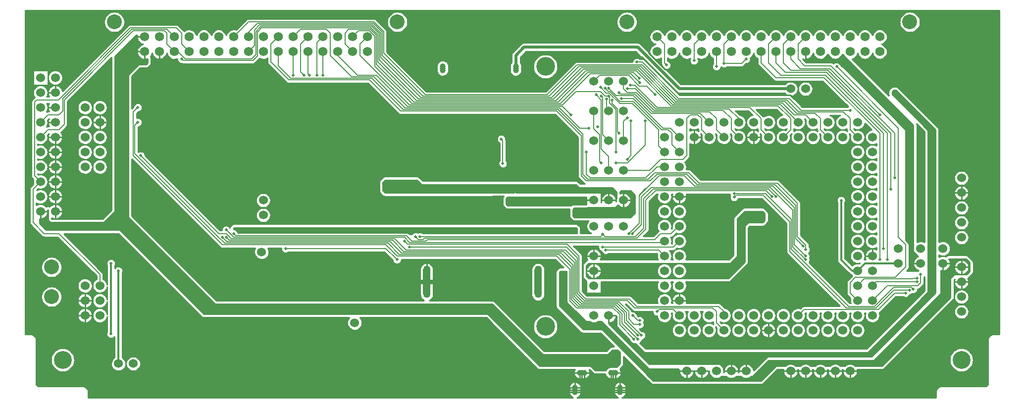
<source format=gbl>
%FSLAX24Y24*%
%MOIN*%
G70*
G01*
G75*
G04 Layer_Physical_Order=2*
G04 Layer_Color=16711680*
%ADD10C,0.0100*%
%ADD11C,0.0150*%
%ADD12R,0.0650X0.0098*%
%ADD13R,0.0098X0.0650*%
G04:AMPARAMS|DCode=14|XSize=39.4mil|YSize=98.4mil|CornerRadius=0mil|HoleSize=0mil|Usage=FLASHONLY|Rotation=225.000|XOffset=0mil|YOffset=0mil|HoleType=Round|Shape=Rectangle|*
%AMROTATEDRECTD14*
4,1,4,-0.0209,0.0487,0.0487,-0.0209,0.0209,-0.0487,-0.0487,0.0209,-0.0209,0.0487,0.0*
%
%ADD14ROTATEDRECTD14*%

G04:AMPARAMS|DCode=15|XSize=39.4mil|YSize=98.4mil|CornerRadius=0mil|HoleSize=0mil|Usage=FLASHONLY|Rotation=135.000|XOffset=0mil|YOffset=0mil|HoleType=Round|Shape=Rectangle|*
%AMROTATEDRECTD15*
4,1,4,0.0487,0.0209,-0.0209,-0.0487,-0.0487,-0.0209,0.0209,0.0487,0.0487,0.0209,0.0*
%
%ADD15ROTATEDRECTD15*%

%ADD16R,0.0300X0.0300*%
%ADD17R,0.0600X0.0500*%
%ADD18C,0.1969*%
%ADD19R,0.0300X0.0300*%
%ADD20R,0.0157X0.0532*%
%ADD21R,0.0591X0.0984*%
%ADD22R,0.1000X0.0500*%
%ADD23R,0.0300X0.0394*%
%ADD24R,0.1000X0.1400*%
%ADD25R,0.0360X0.0360*%
%ADD26R,0.0500X0.0360*%
%ADD27R,0.0800X0.0400*%
%ADD28R,0.0900X0.1200*%
%ADD29R,0.0591X0.0394*%
%ADD30R,0.0591X0.0394*%
%ADD31C,0.0394*%
%ADD32C,0.0315*%
%ADD33R,0.1500X0.0500*%
%ADD34R,0.0400X0.0400*%
%ADD35R,0.0360X0.0500*%
%ADD36R,0.0360X0.0360*%
%ADD37R,0.0400X0.0400*%
%ADD38R,0.0394X0.0630*%
%ADD39R,0.0472X0.0591*%
%ADD40R,0.0600X0.0200*%
%ADD41R,0.0500X0.0600*%
%ADD42C,0.0050*%
%ADD43C,0.0080*%
%ADD44C,0.0120*%
%ADD45C,0.0200*%
%ADD46C,0.0300*%
%ADD47C,0.0600*%
%ADD48C,0.1260*%
%ADD49C,0.0620*%
%ADD50C,0.0394*%
%ADD51C,0.0500*%
%ADD52O,0.0500X0.1969*%
%ADD53C,0.1200*%
%ADD54C,0.1000*%
%ADD55C,0.1250*%
%ADD56C,0.0200*%
%ADD57C,0.0250*%
D10*
X-5522Y25500D02*
X-5530Y25600D01*
X-5551Y25697D01*
X-5586Y25791D01*
X-5634Y25878D01*
X-5693Y25958D01*
X-5764Y26029D01*
X-5844Y26089D01*
X-5932Y26137D01*
X-6025Y26172D01*
X-6123Y26193D01*
X-6222Y26200D01*
X-6322Y26193D01*
X-6420Y26172D01*
X-6513Y26137D01*
X-6601Y26089D01*
X-6681Y26029D01*
X-6751Y25958D01*
X-6811Y25878D01*
X-6859Y25791D01*
X-6894Y25697D01*
X-6915Y25600D01*
X-6922Y25500D01*
X-6915Y25400D01*
X-6894Y25303D01*
X-6859Y25209D01*
X-6811Y25122D01*
X-6751Y25042D01*
X-6681Y24971D01*
X-6601Y24911D01*
X-6513Y24863D01*
X-6420Y24828D01*
X-6322Y24807D01*
X-6222Y24800D01*
X-6123Y24807D01*
X-6025Y24828D01*
X-5932Y24863D01*
X-5844Y24911D01*
X-5764Y24971D01*
X-5693Y25042D01*
X-5634Y25122D01*
X-5586Y25209D01*
X-5551Y25303D01*
X-5530Y25400D01*
X-5522Y25500D01*
X-7740Y24500D02*
X-7750Y24599D01*
X-7779Y24695D01*
X-7826Y24783D01*
X-7889Y24860D01*
X-7966Y24924D01*
X-8054Y24971D01*
X-8150Y25000D01*
X-8249Y25010D01*
X-8349Y25000D01*
X-8445Y24971D01*
X-8533Y24924D01*
X-8610Y24861D01*
X-8674Y24784D01*
X-8721Y24696D01*
X-8750Y24601D01*
X-8149Y24000D02*
X-8054Y24029D01*
X-7966Y24076D01*
X-7889Y24140D01*
X-7826Y24217D01*
X-7779Y24305D01*
X-7750Y24401D01*
X-7740Y24500D01*
Y23500D02*
X-7750Y23599D01*
X-7779Y23695D01*
X-7826Y23783D01*
X-7889Y23860D01*
X-7966Y23924D01*
X-8054Y23971D01*
X-8149Y24000D01*
X-7006Y21091D02*
X-7087Y21145D01*
X-7183Y21164D01*
X-7006Y21091D02*
X-7087Y21145D01*
X-7183Y21164D01*
X-7310D02*
X-7405Y21145D01*
X-7486Y21091D01*
X-7310Y21164D02*
X-7405Y21145D01*
X-7486Y21091D01*
X-8750Y23400D02*
X-8721Y23304D01*
X-8674Y23216D01*
X-8610Y23139D01*
X-8533Y23076D01*
X-8445Y23029D01*
X-8349Y23000D01*
X-8249Y22990D01*
X-8150Y23000D01*
X-8054Y23029D01*
X-7966Y23076D01*
X-7889Y23140D01*
X-7826Y23217D01*
X-7779Y23305D01*
X-7750Y23401D01*
X-7740Y23500D01*
X-4269Y18250D02*
X-4288Y18346D01*
X-4342Y18427D01*
X-4269Y18250D02*
X-4288Y18346D01*
X-4342Y18427D01*
X-7594Y20983D02*
X-7649Y20902D01*
X-7668Y20806D01*
X-7594Y20983D02*
X-7649Y20902D01*
X-7668Y20806D01*
Y20650D02*
X-7647Y20551D01*
X-7668Y20650D02*
X-7647Y20551D01*
X-5750Y18550D02*
X-5771Y18649D01*
X-5750Y18550D02*
X-5771Y18649D01*
X-8814Y18246D02*
X-8911Y18223D01*
X-9002Y18182D01*
X-9083Y18123D01*
X-9150Y18050D01*
X-9202Y17965D01*
X-9235Y17871D01*
X-9250Y17772D01*
X-9244Y17672D01*
X-9219Y17576D01*
X-9175Y17486D01*
X-9114Y17407D01*
X-9039Y17342D01*
X-8952Y17293D01*
X-8857Y17262D01*
X-8758Y17250D01*
X-8659Y17258D01*
X-8563Y17286D01*
X-8475Y17332D01*
X-8750Y24601D02*
X-8779Y24696D01*
X-8826Y24784D01*
X-8890Y24861D01*
X-8967Y24924D01*
X-9055Y24971D01*
X-9151Y25000D01*
X-9250Y25010D01*
X-9349Y25000D01*
X-9445Y24971D01*
X-9533Y24924D01*
X-9610Y24861D01*
X-9674Y24784D01*
X-9721Y24696D01*
X-9750Y24601D01*
X-9779Y24696D01*
X-9826Y24784D01*
X-9890Y24861D01*
X-9967Y24924D01*
X-10055Y24971D01*
X-10151Y25000D01*
X-10250Y25010D01*
X-10349Y25000D01*
X-10445Y24971D01*
X-10533Y24924D01*
X-10610Y24861D01*
X-10674Y24784D01*
X-10721Y24696D01*
X-10750Y24601D01*
X-10779Y24696D01*
X-10826Y24784D01*
X-10890Y24861D01*
X-10967Y24924D01*
X-11055Y24971D01*
X-11151Y25000D01*
X-11250Y25010D01*
X-11349Y25000D01*
X-11445Y24971D01*
X-11533Y24924D01*
X-11610Y24861D01*
X-11674Y24784D01*
X-11721Y24696D01*
X-11750Y24601D01*
X-9750Y23400D02*
X-9721Y23304D01*
X-9674Y23216D01*
X-9610Y23139D01*
X-9533Y23076D01*
X-9445Y23029D01*
X-9349Y23000D01*
X-9250Y22990D01*
X-9151Y23000D01*
X-9055Y23029D01*
X-8967Y23076D01*
X-8890Y23139D01*
X-8826Y23216D01*
X-8779Y23304D01*
X-8750Y23400D01*
X-10107Y23010D02*
X-10021Y23044D01*
X-9943Y23093D01*
X-9874Y23155D01*
X-9818Y23229D01*
X-9776Y23311D01*
X-9750Y23400D01*
X-11750Y24601D02*
X-11779Y24696D01*
X-11826Y24784D01*
X-11890Y24861D01*
X-11967Y24924D01*
X-12055Y24971D01*
X-12151Y25000D01*
X-12250Y25010D01*
X-12349Y25000D01*
X-12445Y24971D01*
X-12533Y24924D01*
X-12610Y24861D01*
X-12674Y24784D01*
X-12721Y24696D01*
X-12750Y24601D01*
X-12779Y24696D01*
X-12826Y24784D01*
X-12890Y24861D01*
X-12967Y24924D01*
X-13055Y24971D01*
X-13151Y25000D01*
X-13250Y25010D01*
X-13349Y25000D01*
X-13445Y24971D01*
X-13533Y24924D01*
X-13610Y24861D01*
X-13674Y24784D01*
X-13721Y24696D01*
X-13750Y24601D01*
X-12750Y21000D02*
X-12760Y21101D01*
X-12791Y21197D01*
X-12840Y21286D01*
X-12906Y21362D01*
X-12986Y21424D01*
X-13076Y21469D01*
X-13174Y21494D01*
X-13275Y21499D01*
X-13375Y21484D01*
X-13470Y21449D01*
X-13556Y21395D01*
X-13629Y21326D01*
X-13687Y21243D01*
X-13727Y21150D01*
X-13747Y21051D01*
Y20949D01*
X-13727Y20850D01*
X-13687Y20757D01*
X-13629Y20674D01*
X-13556Y20605D01*
X-13470Y20551D01*
X-13375Y20516D01*
X-13275Y20501D01*
X-13174Y20506D01*
X-13076Y20531D01*
X-12986Y20576D01*
X-12906Y20638D01*
X-12840Y20714D01*
X-12791Y20803D01*
X-12760Y20899D01*
X-12750Y21000D01*
X-10386Y19818D02*
X-10448Y19775D01*
X-10906Y19225D02*
X-10998Y19184D01*
X-11079Y19126D01*
X-11147Y19053D01*
X-11200Y18968D01*
X-11234Y18874D01*
X-11249Y18775D01*
X-11244Y18676D01*
X-11220Y18579D01*
X-11176Y18489D01*
X-11116Y18409D01*
X-11040Y18343D01*
X-10954Y18293D01*
X-10859Y18262D01*
X-10759Y18250D01*
X-10660Y18258D01*
X-10564Y18286D01*
X-10475Y18332D01*
X-9997Y18315D02*
X-9908Y18276D01*
X-9812Y18254D01*
X-9715Y18251D01*
X-9618Y18268D01*
X-9527Y18303D01*
X-9444Y18355D01*
X-9373Y18422D01*
X-9316Y18501D01*
X-9276Y18591D01*
X-9254Y18686D01*
X-11250Y18750D02*
X-11261Y18854D01*
X-11293Y18953D01*
X-11345Y19043D01*
X-11415Y19121D01*
X-11499Y19182D01*
X-11594Y19225D01*
X-11997Y18315D02*
X-11902Y18274D01*
X-11800Y18252D01*
X-11695Y18253D01*
X-11594Y18275D01*
X-11499Y18318D01*
X-11414Y18379D01*
X-11345Y18457D01*
X-11293Y18547D01*
X-11261Y18646D01*
X-11250Y18750D01*
X-9250Y17750D02*
X-9261Y17854D01*
X-9293Y17954D01*
X-9346Y18045D01*
X-9416Y18122D01*
X-9501Y18184D01*
X-9597Y18226D01*
X-9699Y18247D01*
X-9804Y18247D01*
X-9907Y18225D01*
X-10225Y17907D02*
X-10247Y17807D01*
X-10248Y17706D01*
X-10229Y17606D01*
X-10190Y17512D01*
X-10133Y17428D01*
X-10060Y17358D01*
X-9974Y17303D01*
X-9879Y17267D01*
X-9779Y17251D01*
X-9677Y17255D01*
X-9579Y17280D01*
X-9487Y17325D01*
X-9407Y17386D01*
X-9340Y17463D01*
X-9291Y17552D01*
X-9260Y17649D01*
X-9250Y17750D01*
X-10475Y18250D02*
X-10452Y18152D01*
X-10475Y18250D02*
X-10452Y18152D01*
X-10250Y17750D02*
X-10257Y17836D01*
X-10279Y17919D01*
X-10315Y17997D01*
X-10452Y18152D02*
X-10537Y18203D01*
X-10631Y18236D01*
X-10729Y18250D01*
X-10827Y18244D01*
X-10923Y18219D01*
X-11012Y18176D01*
X-11091Y18116D01*
X-11156Y18042D01*
X-11206Y17956D01*
X-11237Y17862D01*
X-11250Y17764D01*
X-11243Y17666D01*
X-11217Y17570D01*
X-11172Y17482D01*
X-11111Y17404D01*
X-11036Y17340D01*
X-10950Y17292D01*
X-10855Y17261D01*
X-10757Y17250D01*
X-10659Y17258D01*
X-10564Y17286D01*
X-10476Y17332D01*
X-10399Y17394D01*
X-10336Y17470D01*
X-10289Y17557D01*
X-10260Y17652D01*
X-10250Y17750D01*
X-11250D02*
X-11261Y17854D01*
X-11293Y17954D01*
X-11346Y18045D01*
X-11416Y18122D01*
X-11501Y18184D01*
X-11597Y18226D01*
X-11699Y18247D01*
X-11804Y18247D01*
X-11907Y18225D01*
X-12225Y17907D02*
X-12247Y17807D01*
X-12248Y17706D01*
X-12229Y17606D01*
X-12190Y17512D01*
X-12133Y17428D01*
X-12060Y17358D01*
X-11974Y17303D01*
X-11879Y17267D01*
X-11779Y17251D01*
X-11677Y17255D01*
X-11579Y17280D01*
X-11487Y17325D01*
X-11407Y17386D01*
X-11340Y17463D01*
X-11291Y17552D01*
X-11260Y17649D01*
X-11250Y17750D01*
X-13225Y18907D02*
X-13247Y18806D01*
X-13248Y18703D01*
X-13228Y18603D01*
X-13188Y18508D01*
X-13129Y18424D01*
X-13054Y18353D01*
X-12966Y18299D01*
X-12870Y18265D01*
X-12768Y18250D01*
X-12665Y18257D01*
X-12566Y18285D01*
X-12475Y18332D01*
X-13250Y18750D02*
X-13257Y18836D01*
X-13279Y18919D01*
X-13315Y18997D01*
X-14025Y18332D02*
X-13939Y18287D01*
X-13845Y18259D01*
X-13748Y18250D01*
X-13650Y18260D01*
X-13557Y18289D01*
X-13471Y18335D01*
X-13396Y18397D01*
X-13334Y18473D01*
X-13288Y18559D01*
X-13260Y18653D01*
X-13250Y18750D01*
X-12250Y17750D02*
X-12257Y17836D01*
X-12279Y17919D01*
X-12315Y17997D01*
X-12475Y18250D02*
X-12452Y18152D01*
X-12475Y18250D02*
X-12452Y18152D01*
X-12537Y18203D01*
X-12631Y18236D01*
X-12729Y18250D01*
X-12827Y18244D01*
X-12923Y18219D01*
X-13012Y18176D01*
X-13091Y18116D01*
X-13156Y18042D01*
X-13206Y17956D01*
X-13237Y17862D01*
X-13250Y17764D01*
X-13243Y17666D01*
X-13217Y17570D01*
X-13172Y17482D01*
X-13111Y17404D01*
X-13036Y17340D01*
X-12950Y17292D01*
X-12855Y17261D01*
X-12757Y17250D01*
X-12659Y17258D01*
X-12564Y17286D01*
X-12476Y17332D01*
X-12399Y17394D01*
X-12336Y17470D01*
X-12289Y17557D01*
X-12260Y17652D01*
X-12250Y17750D01*
X-13250D02*
X-13260Y17850D01*
X-13290Y17945D01*
X-13338Y18033D01*
X-13403Y18110D01*
X-13481Y18172D01*
X-13571Y18217D01*
X-13668Y18243D01*
X-13768Y18250D01*
X-13867Y18236D01*
X-13961Y18203D01*
X-14048Y18152D01*
X-14185Y17997D02*
X-14226Y17904D01*
X-14247Y17805D01*
X-14248Y17704D01*
X-14228Y17604D01*
X-14189Y17511D01*
X-14132Y17427D01*
X-14059Y17357D01*
X-13973Y17302D01*
X-13878Y17267D01*
X-13778Y17251D01*
X-13676Y17255D01*
X-13578Y17281D01*
X-13487Y17325D01*
X-13406Y17387D01*
X-13340Y17464D01*
X-13291Y17552D01*
X-13260Y17649D01*
X-13250Y17750D01*
X-2250Y15000D02*
X-2260Y15101D01*
X-2291Y15197D01*
X-2340Y15286D01*
X-2406Y15362D01*
X-2486Y15424D01*
X-2576Y15469D01*
X-2674Y15494D01*
X-2775Y15499D01*
X-2875Y15484D01*
X-2970Y15449D01*
X-3056Y15395D01*
X-3129Y15326D01*
X-3187Y15243D01*
X-3227Y15150D01*
X-3247Y15051D01*
Y14949D01*
X-3227Y14850D01*
X-3187Y14757D01*
X-3129Y14674D01*
X-3056Y14605D01*
X-2970Y14551D01*
X-2875Y14516D01*
X-2775Y14501D01*
X-2674Y14506D01*
X-2576Y14531D01*
X-2486Y14576D01*
X-2406Y14638D01*
X-2340Y14714D01*
X-2291Y14803D01*
X-2260Y14899D01*
X-2250Y15000D01*
Y14000D02*
X-2260Y14101D01*
X-2291Y14197D01*
X-2340Y14286D01*
X-2406Y14362D01*
X-2486Y14424D01*
X-2576Y14469D01*
X-2674Y14494D01*
X-2775Y14499D01*
X-2875Y14484D01*
X-2970Y14449D01*
X-3056Y14395D01*
X-3129Y14326D01*
X-3187Y14243D01*
X-3227Y14150D01*
X-3247Y14051D01*
Y13949D01*
X-3227Y13850D01*
X-3187Y13757D01*
X-3129Y13674D01*
X-3056Y13605D01*
X-2970Y13551D01*
X-2875Y13516D01*
X-2775Y13501D01*
X-2674Y13506D01*
X-2576Y13531D01*
X-2486Y13576D01*
X-2406Y13638D01*
X-2340Y13714D01*
X-2291Y13803D01*
X-2260Y13899D01*
X-2250Y14000D01*
Y13000D02*
X-2260Y13101D01*
X-2291Y13197D01*
X-2340Y13286D01*
X-2406Y13362D01*
X-2486Y13424D01*
X-2576Y13469D01*
X-2674Y13494D01*
X-2775Y13499D01*
X-2875Y13484D01*
X-2970Y13449D01*
X-3056Y13395D01*
X-3129Y13326D01*
X-3187Y13243D01*
X-3227Y13150D01*
X-3247Y13051D01*
Y12949D01*
X-3227Y12850D01*
X-3187Y12757D01*
X-3129Y12674D01*
X-3056Y12605D01*
X-2970Y12551D01*
X-2875Y12516D01*
X-2775Y12501D01*
X-2674Y12506D01*
X-2576Y12531D01*
X-2486Y12576D01*
X-2406Y12638D01*
X-2340Y12714D01*
X-2291Y12803D01*
X-2260Y12899D01*
X-2250Y13000D01*
Y12000D02*
X-2260Y12101D01*
X-2291Y12197D01*
X-2340Y12286D01*
X-2406Y12362D01*
X-2486Y12424D01*
X-2576Y12469D01*
X-2674Y12494D01*
X-2775Y12499D01*
X-2875Y12484D01*
X-2970Y12449D01*
X-3056Y12395D01*
X-3129Y12326D01*
X-3187Y12243D01*
X-3227Y12150D01*
X-3247Y12051D01*
Y11949D01*
X-3227Y11850D01*
X-3187Y11757D01*
X-3129Y11674D01*
X-3056Y11605D01*
X-2970Y11551D01*
X-2875Y11516D01*
X-2775Y11501D01*
X-2674Y11506D01*
X-2576Y11531D01*
X-2486Y11576D01*
X-2406Y11638D01*
X-2340Y11714D01*
X-2291Y11803D01*
X-2260Y11899D01*
X-2250Y12000D01*
X-8475Y17168D02*
X-8561Y17213D01*
X-8655Y17241D01*
X-8752Y17250D01*
X-8850Y17240D01*
X-8943Y17211D01*
X-9029Y17165D01*
X-9104Y17103D01*
X-9166Y17027D01*
X-9212Y16941D01*
X-9240Y16847D01*
X-9250Y16750D01*
X-9240Y16653D01*
X-9212Y16559D01*
X-9166Y16473D01*
X-9104Y16397D01*
X-9029Y16335D01*
X-8943Y16289D01*
X-8850Y16260D01*
X-8752Y16250D01*
X-8655Y16259D01*
X-8561Y16287D01*
X-8475Y16332D01*
X-8475Y16168D02*
X-8561Y16213D01*
X-8655Y16241D01*
X-8752Y16250D01*
X-8850Y16240D01*
X-8943Y16211D01*
X-9029Y16165D01*
X-9104Y16103D01*
X-9166Y16027D01*
X-9212Y15941D01*
X-9240Y15847D01*
X-9250Y15750D01*
X-9240Y15653D01*
X-9212Y15559D01*
X-9166Y15473D01*
X-9104Y15397D01*
X-9029Y15335D01*
X-8943Y15289D01*
X-8850Y15260D01*
X-8752Y15250D01*
X-8655Y15259D01*
X-8561Y15287D01*
X-8475Y15332D01*
X-9250Y16750D02*
X-9260Y16851D01*
X-9291Y16947D01*
X-9340Y17036D01*
X-9406Y17112D01*
X-9486Y17174D01*
X-9576Y17219D01*
X-9674Y17244D01*
X-9775Y17249D01*
X-9875Y17234D01*
X-9970Y17199D01*
X-10056Y17145D01*
X-10129Y17076D01*
X-10187Y16993D01*
X-10227Y16900D01*
X-10247Y16801D01*
Y16699D01*
X-10227Y16600D01*
X-10187Y16507D01*
X-10129Y16424D01*
X-10056Y16355D01*
X-9970Y16301D01*
X-9875Y16266D01*
X-9775Y16251D01*
X-9674Y16256D01*
X-9576Y16281D01*
X-9486Y16326D01*
X-9406Y16388D01*
X-9340Y16464D01*
X-9291Y16553D01*
X-9260Y16649D01*
X-9250Y16750D01*
Y15750D02*
X-9260Y15851D01*
X-9291Y15947D01*
X-9340Y16036D01*
X-9406Y16112D01*
X-9486Y16174D01*
X-9576Y16219D01*
X-9674Y16244D01*
X-9775Y16249D01*
X-9875Y16234D01*
X-9970Y16199D01*
X-10056Y16145D01*
X-10129Y16076D01*
X-10187Y15993D01*
X-10227Y15900D01*
X-10247Y15801D01*
Y15699D01*
X-10227Y15600D01*
X-10187Y15507D01*
X-10129Y15424D01*
X-10056Y15355D01*
X-9970Y15301D01*
X-9875Y15266D01*
X-9775Y15251D01*
X-9674Y15256D01*
X-9576Y15281D01*
X-9486Y15326D01*
X-9406Y15388D01*
X-9340Y15464D01*
X-9291Y15553D01*
X-9260Y15649D01*
X-9250Y15750D01*
X-8475Y15168D02*
X-8561Y15213D01*
X-8655Y15241D01*
X-8752Y15250D01*
X-8850Y15240D01*
X-8943Y15211D01*
X-9029Y15165D01*
X-9104Y15103D01*
X-9166Y15027D01*
X-9212Y14941D01*
X-9240Y14847D01*
X-9250Y14750D01*
X-9240Y14653D01*
X-9212Y14559D01*
X-9166Y14473D01*
X-9104Y14397D01*
X-9029Y14335D01*
X-8943Y14289D01*
X-8850Y14260D01*
X-8752Y14250D01*
X-8655Y14259D01*
X-8561Y14287D01*
X-8475Y14332D01*
X-9250Y14750D02*
X-9260Y14851D01*
X-9291Y14947D01*
X-9340Y15036D01*
X-9406Y15112D01*
X-9486Y15174D01*
X-9576Y15219D01*
X-9674Y15244D01*
X-9775Y15249D01*
X-9875Y15234D01*
X-9970Y15199D01*
X-10056Y15145D01*
X-10129Y15076D01*
X-10187Y14993D01*
X-10227Y14900D01*
X-10247Y14801D01*
Y14699D01*
X-10227Y14600D01*
X-10187Y14507D01*
X-10129Y14424D01*
X-10056Y14355D01*
X-9970Y14301D01*
X-9875Y14266D01*
X-9775Y14251D01*
X-9674Y14256D01*
X-9576Y14281D01*
X-9486Y14326D01*
X-9406Y14388D01*
X-9340Y14464D01*
X-9291Y14553D01*
X-9260Y14649D01*
X-9250Y14750D01*
X-8475Y14168D02*
X-8561Y14213D01*
X-8655Y14241D01*
X-8752Y14250D01*
X-8850Y14240D01*
X-8943Y14211D01*
X-9029Y14165D01*
X-9104Y14103D01*
X-9166Y14027D01*
X-9212Y13941D01*
X-9240Y13847D01*
X-9250Y13750D01*
X-9240Y13653D01*
X-9212Y13559D01*
X-9166Y13473D01*
X-9104Y13397D01*
X-9029Y13335D01*
X-8943Y13289D01*
X-8850Y13260D01*
X-8752Y13250D01*
X-8655Y13259D01*
X-8561Y13287D01*
X-8475Y13332D01*
X-8475Y13168D02*
X-8561Y13213D01*
X-8655Y13241D01*
X-8752Y13250D01*
X-8850Y13240D01*
X-8943Y13211D01*
X-9029Y13165D01*
X-9104Y13103D01*
X-9166Y13027D01*
X-9212Y12941D01*
X-9240Y12847D01*
X-9250Y12750D01*
X-9240Y12653D01*
X-9212Y12559D01*
X-9166Y12473D01*
X-9104Y12397D01*
X-9029Y12335D01*
X-8943Y12289D01*
X-8850Y12260D01*
X-8752Y12250D01*
X-8655Y12259D01*
X-8561Y12287D01*
X-8475Y12332D01*
X-9250Y13750D02*
X-9260Y13851D01*
X-9291Y13947D01*
X-9340Y14036D01*
X-9406Y14112D01*
X-9486Y14174D01*
X-9576Y14219D01*
X-9674Y14244D01*
X-9775Y14249D01*
X-9875Y14234D01*
X-9970Y14199D01*
X-10056Y14145D01*
X-10129Y14076D01*
X-10187Y13993D01*
X-10227Y13900D01*
X-10247Y13801D01*
Y13699D01*
X-10227Y13600D01*
X-10187Y13507D01*
X-10129Y13424D01*
X-10056Y13355D01*
X-9970Y13301D01*
X-9875Y13266D01*
X-9775Y13251D01*
X-9674Y13256D01*
X-9576Y13281D01*
X-9486Y13326D01*
X-9406Y13388D01*
X-9340Y13464D01*
X-9291Y13553D01*
X-9260Y13649D01*
X-9250Y13750D01*
Y12750D02*
X-9260Y12851D01*
X-9291Y12947D01*
X-9340Y13036D01*
X-9406Y13112D01*
X-9486Y13174D01*
X-9576Y13219D01*
X-9674Y13244D01*
X-9775Y13249D01*
X-9875Y13234D01*
X-9970Y13199D01*
X-10056Y13145D01*
X-10129Y13076D01*
X-10187Y12993D01*
X-10227Y12900D01*
X-10247Y12801D01*
Y12699D01*
X-10227Y12600D01*
X-10187Y12507D01*
X-10129Y12424D01*
X-10056Y12355D01*
X-9970Y12301D01*
X-9875Y12266D01*
X-9775Y12251D01*
X-9674Y12256D01*
X-9576Y12281D01*
X-9486Y12326D01*
X-9406Y12388D01*
X-9340Y12464D01*
X-9291Y12553D01*
X-9260Y12649D01*
X-9250Y12750D01*
X-8475Y12168D02*
X-8561Y12213D01*
X-8655Y12241D01*
X-8752Y12250D01*
X-8850Y12240D01*
X-8943Y12211D01*
X-9029Y12165D01*
X-9104Y12103D01*
X-9166Y12027D01*
X-9212Y11941D01*
X-9240Y11847D01*
X-9250Y11750D01*
X-9240Y11653D01*
X-9212Y11559D01*
X-9166Y11473D01*
X-9104Y11397D01*
X-9029Y11335D01*
X-8943Y11289D01*
X-8850Y11260D01*
X-8752Y11250D01*
X-8655Y11259D01*
X-8561Y11287D01*
X-8475Y11332D01*
X-9250Y11750D02*
X-9260Y11851D01*
X-9291Y11947D01*
X-9340Y12036D01*
X-9406Y12112D01*
X-9486Y12174D01*
X-9576Y12219D01*
X-9674Y12244D01*
X-9775Y12249D01*
X-9875Y12234D01*
X-9970Y12199D01*
X-10056Y12145D01*
X-10129Y12076D01*
X-10187Y11993D01*
X-10227Y11900D01*
X-10247Y11801D01*
Y11699D01*
X-10227Y11600D01*
X-10187Y11507D01*
X-10129Y11424D01*
X-10056Y11355D01*
X-9970Y11301D01*
X-9875Y11266D01*
X-9775Y11251D01*
X-9674Y11256D01*
X-9576Y11281D01*
X-9486Y11326D01*
X-9406Y11388D01*
X-9340Y11464D01*
X-9291Y11553D01*
X-9260Y11649D01*
X-9250Y11750D01*
X-10590Y13350D02*
X-10560Y13422D01*
X-10550Y13499D01*
X-10566Y13597D01*
X-10614Y13685D01*
X-10688Y13752D01*
X-10779Y13791D01*
X-10878Y13798D01*
X-10974Y13772D01*
X-11057Y13717D01*
X-11117Y13637D01*
X-11147Y13542D01*
X-11145Y13443D01*
X-11110Y13350D01*
X-13575Y13300D02*
X-13592Y13386D01*
X-13641Y13459D01*
X-13575Y13300D02*
X-13592Y13386D01*
X-13641Y13459D01*
X-13750Y24601D02*
X-13779Y24696D01*
X-13826Y24784D01*
X-13890Y24861D01*
X-13967Y24924D01*
X-14055Y24971D01*
X-14151Y25000D01*
X-14250Y25010D01*
X-14349Y25000D01*
X-14445Y24971D01*
X-14533Y24924D01*
X-14610Y24861D01*
X-14674Y24784D01*
X-14721Y24696D01*
X-14750Y24601D01*
X-14779Y24696D01*
X-14826Y24784D01*
X-14890Y24861D01*
X-14967Y24924D01*
X-15055Y24971D01*
X-15151Y25000D01*
X-15250Y25010D01*
X-15349Y25000D01*
X-15445Y24971D01*
X-15533Y24924D01*
X-15610Y24861D01*
X-15674Y24784D01*
X-15721Y24696D01*
X-15750Y24601D01*
X-15779Y24696D01*
X-15826Y24784D01*
X-15890Y24861D01*
X-15967Y24924D01*
X-16055Y24971D01*
X-16151Y25000D01*
X-16250Y25010D01*
X-16349Y25000D01*
X-16445Y24971D01*
X-16533Y24924D01*
X-16610Y24861D01*
X-16674Y24784D01*
X-16721Y24696D01*
X-16750Y24601D01*
X-15409Y21591D02*
X-15336Y21542D01*
X-15250Y21525D01*
X-15409Y21591D02*
X-15336Y21542D01*
X-15250Y21525D01*
X-16475Y22750D02*
X-16458Y22664D01*
X-16409Y22591D01*
X-16475Y22750D02*
X-16458Y22664D01*
X-16409Y22591D01*
X-16750Y23400D02*
X-16723Y23310D01*
X-16681Y23227D01*
X-16624Y23153D01*
X-16555Y23091D01*
X-16475Y23042D01*
X-16750Y24601D02*
X-16779Y24696D01*
X-16826Y24784D01*
X-16890Y24861D01*
X-16967Y24924D01*
X-17055Y24971D01*
X-17151Y25000D01*
X-17250Y25010D01*
X-17349Y25000D01*
X-17445Y24971D01*
X-17533Y24924D01*
X-17610Y24861D01*
X-17674Y24784D01*
X-17721Y24696D01*
X-17750Y24601D01*
X-16961Y23080D02*
X-16886Y23143D01*
X-16824Y23219D01*
X-16778Y23306D01*
X-16750Y23400D01*
X-17750Y24601D02*
X-17779Y24696D01*
X-17826Y24784D01*
X-17890Y24861D01*
X-17967Y24924D01*
X-18055Y24971D01*
X-18151Y25000D01*
X-18250Y25010D01*
X-18349Y25000D01*
X-18445Y24971D01*
X-18533Y24924D01*
X-18610Y24861D01*
X-18674Y24784D01*
X-18721Y24696D01*
X-18750Y24601D01*
X-16950Y23000D02*
X-16961Y23080D01*
X-17231Y22701D02*
X-17143Y22720D01*
X-17065Y22764D01*
X-17003Y22830D01*
X-16964Y22911D01*
X-16950Y23000D01*
X-17550Y22475D02*
X-17464Y22492D01*
X-17391Y22541D01*
X-17550Y22475D02*
X-17464Y22492D01*
X-17391Y22541D01*
X-18951Y22477D02*
X-18858Y22420D01*
X-18752Y22400D01*
X-18645Y22419D01*
X-18552Y22475D01*
X-18750Y24601D02*
X-18779Y24696D01*
X-18826Y24784D01*
X-18890Y24861D01*
X-18967Y24924D01*
X-19055Y24971D01*
X-19151Y25000D01*
X-19250Y25010D01*
X-19349Y25000D01*
X-19445Y24971D01*
X-19533Y24924D01*
X-19610Y24861D01*
X-19674Y24784D01*
X-19721Y24696D01*
X-19750Y24601D01*
Y23400D02*
X-19723Y23310D01*
X-19681Y23227D01*
X-19624Y23153D01*
X-19555Y23091D01*
X-19475Y23042D01*
Y22698D02*
X-19529Y22611D01*
X-19550Y22510D01*
X-19536Y22408D01*
X-19488Y22317D01*
X-19412Y22248D01*
X-19318Y22208D01*
X-19215Y22202D01*
X-19116Y22231D01*
X-19034Y22292D01*
X-18976Y22378D01*
X-18951Y22477D01*
X-13750Y21000D02*
X-13761Y21103D01*
X-13793Y21202D01*
X-13844Y21292D01*
X-13914Y21370D01*
X-13997Y21431D01*
X-14092Y21474D01*
X-14193Y21497D01*
X-14297Y21498D01*
X-14399Y21477D01*
X-14495Y21436D01*
X-14579Y21376D01*
X-14650Y21300D01*
Y20700D02*
X-14588Y20631D01*
X-14513Y20575D01*
X-14186Y20504D02*
X-14086Y20528D01*
X-13993Y20571D01*
X-13910Y20633D01*
X-13843Y20710D01*
X-13792Y20800D01*
X-13761Y20898D01*
X-13750Y21000D01*
X-19750Y24601D02*
X-19779Y24696D01*
X-19826Y24784D01*
X-19890Y24861D01*
X-19967Y24924D01*
X-20055Y24971D01*
X-20151Y25000D01*
X-20250Y25010D01*
X-20349Y25000D01*
X-20445Y24971D01*
X-20533Y24924D01*
X-20610Y24861D01*
X-20674Y24784D01*
X-20721Y24696D01*
X-20750Y24601D01*
X-20779Y24696D01*
X-20826Y24784D01*
X-20890Y24861D01*
X-20967Y24924D01*
X-21055Y24971D01*
X-21151Y25000D01*
X-21250Y25010D01*
X-21349Y25000D01*
X-21445Y24971D01*
X-21533Y24924D01*
X-21610Y24861D01*
X-21674Y24784D01*
X-21721Y24696D01*
X-21750Y24601D01*
X-21779Y24696D01*
X-21826Y24784D01*
X-21890Y24861D01*
X-21967Y24924D01*
X-22055Y24971D01*
X-22151Y25000D01*
X-22250Y25010D01*
X-22349Y25000D01*
X-22445Y24971D01*
X-22533Y24924D01*
X-22610Y24861D01*
X-22674Y24784D01*
X-22721Y24696D01*
X-22750Y24601D01*
X-22779Y24696D01*
X-22826Y24784D01*
X-22890Y24861D01*
X-22967Y24924D01*
X-23055Y24971D01*
X-23151Y25000D01*
X-23250Y25010D01*
X-23350Y25000D01*
X-23445Y24971D01*
X-23533Y24924D01*
X-23611Y24861D01*
X-23674Y24783D01*
X-23721Y24695D01*
X-23750Y24600D01*
X-23760Y24500D01*
X-23750Y24401D01*
X-23721Y24305D01*
X-23674Y24217D01*
X-23611Y24140D01*
X-23534Y24076D01*
X-23446Y24029D01*
X-23351Y24000D01*
X-23443Y23972D01*
X-23528Y23928D01*
X-23603Y23868D01*
X-23666Y23795D01*
X-23714Y23712D01*
X-23746Y23621D01*
X-23759Y23525D01*
X-23755Y23429D01*
X-24338Y24012D02*
X-24435Y24077D01*
X-24550Y24100D01*
X-24338Y24012D02*
X-24435Y24077D01*
X-24550Y24100D01*
X-24578Y25500D02*
X-24585Y25600D01*
X-24606Y25697D01*
X-24641Y25791D01*
X-24689Y25878D01*
X-24749Y25958D01*
X-24819Y26029D01*
X-24899Y26089D01*
X-24987Y26137D01*
X-25080Y26172D01*
X-25178Y26193D01*
X-25278Y26200D01*
X-25377Y26193D01*
X-25475Y26172D01*
X-25568Y26137D01*
X-25656Y26089D01*
X-25736Y26029D01*
X-25807Y25958D01*
X-25866Y25878D01*
X-25914Y25791D01*
X-25949Y25697D01*
X-25970Y25600D01*
X-25978Y25500D01*
X-25970Y25400D01*
X-25949Y25303D01*
X-25914Y25209D01*
X-25866Y25122D01*
X-25807Y25042D01*
X-25736Y24971D01*
X-25656Y24911D01*
X-25568Y24863D01*
X-25475Y24828D01*
X-25377Y24807D01*
X-25278Y24800D01*
X-25178Y24807D01*
X-25080Y24828D01*
X-24987Y24863D01*
X-24899Y24911D01*
X-24819Y24971D01*
X-24749Y25042D01*
X-24689Y25122D01*
X-24641Y25209D01*
X-24606Y25303D01*
X-24585Y25400D01*
X-24578Y25500D01*
X-20490Y23050D02*
X-20403Y23013D01*
X-20310Y22994D01*
X-20215Y22991D01*
X-20122Y23006D01*
X-20032Y23039D01*
X-19951Y23087D01*
X-19879Y23150D01*
X-19821Y23224D01*
X-19777Y23309D01*
X-19750Y23400D01*
X-20450Y22900D02*
X-20460Y22978D01*
X-20490Y23050D01*
X-21010D02*
X-21045Y22957D01*
X-21047Y22857D01*
X-21017Y22763D01*
X-20957Y22683D01*
X-20875Y22627D01*
X-20779Y22601D01*
X-20679Y22608D01*
X-20588Y22648D01*
X-20514Y22715D01*
X-20466Y22802D01*
X-20450Y22900D01*
X-21750Y23400D02*
X-21723Y23309D01*
X-21679Y23224D01*
X-21621Y23150D01*
X-21549Y23087D01*
X-21468Y23039D01*
X-21378Y23006D01*
X-21285Y22991D01*
X-21190Y22994D01*
X-21097Y23013D01*
X-21010Y23050D01*
X-22525Y23070D02*
X-22437Y23026D01*
X-22342Y22998D01*
X-22243Y22990D01*
X-22145Y23001D01*
X-22051Y23031D01*
X-21964Y23078D01*
X-21888Y23141D01*
X-21825Y23218D01*
X-21779Y23305D01*
X-21750Y23400D01*
X-22300Y22600D02*
X-22316Y22697D01*
X-22363Y22784D01*
X-22435Y22851D01*
X-22525Y22890D01*
X-22627Y22301D02*
X-22528Y22309D01*
X-22437Y22348D01*
X-22364Y22415D01*
X-22316Y22502D01*
X-22300Y22600D01*
X-22975Y22750D02*
X-22958Y22664D01*
X-22909Y22591D01*
X-22975Y22750D02*
X-22958Y22664D01*
X-22909Y22591D01*
X-23321Y22995D02*
X-23231Y22990D01*
X-23141Y23002D01*
X-23055Y23029D01*
X-22975Y23070D01*
X-24192Y23017D02*
X-24250Y23025D01*
X-24192Y23017D02*
X-24250Y23025D01*
X-24402D02*
X-24481Y23075D01*
X-24573Y23099D01*
X-24667Y23092D01*
X-24754Y23057D01*
X-24827Y22997D01*
X-24876Y22917D01*
X-24899Y22825D01*
X-14814Y19246D02*
X-14909Y19224D01*
X-14999Y19184D01*
X-15079Y19127D01*
X-15146Y19056D01*
X-15198Y18973D01*
X-15232Y18881D01*
X-15249Y18785D01*
X-15246Y18687D01*
X-15224Y18591D01*
X-15184Y18502D01*
X-15128Y18422D01*
X-15056Y18355D01*
X-14974Y18303D01*
X-14882Y18268D01*
X-14786Y18251D01*
X-14688Y18254D01*
X-14592Y18276D01*
X-14503Y18315D01*
X-15250Y18750D02*
X-15261Y18852D01*
X-15292Y18950D01*
X-15342Y19040D01*
X-15410Y19117D01*
X-15492Y19178D01*
X-15585Y19222D01*
X-15685Y19246D01*
X-15788Y19249D01*
X-15889Y19230D01*
X-15984Y19192D01*
X-16070Y19135D01*
X-15997Y18315D02*
X-15902Y18274D01*
X-15800Y18252D01*
X-15695Y18253D01*
X-15594Y18275D01*
X-15499Y18318D01*
X-15414Y18379D01*
X-15345Y18457D01*
X-15293Y18547D01*
X-15261Y18646D01*
X-15250Y18750D01*
X-14048Y18152D02*
X-14025Y18250D01*
X-14048Y18152D02*
X-14025Y18250D01*
X-14250Y17750D02*
X-14256Y17829D01*
X-14275Y17907D01*
X-15250Y17750D02*
X-15261Y17854D01*
X-15293Y17954D01*
X-15346Y18045D01*
X-15416Y18122D01*
X-15501Y18184D01*
X-15597Y18226D01*
X-15699Y18247D01*
X-15804Y18247D01*
X-15907Y18225D01*
X-16070Y19135D02*
X-16091Y19159D01*
X-16070Y19135D02*
X-16091Y19159D01*
X-16814Y19246D02*
X-16911Y19223D01*
X-17002Y19182D01*
X-17083Y19123D01*
X-17150Y19050D01*
X-17202Y18965D01*
X-17235Y18871D01*
X-17250Y18772D01*
X-17244Y18672D01*
X-17219Y18576D01*
X-17175Y18486D01*
X-17114Y18407D01*
X-17039Y18342D01*
X-16952Y18293D01*
X-16857Y18262D01*
X-16758Y18250D01*
X-16659Y18258D01*
X-16563Y18286D01*
X-16475Y18332D01*
X-17250Y18750D02*
X-17260Y18851D01*
X-17291Y18948D01*
X-17340Y19036D01*
X-17406Y19113D01*
X-17487Y19175D01*
X-17578Y19219D01*
X-17676Y19245D01*
X-16475Y18250D02*
X-16452Y18152D01*
X-16475Y18250D02*
X-16452Y18152D01*
X-16250Y17750D02*
X-16257Y17836D01*
X-16279Y17919D01*
X-16315Y17997D01*
X-17250Y17750D02*
X-17261Y17854D01*
X-17293Y17954D01*
X-17346Y18045D01*
X-17416Y18122D01*
X-17501Y18184D01*
X-17597Y18226D01*
X-17699Y18247D01*
X-17804Y18247D01*
X-17907Y18225D01*
X-14593D02*
X-14691Y18247D01*
X-14792Y18248D01*
X-14891Y18230D01*
X-14984Y18192D01*
X-15067Y18136D01*
X-15138Y18065D01*
X-15193Y17981D01*
X-15231Y17888D01*
X-15248Y17789D01*
X-15246Y17689D01*
X-15224Y17591D01*
X-15183Y17499D01*
X-15124Y17418D01*
X-15050Y17350D01*
X-14964Y17298D01*
X-14869Y17264D01*
X-14770Y17250D01*
X-14669Y17257D01*
X-14572Y17283D01*
X-14482Y17328D01*
X-14403Y17390D01*
X-14338Y17466D01*
X-14290Y17554D01*
X-14260Y17650D01*
X-14250Y17750D01*
X-16225Y17907D02*
X-16247Y17807D01*
X-16248Y17706D01*
X-16229Y17606D01*
X-16190Y17512D01*
X-16133Y17428D01*
X-16060Y17358D01*
X-15974Y17303D01*
X-15879Y17267D01*
X-15779Y17251D01*
X-15677Y17255D01*
X-15579Y17280D01*
X-15487Y17325D01*
X-15407Y17386D01*
X-15340Y17463D01*
X-15291Y17552D01*
X-15260Y17649D01*
X-15250Y17750D01*
X-14991Y14809D02*
X-15064Y14858D01*
X-15150Y14875D01*
X-14991Y14809D02*
X-15064Y14858D01*
X-15150Y14875D01*
X-15750Y12600D02*
X-15769Y12696D01*
X-15823Y12777D01*
X-15750Y12600D02*
X-15769Y12696D01*
X-15823Y12777D01*
Y11973D02*
X-15769Y12054D01*
X-15750Y12150D01*
X-15823Y11973D02*
X-15769Y12054D01*
X-15750Y12150D01*
X-16452Y18152D02*
X-16537Y18203D01*
X-16631Y18236D01*
X-16729Y18250D01*
X-16827Y18244D01*
X-16923Y18219D01*
X-17012Y18176D01*
X-17091Y18116D01*
X-17156Y18042D01*
X-17206Y17956D01*
X-17237Y17862D01*
X-17250Y17764D01*
X-17243Y17666D01*
X-17217Y17570D01*
X-17172Y17482D01*
X-17111Y17404D01*
X-17036Y17340D01*
X-16950Y17292D01*
X-16855Y17261D01*
X-16757Y17250D01*
X-16659Y17258D01*
X-16564Y17286D01*
X-16476Y17332D01*
X-16399Y17394D01*
X-16336Y17470D01*
X-16289Y17557D01*
X-16260Y17652D01*
X-16250Y17750D01*
X-15973Y12927D02*
X-16054Y12981D01*
X-16150Y13000D01*
X-15973Y12927D02*
X-16054Y12981D01*
X-16150Y13000D01*
Y11750D02*
X-16054Y11769D01*
X-15973Y11823D01*
X-16150Y11750D02*
X-16054Y11769D01*
X-15973Y11823D01*
X-17350Y13000D02*
X-17446Y12981D01*
X-17527Y12927D01*
X-17350Y13000D02*
X-17446Y12981D01*
X-17527Y12927D01*
X-17997Y18315D02*
X-17902Y18274D01*
X-17800Y18252D01*
X-17695Y18253D01*
X-17594Y18275D01*
X-17499Y18318D01*
X-17414Y18379D01*
X-17345Y18457D01*
X-17293Y18547D01*
X-17261Y18646D01*
X-17250Y18750D01*
X-18250Y17750D02*
X-18257Y17836D01*
X-18279Y17919D01*
X-18315Y17997D01*
X-18225Y17907D02*
X-18247Y17807D01*
X-18248Y17706D01*
X-18229Y17606D01*
X-18190Y17512D01*
X-18133Y17428D01*
X-18060Y17358D01*
X-17974Y17303D01*
X-17879Y17267D01*
X-17779Y17251D01*
X-17677Y17255D01*
X-17579Y17280D01*
X-17487Y17325D01*
X-17407Y17386D01*
X-17340Y17463D01*
X-17291Y17552D01*
X-17260Y17649D01*
X-17250Y17750D01*
X-19225Y17907D02*
X-19247Y17807D01*
X-19248Y17706D01*
X-19229Y17606D01*
X-19190Y17512D01*
X-19133Y17428D01*
X-19060Y17358D01*
X-18974Y17303D01*
X-18879Y17267D01*
X-18779Y17251D01*
X-18677Y17255D01*
X-18579Y17280D01*
X-18487Y17325D01*
X-18407Y17386D01*
X-18340Y17463D01*
X-18291Y17552D01*
X-18260Y17649D01*
X-18250Y17750D01*
X-19250D02*
X-19257Y17836D01*
X-19279Y17919D01*
X-19315Y17997D01*
X-20250Y17750D02*
X-20257Y17836D01*
X-20279Y17919D01*
X-20315Y17997D01*
X-20225Y17907D02*
X-20247Y17807D01*
X-20248Y17706D01*
X-20229Y17606D01*
X-20190Y17512D01*
X-20133Y17428D01*
X-20060Y17358D01*
X-19974Y17303D01*
X-19879Y17267D01*
X-19779Y17251D01*
X-19677Y17255D01*
X-19579Y17280D01*
X-19487Y17325D01*
X-19407Y17386D01*
X-19340Y17463D01*
X-19291Y17552D01*
X-19260Y17649D01*
X-19250Y17750D01*
X-21025Y17332D02*
X-20939Y17287D01*
X-20845Y17259D01*
X-20748Y17250D01*
X-20650Y17260D01*
X-20557Y17289D01*
X-20471Y17335D01*
X-20396Y17397D01*
X-20334Y17473D01*
X-20288Y17559D01*
X-20260Y17653D01*
X-20250Y17750D01*
X-18349Y13925D02*
X-18323Y13825D01*
X-20475Y18250D02*
X-20452Y18152D01*
X-20475Y18250D02*
X-20452Y18152D01*
X-21848Y20717D02*
X-21750Y20700D01*
X-21848Y20717D02*
X-21750Y20700D01*
X-21025Y18332D02*
X-20939Y18287D01*
X-20846Y18259D01*
X-20750Y18250D01*
X-20654Y18259D01*
X-20561Y18287D01*
X-20475Y18332D01*
X-20452Y18152D02*
X-20540Y18204D01*
X-20636Y18237D01*
X-20736Y18250D01*
X-20837Y18242D01*
X-20935Y18214D01*
X-21025Y18168D01*
X-21091Y16341D02*
X-21042Y16414D01*
X-21025Y16500D01*
X-21091Y16341D02*
X-21042Y16414D01*
X-21025Y16500D01*
X-21282Y15575D02*
X-21258Y15661D01*
X-21250Y15750D01*
X-20941Y15509D02*
X-21014Y15558D01*
X-21100Y15575D01*
X-20941Y15509D02*
X-21014Y15558D01*
X-21100Y15575D01*
X-21365Y16070D02*
X-21341Y16091D01*
X-21250Y15750D02*
X-21263Y15865D01*
X-21302Y15973D01*
X-21365Y16070D01*
X-21341Y16091D01*
X-21250Y13750D02*
X-21258Y13839D01*
X-21282Y13925D01*
X-22250Y13750D02*
X-22258Y13839D01*
X-22282Y13925D01*
X-18323Y13825D02*
X-18349Y13729D01*
X-18342Y13630D01*
X-18303Y13539D01*
X-18237Y13465D01*
X-18150Y13417D01*
X-18053Y13400D01*
X-17955Y13415D01*
X-17867Y13462D01*
X-17800Y13534D01*
X-17760Y13625D01*
X-22218Y13925D02*
X-22244Y13826D01*
X-22249Y13723D01*
X-22233Y13621D01*
X-22197Y13525D01*
X-22141Y13439D01*
X-22070Y13365D01*
X-21984Y13308D01*
X-21889Y13270D01*
X-21788Y13251D01*
X-21685Y13254D01*
X-21585Y13278D01*
X-21492Y13322D01*
X-21410Y13383D01*
X-21342Y13461D01*
X-21292Y13550D01*
X-21261Y13648D01*
X-21250Y13750D01*
Y12750D02*
X-21260Y12851D01*
X-21291Y12947D01*
X-21340Y13036D01*
X-21406Y13112D01*
X-21486Y13174D01*
X-21576Y13219D01*
X-21674Y13244D01*
X-21775Y13249D01*
X-21875Y13234D01*
X-21970Y13199D01*
X-22056Y13145D01*
X-22129Y13076D01*
X-22187Y12993D01*
X-22227Y12900D01*
X-22247Y12801D01*
Y12699D01*
X-22227Y12600D01*
X-22187Y12507D01*
X-22129Y12424D01*
X-22056Y12355D01*
X-21970Y12301D01*
X-21875Y12266D01*
X-21775Y12251D01*
X-21674Y12256D01*
X-21576Y12281D01*
X-21486Y12326D01*
X-21406Y12388D01*
X-21340Y12464D01*
X-21291Y12553D01*
X-21260Y12649D01*
X-21250Y12750D01*
X-18027Y12427D02*
X-18081Y12346D01*
X-18100Y12250D01*
X-18027Y12427D02*
X-18081Y12346D01*
X-18100Y12250D01*
X-21943Y11289D02*
X-21849Y11260D01*
X-21751Y11250D01*
X-21654Y11259D01*
X-21560Y11288D01*
X-21473Y11334D01*
X-21397Y11396D01*
X-21335Y11472D01*
X-21288Y11558D01*
X-21260Y11652D01*
X-21250Y11750D01*
Y11750D02*
X-21260Y11849D01*
X-21289Y11944D01*
X-21336Y12031D01*
X-21400Y12107D01*
X-21477Y12169D01*
X-21565Y12215D01*
X-21661Y12242D01*
X-21760Y12250D01*
X-21858Y12238D01*
X-21953Y12207D01*
X-22039Y12158D01*
X-22114Y12093D01*
X-22174Y12014D01*
X-22218Y11925D01*
X-22244Y11830D01*
X-22250Y11731D01*
X-22236Y11632D01*
X-23218Y13925D02*
X-23244Y13826D01*
X-23249Y13723D01*
X-23233Y13621D01*
X-23197Y13525D01*
X-23141Y13439D01*
X-23070Y13365D01*
X-22984Y13308D01*
X-22889Y13270D01*
X-22788Y13251D01*
X-22685Y13254D01*
X-22585Y13278D01*
X-22492Y13322D01*
X-22410Y13383D01*
X-22342Y13461D01*
X-22292Y13550D01*
X-22261Y13648D01*
X-22250Y13750D01*
Y12750D02*
X-22260Y12851D01*
X-22291Y12947D01*
X-22340Y13036D01*
X-22406Y13112D01*
X-22486Y13174D01*
X-22576Y13219D01*
X-22674Y13244D01*
X-22775Y13249D01*
X-22875Y13234D01*
X-22970Y13199D01*
X-23056Y13145D01*
X-23129Y13076D01*
X-23187Y12993D01*
X-23227Y12900D01*
X-23247Y12801D01*
Y12699D01*
X-23227Y12600D01*
X-23187Y12507D01*
X-23129Y12424D01*
X-23056Y12355D01*
X-22970Y12301D01*
X-22875Y12266D01*
X-22775Y12251D01*
X-22674Y12256D01*
X-22576Y12281D01*
X-22486Y12326D01*
X-22406Y12388D01*
X-22340Y12464D01*
X-22291Y12553D01*
X-22260Y12649D01*
X-22250Y12750D01*
Y11750D02*
X-22260Y11850D01*
X-22290Y11946D01*
X-22339Y12035D01*
X-22404Y12111D01*
X-22484Y12173D01*
X-22574Y12218D01*
X-22671Y12244D01*
X-22772Y12250D01*
X-22872Y12235D01*
X-22966Y12201D01*
X-23052Y12148D01*
X-23126Y12079D01*
X-23185Y11997D01*
X-23225Y11905D01*
X-23247Y11807D01*
X-23248Y11706D01*
X-23229Y11607D01*
X-23191Y11514D01*
X-23135Y11430D01*
X-22275Y11593D02*
X-22256Y11670D01*
X-22250Y11750D01*
X-23135Y11430D02*
X-23159Y11409D01*
X-23135Y11430D02*
X-23159Y11409D01*
X-23841Y11391D02*
X-23792Y11464D01*
X-23775Y11550D01*
X-23841Y11391D02*
X-23792Y11464D01*
X-23775Y11550D01*
X-1950Y9300D02*
X-1969Y9396D01*
X-2023Y9477D01*
X-2273Y9727D02*
X-2354Y9781D01*
X-2450Y9800D01*
X-2250Y11000D02*
X-2260Y11101D01*
X-2291Y11197D01*
X-2340Y11286D01*
X-2406Y11362D01*
X-2486Y11424D01*
X-2576Y11469D01*
X-2674Y11494D01*
X-2775Y11499D01*
X-2875Y11484D01*
X-2970Y11449D01*
X-3056Y11395D01*
X-3129Y11326D01*
X-3187Y11243D01*
X-3227Y11150D01*
X-3247Y11051D01*
Y10949D01*
X-3227Y10850D01*
X-3187Y10757D01*
X-3129Y10674D01*
X-3056Y10605D01*
X-2970Y10551D01*
X-2875Y10516D01*
X-2775Y10501D01*
X-2674Y10506D01*
X-2576Y10531D01*
X-2486Y10576D01*
X-2406Y10638D01*
X-2340Y10714D01*
X-2291Y10803D01*
X-2260Y10899D01*
X-2250Y11000D01*
X-2273Y9727D02*
X-2354Y9781D01*
X-2450Y9800D01*
X-1950Y9300D02*
X-1969Y9396D01*
X-2023Y9477D01*
Y8523D02*
X-1969Y8604D01*
X-1950Y8700D01*
X-2023Y8523D02*
X-1969Y8604D01*
X-1950Y8700D01*
X-2324Y8262D02*
X-2223Y8323D01*
X-2324Y8262D02*
X-2223Y8323D01*
X-2250Y8000D02*
X-2258Y8091D01*
X-2283Y8180D01*
X-2324Y8262D01*
X-3500Y10250D02*
X-3509Y10347D01*
X-3537Y10439D01*
X-3583Y10525D01*
X-3644Y10601D01*
X-3718Y10663D01*
X-3803Y10710D01*
X-3896Y10739D01*
X-3992Y10750D01*
X-4089Y10742D01*
X-4182Y10716D01*
X-4269Y10672D01*
X-5250Y10683D02*
X-5345Y10726D01*
X-5448Y10747D01*
X-5552D01*
X-5655Y10726D01*
X-5750Y10683D01*
X-3216Y8180D02*
X-3242Y8092D01*
X-3250Y8000D01*
X-3600Y9800D02*
X-3708Y9775D01*
X-3795Y9706D01*
X-3600Y9800D02*
X-3708Y9775D01*
X-3795Y9706D01*
X-4269Y9828D02*
X-4182Y9784D01*
X-4089Y9758D01*
X-3992Y9750D01*
X-3896Y9761D01*
X-3803Y9790D01*
X-3718Y9837D01*
X-3644Y9899D01*
X-3583Y9975D01*
X-3537Y10060D01*
X-3509Y10153D01*
X-3500Y10250D01*
X-3795Y9706D02*
X-3889Y9737D01*
X-3987Y9750D01*
X-4085Y9743D01*
X-4180Y9716D01*
X-4269Y9672D01*
X-5275Y8302D02*
X-5250Y8334D01*
X-5341Y7791D02*
X-5292Y7864D01*
X-5275Y7950D01*
X-5341Y7791D02*
X-5292Y7864D01*
X-5275Y7950D01*
X-3250Y8000D02*
X-3240Y7902D01*
X-3212Y7809D01*
X-3166Y7722D01*
X-3104Y7646D01*
X-3028Y7584D01*
X-2941Y7538D01*
X-2848Y7510D01*
X-2750Y7500D01*
X-2652Y7510D01*
X-2559Y7538D01*
X-2472Y7584D01*
X-2396Y7646D01*
X-2334Y7722D01*
X-2288Y7809D01*
X-2260Y7902D01*
X-2250Y8000D01*
Y7000D02*
X-2260Y7098D01*
X-2288Y7191D01*
X-2334Y7278D01*
X-2396Y7354D01*
X-2472Y7416D01*
X-2559Y7462D01*
X-2652Y7490D01*
X-2750Y7500D01*
X-2848Y7490D01*
X-2941Y7462D01*
X-3028Y7416D01*
X-3104Y7354D01*
X-3166Y7278D01*
X-3212Y7191D01*
X-3240Y7098D01*
X-3250Y7000D01*
X-3240Y6902D01*
X-3212Y6809D01*
X-3166Y6722D01*
X-3104Y6646D01*
X-3028Y6584D01*
X-2941Y6538D01*
X-2848Y6510D01*
X-2750Y6500D01*
X-2652Y6510D01*
X-2559Y6538D01*
X-2472Y6584D01*
X-2396Y6646D01*
X-2334Y6722D01*
X-2288Y6809D01*
X-2260Y6902D01*
X-2250Y7000D01*
Y6000D02*
X-2260Y6101D01*
X-2291Y6197D01*
X-2340Y6286D01*
X-2406Y6362D01*
X-2486Y6424D01*
X-2576Y6469D01*
X-2674Y6494D01*
X-2775Y6499D01*
X-2875Y6484D01*
X-2970Y6449D01*
X-3056Y6395D01*
X-3129Y6326D01*
X-3187Y6243D01*
X-3227Y6150D01*
X-3247Y6051D01*
Y5949D01*
X-3227Y5850D01*
X-3187Y5757D01*
X-3129Y5674D01*
X-3056Y5605D01*
X-2970Y5551D01*
X-2875Y5516D01*
X-2775Y5501D01*
X-2674Y5506D01*
X-2576Y5531D01*
X-2486Y5576D01*
X-2406Y5638D01*
X-2340Y5714D01*
X-2291Y5803D01*
X-2260Y5899D01*
X-2250Y6000D01*
X-5700Y7525D02*
X-5614Y7542D01*
X-5541Y7591D01*
X-5700Y7525D02*
X-5614Y7542D01*
X-5541Y7591D01*
X-6072Y7209D02*
X-5964Y7202D01*
X-5861Y7234D01*
X-5775Y7301D01*
X-5719Y7394D01*
X-5700Y7500D01*
X-6216Y7152D02*
X-6140Y7171D01*
X-6072Y7209D01*
X-6698Y7025D02*
X-6616Y6973D01*
X-6521Y6951D01*
X-6424Y6960D01*
X-6335Y7000D01*
X-6263Y7066D01*
X-6216Y7152D01*
X-3323Y6773D02*
X-3269Y6854D01*
X-3250Y6950D01*
X-3323Y6773D02*
X-3269Y6854D01*
X-3250Y6950D01*
X-8475Y11168D02*
X-8561Y11213D01*
X-8655Y11241D01*
X-8752Y11250D01*
X-8850Y11240D01*
X-8943Y11211D01*
X-9029Y11165D01*
X-9104Y11103D01*
X-9166Y11027D01*
X-9212Y10941D01*
X-9240Y10847D01*
X-9250Y10750D01*
X-9240Y10653D01*
X-9212Y10559D01*
X-9166Y10473D01*
X-9104Y10397D01*
X-9029Y10335D01*
X-8943Y10289D01*
X-8850Y10260D01*
X-8752Y10250D01*
X-8655Y10259D01*
X-8561Y10287D01*
X-8475Y10332D01*
X-9250Y10750D02*
X-9260Y10851D01*
X-9291Y10947D01*
X-9340Y11036D01*
X-9406Y11112D01*
X-9486Y11174D01*
X-9576Y11219D01*
X-9674Y11244D01*
X-9775Y11249D01*
X-9875Y11234D01*
X-9970Y11199D01*
X-10056Y11145D01*
X-10129Y11076D01*
X-10187Y10993D01*
X-10227Y10900D01*
X-10247Y10801D01*
Y10699D01*
X-10227Y10600D01*
X-10187Y10507D01*
X-10129Y10424D01*
X-10056Y10355D01*
X-9970Y10301D01*
X-9875Y10266D01*
X-9775Y10251D01*
X-9674Y10256D01*
X-9576Y10281D01*
X-9486Y10326D01*
X-9406Y10388D01*
X-9340Y10464D01*
X-9291Y10553D01*
X-9260Y10649D01*
X-9250Y10750D01*
X-8475Y10168D02*
X-8565Y10215D01*
X-8663Y10242D01*
X-8765Y10250D01*
X-8866Y10236D01*
X-8962Y10203D01*
X-9050Y10150D01*
X-9125Y10081D01*
X-9184Y9998D01*
X-9225Y9905D01*
X-9247Y9806D01*
X-9248Y9704D01*
X-9228Y9604D01*
X-9189Y9510D01*
X-9316Y9501D02*
X-9280Y9580D01*
X-9258Y9664D01*
X-9250Y9750D01*
Y9510D02*
X-9316Y9501D01*
X-9250Y9510D02*
X-9316Y9501D01*
X-9250Y9750D02*
X-9260Y9850D01*
X-9290Y9946D01*
X-9338Y10034D01*
X-9404Y10111D01*
X-9483Y10173D01*
X-9573Y10217D01*
X-9670Y10244D01*
X-9770Y10250D01*
X-9869Y10236D01*
X-9964Y10202D01*
X-10050Y10150D01*
X-10124Y10082D01*
X-10183Y10000D01*
X-10224Y9909D01*
X-10246Y9811D01*
X-10248Y9710D01*
X-10230Y9611D01*
X-10193Y9518D01*
X-10138Y9434D01*
X-10067Y9363D01*
X-9983Y9307D01*
X-9890Y9270D01*
X-9791Y9252D01*
X-9690Y9254D01*
X-9592Y9276D01*
X-9632Y9236D02*
X-9733Y9250D01*
X-9835Y9243D01*
X-9934Y9215D01*
X-10024Y9168D01*
X-10104Y9104D01*
X-13000Y10475D02*
X-13017Y10561D01*
X-13066Y10634D01*
X-13000Y10475D02*
X-13017Y10561D01*
X-13066Y10634D01*
X-11110Y9482D02*
X-11090Y9383D01*
X-11034Y9298D01*
X-11110Y9482D02*
X-11090Y9383D01*
X-11034Y9298D01*
X-12925Y10175D02*
X-12944Y10281D01*
X-13000Y10374D01*
X-13026Y9950D02*
X-12972Y10014D01*
X-12937Y10091D01*
X-12925Y10175D01*
X-12950Y9750D02*
X-12970Y9857D01*
X-13026Y9950D01*
X-12977Y9625D02*
X-12950Y9750D01*
Y9500D02*
X-12977Y9625D01*
X-13007Y9325D02*
X-12964Y9408D01*
X-12950Y9500D01*
X-10302Y8566D02*
X-10182Y8498D01*
X-10302Y8566D02*
X-10182Y8498D01*
X-10113Y8406D01*
X-10409Y8109D02*
X-10458Y8036D01*
X-10475Y7950D01*
X-10409Y8109D02*
X-10458Y8036D01*
X-10475Y7950D01*
Y7250D02*
X-10458Y7164D01*
X-10409Y7091D01*
X-10475Y7250D02*
X-10458Y7164D01*
X-10409Y7091D01*
X-10225Y6907D02*
X-10248Y6797D01*
X-10246Y6684D01*
X-10218Y6575D01*
X-650Y4470D02*
X-734Y4453D01*
X-806Y4406D01*
X-650Y4470D02*
X-734Y4453D01*
X-806Y4405D01*
X-905Y4306D02*
X-953Y4234D01*
X-970Y4150D01*
X-906Y4306D02*
X-953Y4234D01*
X-970Y4150D01*
X-8285Y5935D02*
X-8191Y5991D01*
X-8285Y5935D02*
X-8191Y5991D01*
X-8250Y5750D02*
X-8259Y5844D01*
X-8285Y5935D01*
X-9250Y5750D02*
X-9258Y5839D01*
X-9282Y5925D01*
X-9218D02*
X-9244Y5826D01*
X-9249Y5723D01*
X-9233Y5621D01*
X-9197Y5525D01*
X-9141Y5439D01*
X-9070Y5365D01*
X-8984Y5308D01*
X-8889Y5270D01*
X-8788Y5251D01*
X-8685Y5254D01*
X-8585Y5278D01*
X-8492Y5322D01*
X-8410Y5383D01*
X-8342Y5461D01*
X-8292Y5550D01*
X-8261Y5648D01*
X-8250Y5750D01*
X-1950Y2750D02*
X-1956Y2850D01*
X-1975Y2949D01*
X-2006Y3045D01*
X-2049Y3135D01*
X-2103Y3220D01*
X-2167Y3298D01*
X-2240Y3366D01*
X-2321Y3425D01*
X-2409Y3474D01*
X-2503Y3511D01*
X-2600Y3536D01*
X-2700Y3548D01*
X-2800D01*
X-2900Y3536D01*
X-2997Y3511D01*
X-3091Y3474D01*
X-3179Y3425D01*
X-3260Y3366D01*
X-3333Y3298D01*
X-3397Y3220D01*
X-3451Y3135D01*
X-3494Y3045D01*
X-3525Y2949D01*
X-3544Y2850D01*
X-3550Y2750D01*
X-3544Y2650D01*
X-3525Y2551D01*
X-3494Y2456D01*
X-3451Y2365D01*
X-3397Y2280D01*
X-3333Y2202D01*
X-3260Y2134D01*
X-3179Y2075D01*
X-3091Y2026D01*
X-2997Y1989D01*
X-2900Y1964D01*
X-2800Y1952D01*
X-2700D01*
X-2600Y1964D01*
X-2503Y1989D01*
X-2409Y2026D01*
X-2321Y2075D01*
X-2240Y2134D01*
X-2167Y2202D01*
X-2103Y2280D01*
X-2049Y2365D01*
X-2006Y2456D01*
X-1975Y2551D01*
X-1956Y2650D01*
X-1950Y2750D01*
X-4150Y970D02*
X-4234Y953D01*
X-4306Y906D01*
X-4150Y970D02*
X-4234Y953D01*
X-4306Y905D01*
X-4405Y806D02*
X-4453Y734D01*
X-4470Y650D01*
X-4406Y806D02*
X-4453Y734D01*
X-4470Y650D01*
X-8100Y2100D02*
X-8004Y2119D01*
X-7923Y2173D01*
X-8100Y2100D02*
X-8004Y2119D01*
X-7923Y2173D01*
X-9750Y2000D02*
X-9760Y2100D01*
X-10218Y5925D02*
X-10244Y5826D01*
X-10249Y5723D01*
X-10233Y5621D01*
X-10197Y5525D01*
X-10141Y5439D01*
X-10070Y5365D01*
X-9984Y5308D01*
X-9889Y5270D01*
X-9788Y5251D01*
X-9685Y5254D01*
X-9585Y5278D01*
X-9492Y5322D01*
X-9410Y5383D01*
X-9342Y5461D01*
X-9292Y5550D01*
X-9261Y5648D01*
X-9250Y5750D01*
X-10250Y5750D02*
X-10258Y5839D01*
X-10282Y5925D01*
X-9250Y4750D02*
X-9260Y4851D01*
X-9291Y4947D01*
X-9340Y5036D01*
X-9406Y5112D01*
X-9486Y5174D01*
X-9576Y5219D01*
X-9674Y5244D01*
X-9775Y5249D01*
X-9875Y5234D01*
X-9970Y5199D01*
X-10056Y5145D01*
X-10129Y5076D01*
X-10187Y4993D01*
X-10227Y4900D01*
X-10247Y4801D01*
Y4699D01*
X-10227Y4600D01*
X-10187Y4507D01*
X-10129Y4424D01*
X-10056Y4355D01*
X-9970Y4301D01*
X-9875Y4266D01*
X-9775Y4251D01*
X-9674Y4256D01*
X-9576Y4281D01*
X-9486Y4326D01*
X-9406Y4388D01*
X-9340Y4464D01*
X-9291Y4553D01*
X-9260Y4649D01*
X-9250Y4750D01*
X-11218Y5925D02*
X-11244Y5826D01*
X-11249Y5723D01*
X-11233Y5621D01*
X-11197Y5525D01*
X-11141Y5439D01*
X-11070Y5365D01*
X-10984Y5308D01*
X-10889Y5270D01*
X-10788Y5251D01*
X-10685Y5254D01*
X-10585Y5278D01*
X-10492Y5322D01*
X-10410Y5383D01*
X-10342Y5461D01*
X-10292Y5550D01*
X-10261Y5648D01*
X-10250Y5750D01*
X-11250Y5750D02*
X-11258Y5839D01*
X-11282Y5925D01*
X-10250Y4750D02*
X-10260Y4851D01*
X-10291Y4947D01*
X-10340Y5036D01*
X-10406Y5112D01*
X-10486Y5174D01*
X-10576Y5219D01*
X-10674Y5244D01*
X-10775Y5249D01*
X-10875Y5234D01*
X-10970Y5199D01*
X-11056Y5145D01*
X-11129Y5076D01*
X-11187Y4993D01*
X-11227Y4900D01*
X-11247Y4801D01*
Y4699D01*
X-11227Y4600D01*
X-11187Y4507D01*
X-11129Y4424D01*
X-11056Y4355D01*
X-10970Y4301D01*
X-10875Y4266D01*
X-10775Y4251D01*
X-10674Y4256D01*
X-10576Y4281D01*
X-10486Y4326D01*
X-10406Y4388D01*
X-10340Y4464D01*
X-10291Y4553D01*
X-10260Y4649D01*
X-10250Y4750D01*
X-12218Y5925D02*
X-12244Y5826D01*
X-12249Y5723D01*
X-12233Y5621D01*
X-12197Y5525D01*
X-12141Y5439D01*
X-12070Y5365D01*
X-11984Y5308D01*
X-11889Y5270D01*
X-11788Y5251D01*
X-11685Y5254D01*
X-11585Y5278D01*
X-11492Y5322D01*
X-11410Y5383D01*
X-11342Y5461D01*
X-11292Y5550D01*
X-11261Y5648D01*
X-11250Y5750D01*
X-12250Y5750D02*
X-12258Y5839D01*
X-12282Y5925D01*
X-13350Y6375D02*
X-13436Y6358D01*
X-13509Y6309D01*
X-13350Y6375D02*
X-13436Y6358D01*
X-13509Y6309D01*
X-13250Y5750D02*
X-13256Y5829D01*
X-13275Y5907D01*
X-13218Y5925D02*
X-13244Y5826D01*
X-13249Y5723D01*
X-13233Y5621D01*
X-13197Y5525D01*
X-13141Y5439D01*
X-13070Y5365D01*
X-12984Y5308D01*
X-12889Y5270D01*
X-12788Y5251D01*
X-12685Y5254D01*
X-12585Y5278D01*
X-12492Y5322D01*
X-12410Y5383D01*
X-12342Y5461D01*
X-12292Y5550D01*
X-12261Y5648D01*
X-12250Y5750D01*
X-13593Y6225D02*
X-13691Y6247D01*
X-13792Y6248D01*
X-13891Y6230D01*
X-13984Y6192D01*
X-14067Y6136D01*
X-14138Y6065D01*
X-14193Y5981D01*
X-14231Y5888D01*
X-14248Y5789D01*
X-14246Y5689D01*
X-14224Y5591D01*
X-14183Y5499D01*
X-14124Y5418D01*
X-14050Y5350D01*
X-13964Y5298D01*
X-13869Y5264D01*
X-13770Y5250D01*
X-13669Y5257D01*
X-13572Y5283D01*
X-13482Y5328D01*
X-13403Y5390D01*
X-13338Y5466D01*
X-13290Y5554D01*
X-13260Y5650D01*
X-13250Y5750D01*
X-11250Y4750D02*
X-11260Y4851D01*
X-11291Y4947D01*
X-11340Y5036D01*
X-11406Y5112D01*
X-11486Y5174D01*
X-11576Y5219D01*
X-11674Y5244D01*
X-11775Y5249D01*
X-11875Y5234D01*
X-11970Y5199D01*
X-12056Y5145D01*
X-12129Y5076D01*
X-12187Y4993D01*
X-12227Y4900D01*
X-12247Y4801D01*
Y4699D01*
X-12227Y4600D01*
X-12187Y4507D01*
X-12129Y4424D01*
X-12056Y4355D01*
X-11970Y4301D01*
X-11875Y4266D01*
X-11775Y4251D01*
X-11674Y4256D01*
X-11576Y4281D01*
X-11486Y4326D01*
X-11406Y4388D01*
X-11340Y4464D01*
X-11291Y4553D01*
X-11260Y4649D01*
X-11250Y4750D01*
X-12250D02*
X-12260Y4851D01*
X-12291Y4947D01*
X-12340Y5036D01*
X-12406Y5112D01*
X-12486Y5174D01*
X-12576Y5219D01*
X-12674Y5244D01*
X-12775Y5249D01*
X-12875Y5234D01*
X-12970Y5199D01*
X-13056Y5145D01*
X-13129Y5076D01*
X-13187Y4993D01*
X-13227Y4900D01*
X-13247Y4801D01*
Y4699D01*
X-13227Y4600D01*
X-13187Y4507D01*
X-13129Y4424D01*
X-13056Y4355D01*
X-12970Y4301D01*
X-12875Y4266D01*
X-12775Y4251D01*
X-12674Y4256D01*
X-12576Y4281D01*
X-12486Y4326D01*
X-12406Y4388D01*
X-12340Y4464D01*
X-12291Y4553D01*
X-12260Y4649D01*
X-12250Y4750D01*
X-13250D02*
X-13260Y4851D01*
X-13291Y4947D01*
X-13340Y5036D01*
X-13406Y5112D01*
X-13486Y5174D01*
X-13576Y5219D01*
X-13674Y5244D01*
X-13775Y5249D01*
X-13875Y5234D01*
X-13970Y5199D01*
X-14056Y5145D01*
X-14129Y5076D01*
X-14187Y4993D01*
X-14227Y4900D01*
X-14247Y4801D01*
Y4699D01*
X-14227Y4600D01*
X-14187Y4507D01*
X-14129Y4424D01*
X-14056Y4355D01*
X-13970Y4301D01*
X-13875Y4266D01*
X-13775Y4251D01*
X-13674Y4256D01*
X-13576Y4281D01*
X-13486Y4326D01*
X-13406Y4388D01*
X-13340Y4464D01*
X-13291Y4553D01*
X-13260Y4649D01*
X-13250Y4750D01*
X-10750Y2000D02*
X-10760Y2100D01*
X-10740D02*
X-10750Y2002D01*
X-10741Y1905D01*
X-10713Y1811D01*
X-10667Y1724D01*
X-10605Y1648D01*
X-10529Y1585D01*
X-10443Y1539D01*
X-10349Y1510D01*
X-10251Y1500D01*
X-10153Y1509D01*
X-10059Y1538D01*
X-9973Y1584D01*
X-9897Y1646D01*
X-9835Y1722D01*
X-9788Y1808D01*
X-9760Y1902D01*
X-9750Y2000D01*
X-11750Y2000D02*
X-11760Y2100D01*
X-11740D02*
X-11750Y2002D01*
X-11741Y1905D01*
X-11713Y1811D01*
X-11667Y1724D01*
X-11605Y1648D01*
X-11529Y1585D01*
X-11443Y1539D01*
X-11349Y1510D01*
X-11251Y1500D01*
X-11153Y1509D01*
X-11059Y1538D01*
X-10973Y1584D01*
X-10897Y1646D01*
X-10835Y1722D01*
X-10788Y1808D01*
X-10760Y1902D01*
X-10750Y2000D01*
X-12740Y2100D02*
X-12750Y2002D01*
X-12741Y1905D01*
X-12713Y1811D01*
X-12667Y1724D01*
X-12605Y1648D01*
X-12529Y1585D01*
X-12443Y1539D01*
X-12349Y1510D01*
X-12251Y1500D01*
X-12153Y1509D01*
X-12059Y1538D01*
X-11973Y1584D01*
X-11897Y1646D01*
X-11835Y1722D01*
X-11788Y1808D01*
X-11760Y1902D01*
X-11750Y2000D01*
X-12750Y2000D02*
X-12760Y2100D01*
X-13740D02*
X-13750Y2002D01*
X-13741Y1905D01*
X-13713Y1811D01*
X-13667Y1724D01*
X-13605Y1648D01*
X-13529Y1585D01*
X-13443Y1539D01*
X-13349Y1510D01*
X-13251Y1500D01*
X-13153Y1509D01*
X-13059Y1538D01*
X-12973Y1584D01*
X-12897Y1646D01*
X-12835Y1722D01*
X-12788Y1808D01*
X-12760Y1902D01*
X-12750Y2000D01*
X-13750Y2000D02*
X-13760Y2100D01*
X-14740D02*
X-14750Y2002D01*
X-14741Y1905D01*
X-14713Y1811D01*
X-14667Y1724D01*
X-14605Y1648D01*
X-14529Y1585D01*
X-14443Y1539D01*
X-14349Y1510D01*
X-14251Y1500D01*
X-14153Y1509D01*
X-14059Y1538D01*
X-13973Y1584D01*
X-13897Y1646D01*
X-13835Y1722D01*
X-13788Y1808D01*
X-13760Y1902D01*
X-13750Y2000D01*
X-14525Y10050D02*
X-14508Y9964D01*
X-14459Y9891D01*
X-14525Y10050D02*
X-14508Y9964D01*
X-14459Y9891D01*
X-17173Y9173D02*
X-17119Y9254D01*
X-17100Y9350D01*
X-17173Y9173D02*
X-17119Y9254D01*
X-17100Y9350D01*
X-18450Y8000D02*
X-18354Y8019D01*
X-18273Y8073D01*
X-18450Y8000D02*
X-18354Y8019D01*
X-18273Y8073D01*
X-21907Y10275D02*
X-21804Y10253D01*
X-21699Y10253D01*
X-21597Y10274D01*
X-21501Y10316D01*
X-21416Y10378D01*
X-21346Y10455D01*
X-21293Y10546D01*
X-21261Y10646D01*
X-21250Y10750D01*
X-21317Y9500D02*
X-21280Y9579D01*
X-21258Y9663D01*
X-21250Y9750D01*
Y7750D02*
X-21258Y7837D01*
X-21280Y7921D01*
X-21317Y8000D01*
X-14250Y5750D02*
X-14260Y5851D01*
X-14291Y5947D01*
X-14340Y6036D01*
X-14406Y6112D01*
X-14486Y6174D01*
X-14576Y6219D01*
X-14674Y6244D01*
X-14775Y6249D01*
X-14875Y6234D01*
X-14970Y6199D01*
X-15056Y6145D01*
X-15129Y6076D01*
X-15187Y5993D01*
X-15227Y5900D01*
X-15247Y5801D01*
Y5699D01*
X-15227Y5600D01*
X-15187Y5507D01*
X-15129Y5424D01*
X-15056Y5355D01*
X-14970Y5301D01*
X-14875Y5266D01*
X-14775Y5251D01*
X-14674Y5256D01*
X-14576Y5281D01*
X-14486Y5326D01*
X-14406Y5388D01*
X-14340Y5464D01*
X-14291Y5553D01*
X-14260Y5649D01*
X-14250Y5750D01*
X-15250D02*
X-15260Y5851D01*
X-15291Y5947D01*
X-15340Y6036D01*
X-15406Y6112D01*
X-15486Y6174D01*
X-15576Y6219D01*
X-15674Y6244D01*
X-15775Y6249D01*
X-15875Y6234D01*
X-15970Y6199D01*
X-16056Y6145D01*
X-16129Y6076D01*
X-16187Y5993D01*
X-16227Y5900D01*
X-16247Y5801D01*
Y5699D01*
X-16227Y5600D01*
X-16187Y5507D01*
X-16129Y5424D01*
X-16056Y5355D01*
X-15970Y5301D01*
X-15875Y5266D01*
X-15775Y5251D01*
X-15674Y5256D01*
X-15576Y5281D01*
X-15486Y5326D01*
X-15406Y5388D01*
X-15340Y5464D01*
X-15291Y5553D01*
X-15260Y5649D01*
X-15250Y5750D01*
X-16250D02*
X-16260Y5851D01*
X-16291Y5947D01*
X-16340Y6036D01*
X-16406Y6112D01*
X-16486Y6174D01*
X-16576Y6219D01*
X-16674Y6244D01*
X-16775Y6249D01*
X-16875Y6234D01*
X-16970Y6199D01*
X-17056Y6145D01*
X-17129Y6076D01*
X-17187Y5993D01*
X-17227Y5900D01*
X-17247Y5801D01*
Y5699D01*
X-17227Y5600D01*
X-17187Y5507D01*
X-17129Y5424D01*
X-17056Y5355D01*
X-16970Y5301D01*
X-16875Y5266D01*
X-16775Y5251D01*
X-16674Y5256D01*
X-16576Y5281D01*
X-16486Y5326D01*
X-16406Y5388D01*
X-16340Y5464D01*
X-16291Y5553D01*
X-16260Y5649D01*
X-16250Y5750D01*
X-17250D02*
X-17260Y5851D01*
X-17291Y5947D01*
X-17340Y6036D01*
X-17406Y6112D01*
X-17486Y6174D01*
X-17576Y6219D01*
X-17674Y6244D01*
X-17775Y6249D01*
X-17875Y6234D01*
X-17970Y6199D01*
X-18056Y6145D01*
X-18129Y6076D01*
X-18187Y5993D01*
X-18227Y5900D01*
X-18247Y5801D01*
Y5699D01*
X-18227Y5600D01*
X-18187Y5507D01*
X-18129Y5424D01*
X-18056Y5355D01*
X-17970Y5301D01*
X-17875Y5266D01*
X-17775Y5251D01*
X-17674Y5256D01*
X-17576Y5281D01*
X-17486Y5326D01*
X-17406Y5388D01*
X-17340Y5464D01*
X-17291Y5553D01*
X-17260Y5649D01*
X-17250Y5750D01*
X-18941Y6509D02*
X-19014Y6558D01*
X-19100Y6575D01*
X-21282D02*
X-21258Y6661D01*
X-21250Y6750D01*
X-18941Y6509D02*
X-19014Y6558D01*
X-19100Y6575D01*
X-18250Y5750D02*
X-18260Y5851D01*
X-18291Y5948D01*
X-18340Y6036D01*
X-18406Y6113D01*
X-18487Y6175D01*
X-18578Y6219D01*
X-18676Y6245D01*
X-20168Y6025D02*
X-20213Y5939D01*
X-20241Y5845D01*
X-20250Y5748D01*
X-20240Y5651D01*
X-20212Y5558D01*
X-20165Y5472D01*
X-20104Y5396D01*
X-20028Y5335D01*
X-19942Y5288D01*
X-19849Y5260D01*
X-19752Y5250D01*
X-19655Y5259D01*
X-19561Y5287D01*
X-19475Y5332D01*
X-18997Y5315D02*
X-18902Y5274D01*
X-18800Y5252D01*
X-18695Y5253D01*
X-18594Y5275D01*
X-18499Y5318D01*
X-18414Y5379D01*
X-18345Y5457D01*
X-18293Y5547D01*
X-18261Y5646D01*
X-18250Y5750D01*
X-20250D02*
X-20259Y5846D01*
X-20287Y5939D01*
X-20332Y6025D01*
X-21250Y5750D02*
X-21259Y5846D01*
X-21287Y5939D01*
X-21332Y6025D01*
X-21168D02*
X-21213Y5938D01*
X-21241Y5845D01*
X-21250Y5747D01*
X-21240Y5650D01*
X-21211Y5556D01*
X-21164Y5470D01*
X-21102Y5395D01*
X-21026Y5333D01*
X-20940Y5287D01*
X-20846Y5259D01*
X-20749Y5250D01*
X-20651Y5260D01*
X-20558Y5288D01*
X-20471Y5335D01*
X-20396Y5397D01*
X-20334Y5473D01*
X-20288Y5559D01*
X-20260Y5653D01*
X-20250Y5750D01*
X-22300Y11025D02*
X-22214Y11042D01*
X-22141Y11091D01*
X-22300Y11025D02*
X-22214Y11042D01*
X-22141Y11091D01*
X-21250Y10750D02*
X-21260Y10851D01*
X-21291Y10948D01*
X-21340Y11037D01*
X-21407Y11114D01*
X-21487Y11175D01*
X-21579Y11220D01*
X-21677Y11245D01*
X-21779Y11249D01*
X-21879Y11233D01*
X-21974Y11197D01*
X-22060Y11142D01*
X-22133Y11072D01*
X-22190Y10988D01*
X-22229Y10894D01*
X-22248Y10794D01*
X-22247Y10693D01*
X-22225Y10593D01*
X-21250Y9750D02*
X-21261Y9854D01*
X-21293Y9953D01*
X-21345Y10043D01*
X-21415Y10121D01*
X-21499Y10182D01*
X-21594Y10225D01*
X-21696Y10247D01*
X-21800Y10247D01*
X-21902Y10226D01*
X-21998Y10184D01*
X-22150Y10125D02*
X-22056Y10146D01*
X-22150Y10125D02*
X-22056Y10146D01*
X-22130Y10075D01*
X-22188Y9991D01*
X-22228Y9897D01*
X-22248Y9796D01*
X-22247Y9694D01*
X-22225Y9594D01*
X-22183Y9500D01*
X-22250Y10750D02*
X-22259Y10846D01*
X-22287Y10939D01*
X-22332Y11025D01*
X-22282Y10575D02*
X-22258Y10661D01*
X-22250Y10750D01*
Y9750D02*
X-22261Y9855D01*
X-22294Y9956D01*
X-22348Y10047D01*
X-22419Y10125D01*
X-22317Y9500D02*
X-22280Y9579D01*
X-22258Y9663D01*
X-22250Y9750D01*
Y7750D02*
X-22258Y7837D01*
X-22280Y7921D01*
X-22317Y8000D01*
X-23225Y9907D02*
X-23247Y9804D01*
X-23247Y9699D01*
X-23226Y9596D01*
X-23183Y9500D01*
X-26987Y10063D02*
X-26943Y9974D01*
X-26872Y9904D01*
X-26782Y9861D01*
X-26683Y9850D01*
X-26586Y9872D01*
X-26502Y9925D01*
X-27190Y10425D02*
X-27200Y10334D01*
X-27181Y10245D01*
X-27136Y10165D01*
X-27069Y10102D01*
X-26987Y10063D01*
X-27067Y9500D02*
X-27030Y9579D01*
X-27008Y9663D01*
X-27000Y9750D01*
X-22183Y8000D02*
X-22225Y7907D01*
X-22247Y7808D01*
X-22248Y7706D01*
X-22229Y7607D01*
X-22190Y7513D01*
X-22133Y7429D01*
X-22060Y7358D01*
X-21974Y7303D01*
X-21879Y7267D01*
X-21779Y7251D01*
X-21678Y7255D01*
X-21579Y7280D01*
X-21488Y7324D01*
X-21407Y7386D01*
X-21340Y7463D01*
X-21291Y7552D01*
X-21260Y7649D01*
X-21250Y7750D01*
Y6750D02*
X-21261Y6852D01*
X-21292Y6950D01*
X-21342Y7039D01*
X-21410Y7117D01*
X-21492Y7178D01*
X-21585Y7222D01*
X-21685Y7246D01*
X-21788Y7249D01*
X-21889Y7230D01*
X-21984Y7192D01*
X-22070Y7135D01*
X-22141Y7061D01*
X-22197Y6975D01*
X-22233Y6879D01*
X-22249Y6777D01*
X-22244Y6674D01*
X-22218Y6575D01*
X-23183Y8000D02*
X-23225Y7907D01*
X-23247Y7808D01*
X-23248Y7706D01*
X-23229Y7607D01*
X-23190Y7513D01*
X-23133Y7429D01*
X-23060Y7358D01*
X-22974Y7303D01*
X-22879Y7267D01*
X-22779Y7251D01*
X-22678Y7255D01*
X-22579Y7280D01*
X-22488Y7324D01*
X-22407Y7386D01*
X-22340Y7463D01*
X-22291Y7552D01*
X-22260Y7649D01*
X-22250Y7750D01*
Y6750D02*
X-22261Y6852D01*
X-22292Y6950D01*
X-22342Y7039D01*
X-22410Y7117D01*
X-22492Y7178D01*
X-22585Y7222D01*
X-22685Y7246D01*
X-22788Y7249D01*
X-22889Y7230D01*
X-22984Y7192D01*
X-23070Y7135D01*
X-23141Y7061D01*
X-23197Y6975D01*
X-23233Y6879D01*
X-23249Y6777D01*
X-23244Y6674D01*
X-23218Y6575D01*
X-22225Y5907D02*
X-22247Y5807D01*
X-22248Y5706D01*
X-22229Y5606D01*
X-22190Y5512D01*
X-22133Y5428D01*
X-22060Y5358D01*
X-21974Y5303D01*
X-21879Y5267D01*
X-21779Y5251D01*
X-21677Y5255D01*
X-21579Y5280D01*
X-21487Y5325D01*
X-21407Y5386D01*
X-21340Y5463D01*
X-21291Y5552D01*
X-21260Y5649D01*
X-21250Y5750D01*
X-22282Y6575D02*
X-22258Y6661D01*
X-22250Y6750D01*
X-23549Y6025D02*
X-23541Y5926D01*
X-23501Y5835D01*
X-23433Y5762D01*
X-23346Y5716D01*
X-23247Y5700D01*
X-22250Y5750D02*
X-22258Y5839D01*
X-22282Y5925D01*
X-23247Y5700D02*
X-23227Y5601D01*
X-23187Y5508D01*
X-23130Y5425D01*
X-23056Y5355D01*
X-22971Y5301D01*
X-22876Y5266D01*
X-22776Y5251D01*
X-22675Y5256D01*
X-22577Y5281D01*
X-22486Y5326D01*
X-22406Y5387D01*
X-22340Y5464D01*
X-22291Y5553D01*
X-22260Y5649D01*
X-22250Y5750D01*
X-24584Y5752D02*
X-24606Y5848D01*
X-24659Y5932D01*
X-24735Y5994D01*
X-24828Y6028D01*
X-24927Y6030D01*
X-24909Y6091D02*
X-24836Y6042D01*
X-24750Y6025D01*
X-24909Y6091D02*
X-24836Y6042D01*
X-24750Y6025D01*
X-24100Y5400D02*
X-24116Y5496D01*
X-24161Y5581D01*
X-24231Y5648D01*
X-24319Y5689D01*
X-24416Y5700D01*
X-24511Y5679D01*
X-24941Y7009D02*
X-25014Y7058D01*
X-25100Y7075D01*
X-24927Y6030D02*
X-24991Y6159D01*
X-24927Y6030D02*
X-24991Y6159D01*
X-24941Y7009D02*
X-25014Y7058D01*
X-25100Y7075D01*
X-14250Y4750D02*
X-14260Y4851D01*
X-14291Y4947D01*
X-14340Y5036D01*
X-14406Y5112D01*
X-14486Y5174D01*
X-14576Y5219D01*
X-14674Y5244D01*
X-14775Y5249D01*
X-14875Y5234D01*
X-14970Y5199D01*
X-15056Y5145D01*
X-15129Y5076D01*
X-15187Y4993D01*
X-15227Y4900D01*
X-15247Y4801D01*
Y4699D01*
X-15227Y4600D01*
X-15187Y4507D01*
X-15129Y4424D01*
X-15056Y4355D01*
X-14970Y4301D01*
X-14875Y4266D01*
X-14775Y4251D01*
X-14674Y4256D01*
X-14576Y4281D01*
X-14486Y4326D01*
X-14406Y4388D01*
X-14340Y4464D01*
X-14291Y4553D01*
X-14260Y4649D01*
X-14250Y4750D01*
X-15250D02*
X-15260Y4851D01*
X-15291Y4947D01*
X-15340Y5036D01*
X-15406Y5112D01*
X-15486Y5174D01*
X-15576Y5219D01*
X-15674Y5244D01*
X-15775Y5249D01*
X-15875Y5234D01*
X-15970Y5199D01*
X-16056Y5145D01*
X-16129Y5076D01*
X-16187Y4993D01*
X-16227Y4900D01*
X-16247Y4801D01*
Y4699D01*
X-16227Y4600D01*
X-16187Y4507D01*
X-16129Y4424D01*
X-16056Y4355D01*
X-15970Y4301D01*
X-15875Y4266D01*
X-15775Y4251D01*
X-15674Y4256D01*
X-15576Y4281D01*
X-15486Y4326D01*
X-15406Y4388D01*
X-15340Y4464D01*
X-15291Y4553D01*
X-15260Y4649D01*
X-15250Y4750D01*
X-16250D02*
X-16260Y4851D01*
X-16291Y4947D01*
X-16340Y5036D01*
X-16406Y5112D01*
X-16486Y5174D01*
X-16576Y5219D01*
X-16674Y5244D01*
X-16775Y5249D01*
X-16875Y5234D01*
X-16970Y5199D01*
X-17056Y5145D01*
X-17129Y5076D01*
X-17187Y4993D01*
X-17227Y4900D01*
X-17247Y4801D01*
Y4699D01*
X-17227Y4600D01*
X-17187Y4507D01*
X-17129Y4424D01*
X-17056Y4355D01*
X-16970Y4301D01*
X-16875Y4266D01*
X-16775Y4251D01*
X-16674Y4256D01*
X-16576Y4281D01*
X-16486Y4326D01*
X-16406Y4388D01*
X-16340Y4464D01*
X-16291Y4553D01*
X-16260Y4649D01*
X-16250Y4750D01*
X-17250D02*
X-17260Y4851D01*
X-17291Y4947D01*
X-17340Y5036D01*
X-17406Y5112D01*
X-17486Y5174D01*
X-17576Y5219D01*
X-17674Y5244D01*
X-17775Y5249D01*
X-17875Y5234D01*
X-17970Y5199D01*
X-18056Y5145D01*
X-18129Y5076D01*
X-18187Y4993D01*
X-18227Y4900D01*
X-18247Y4801D01*
Y4699D01*
X-18227Y4600D01*
X-18187Y4507D01*
X-18129Y4424D01*
X-18056Y4355D01*
X-17970Y4301D01*
X-17875Y4266D01*
X-17775Y4251D01*
X-17674Y4256D01*
X-17576Y4281D01*
X-17486Y4326D01*
X-17406Y4388D01*
X-17340Y4464D01*
X-17291Y4553D01*
X-17260Y4649D01*
X-17250Y4750D01*
X-18250D02*
X-18261Y4854D01*
X-18293Y4954D01*
X-18346Y5045D01*
X-18416Y5122D01*
X-18501Y5184D01*
X-18597Y5226D01*
X-18699Y5247D01*
X-18804Y5247D01*
X-18907Y5225D01*
X-19475Y5250D02*
X-19452Y5152D01*
X-19537Y5203D01*
X-19631Y5236D01*
X-19729Y5250D01*
X-19827Y5244D01*
X-19923Y5219D01*
X-20012Y5176D01*
X-20091Y5116D01*
X-20156Y5042D01*
X-20206Y4956D01*
X-20237Y4862D01*
X-20250Y4764D01*
X-20243Y4666D01*
X-20217Y4570D01*
X-20172Y4482D01*
X-20111Y4404D01*
X-20036Y4340D01*
X-19950Y4292D01*
X-19855Y4261D01*
X-19757Y4250D01*
X-19659Y4258D01*
X-19564Y4286D01*
X-19476Y4332D01*
X-19399Y4394D01*
X-19336Y4470D01*
X-19289Y4557D01*
X-19260Y4652D01*
X-19250Y4750D01*
X-19475Y5250D02*
X-19452Y5152D01*
X-19250Y4750D02*
X-19257Y4836D01*
X-19279Y4919D01*
X-19315Y4997D01*
X-19225Y4907D02*
X-19247Y4807D01*
X-19248Y4706D01*
X-19229Y4606D01*
X-19190Y4512D01*
X-19133Y4428D01*
X-19060Y4358D01*
X-18974Y4303D01*
X-18879Y4267D01*
X-18779Y4251D01*
X-18677Y4255D01*
X-18579Y4280D01*
X-18487Y4325D01*
X-18407Y4386D01*
X-18340Y4463D01*
X-18291Y4552D01*
X-18260Y4649D01*
X-18250Y4750D01*
X-16250Y1100D02*
X-16154Y1119D01*
X-16073Y1173D01*
X-16250Y1100D02*
X-16154Y1119D01*
X-16073Y1173D01*
X-20250Y4750D02*
X-20260Y4851D01*
X-20291Y4947D01*
X-20340Y5036D01*
X-20406Y5112D01*
X-20486Y5174D01*
X-20576Y5219D01*
X-20674Y5244D01*
X-20775Y5249D01*
X-20875Y5234D01*
X-20970Y5199D01*
X-21056Y5145D01*
X-21129Y5076D01*
X-21187Y4993D01*
X-21227Y4900D01*
X-21247Y4801D01*
Y4699D01*
X-21227Y4600D01*
X-21187Y4507D01*
X-21129Y4424D01*
X-21056Y4355D01*
X-20970Y4301D01*
X-20875Y4266D01*
X-20775Y4251D01*
X-20674Y4256D01*
X-20576Y4281D01*
X-20486Y4326D01*
X-20406Y4388D01*
X-20340Y4464D01*
X-20291Y4553D01*
X-20260Y4649D01*
X-20250Y4750D01*
X-21250D02*
X-21260Y4851D01*
X-21291Y4947D01*
X-21340Y5036D01*
X-21406Y5112D01*
X-21486Y5174D01*
X-21576Y5219D01*
X-21674Y5244D01*
X-21775Y5249D01*
X-21875Y5234D01*
X-21970Y5199D01*
X-22056Y5145D01*
X-22129Y5076D01*
X-22187Y4993D01*
X-22227Y4900D01*
X-22247Y4801D01*
Y4699D01*
X-22227Y4600D01*
X-22187Y4507D01*
X-22129Y4424D01*
X-22056Y4355D01*
X-21970Y4301D01*
X-21875Y4266D01*
X-21775Y4251D01*
X-21674Y4256D01*
X-21576Y4281D01*
X-21486Y4326D01*
X-21406Y4388D01*
X-21340Y4464D01*
X-21291Y4553D01*
X-21260Y4649D01*
X-21250Y4750D01*
X-24127Y5275D02*
X-24100Y5400D01*
Y5150D02*
X-24127Y5275D01*
X-24434Y4852D02*
X-24333Y4857D01*
X-24240Y4896D01*
X-24165Y4963D01*
X-24117Y5051D01*
X-24100Y5150D01*
X-24000Y4400D02*
X-24014Y4489D01*
X-24053Y4570D01*
X-24115Y4636D01*
X-24193Y4680D01*
X-24281Y4699D01*
X-24254Y4104D02*
X-24154Y4138D01*
X-24072Y4205D01*
X-24019Y4296D01*
X-24000Y4400D01*
X-24392Y3895D02*
X-24326Y3950D01*
X-24279Y4022D01*
X-24254Y4104D01*
X-26250Y3650D02*
X-26346Y3631D01*
X-26427Y3577D01*
X-26250Y3650D02*
X-26346Y3631D01*
X-26427Y3577D01*
X-25573Y2323D02*
X-25519Y2404D01*
X-25500Y2500D01*
X-23677Y1173D02*
X-23596Y1119D01*
X-23500Y1100D01*
X-23677Y1173D02*
X-23596Y1119D01*
X-23500Y1100D01*
X-25573Y2323D02*
X-25519Y2404D01*
X-25500Y2500D01*
X-25653Y1878D02*
X-25665Y1973D01*
X-25699Y2063D01*
X-25754Y2142D01*
X-26128Y1489D02*
X-26029Y1482D01*
X-25930Y1500D01*
X-25839Y1542D01*
X-25762Y1605D01*
X-25703Y1686D01*
X-25666Y1779D01*
X-25653Y1878D01*
X-26739Y1800D02*
X-26706Y1703D01*
X-26649Y1617D01*
X-26573Y1549D01*
X-26481Y1503D01*
X-26381Y1482D01*
X-26278Y1488D01*
X-27577Y1873D02*
X-27496Y1819D01*
X-27400Y1800D01*
X-27577Y1873D02*
X-27496Y1819D01*
X-27400Y1800D01*
X-25345Y806D02*
X-25337Y881D01*
Y730D02*
X-25345Y806D01*
X-25344Y660D02*
X-25337Y730D01*
Y590D02*
X-25344Y660D01*
X-25591Y220D02*
X-25507Y265D01*
X-25436Y328D01*
X-25382Y407D01*
X-25349Y496D01*
X-25337Y590D01*
Y881D02*
X-25350Y982D01*
X-25388Y1076D01*
X-25449Y1157D01*
X-25529Y1221D01*
X-25621Y1262D01*
X-25721Y1278D01*
X-25823Y1268D01*
X-25918Y1233D01*
X-26001Y1175D01*
X-26067Y1098D01*
X-26111Y1006D01*
X-26130Y907D01*
X-26124Y806D01*
X-26278Y1488D02*
X-26203Y1481D01*
X-26128Y1489D01*
X-26124Y806D02*
X-26125Y660D01*
X-26129Y551D01*
X-26104Y445D01*
X-26050Y350D01*
X-25973Y273D01*
X-25878Y220D01*
X-32200Y24100D02*
X-32315Y24077D01*
X-32412Y24012D01*
X-32200Y24100D02*
X-32315Y24077D01*
X-32412Y24012D01*
X-32962Y23462D02*
X-33027Y23365D01*
X-33050Y23250D01*
X-32962Y23462D02*
X-33027Y23365D01*
X-33050Y23250D01*
X-28650Y22825D02*
X-28736Y22808D01*
X-28809Y22759D01*
X-28650Y22825D02*
X-28736Y22808D01*
X-28809Y22759D01*
X-29925Y22501D02*
X-29931Y22601D01*
X-29949Y22699D01*
X-29979Y22795D01*
X-30020Y22887D01*
X-30072Y22972D01*
X-30134Y23051D01*
X-30205Y23122D01*
X-30284Y23184D01*
X-30369Y23236D01*
X-30461Y23277D01*
X-30556Y23307D01*
X-30655Y23325D01*
X-30755Y23331D01*
X-30855Y23325D01*
X-30954Y23307D01*
X-31049Y23277D01*
X-31141Y23236D01*
X-31226Y23184D01*
X-31305Y23122D01*
X-31376Y23051D01*
X-31438Y22972D01*
X-31490Y22887D01*
X-31531Y22795D01*
X-31561Y22699D01*
X-31579Y22601D01*
X-31585Y22501D01*
X-31579Y22401D01*
X-31561Y22302D01*
X-31531Y22207D01*
X-31490Y22115D01*
X-31438Y22029D01*
X-31376Y21951D01*
X-31305Y21880D01*
X-31226Y21818D01*
X-31141Y21766D01*
X-31049Y21725D01*
X-30954Y21695D01*
X-30855Y21677D01*
X-30755Y21671D01*
X-30655Y21677D01*
X-30556Y21695D01*
X-30461Y21725D01*
X-30369Y21766D01*
X-30284Y21818D01*
X-30205Y21880D01*
X-30134Y21951D01*
X-30072Y22029D01*
X-30020Y22115D01*
X-29979Y22207D01*
X-29949Y22302D01*
X-29931Y22401D01*
X-29925Y22501D01*
Y22501D02*
X-29931Y22601D01*
X-29949Y22699D01*
X-29979Y22795D01*
X-30020Y22887D01*
X-30072Y22972D01*
X-30134Y23051D01*
X-30205Y23122D01*
X-30284Y23184D01*
X-30369Y23236D01*
X-30461Y23277D01*
X-30556Y23307D01*
X-30655Y23325D01*
X-30755Y23331D01*
X-30855Y23325D01*
X-30954Y23307D01*
X-31049Y23277D01*
X-31141Y23236D01*
X-31226Y23184D01*
X-31305Y23122D01*
X-31376Y23051D01*
X-31438Y22972D01*
X-31490Y22887D01*
X-31531Y22795D01*
X-31561Y22699D01*
X-31579Y22601D01*
X-31585Y22501D01*
X-31579Y22401D01*
X-31561Y22302D01*
X-31531Y22207D01*
X-31490Y22115D01*
X-31438Y22029D01*
X-31376Y21951D01*
X-31305Y21880D01*
X-31226Y21818D01*
X-31141Y21766D01*
X-31049Y21725D01*
X-30954Y21695D01*
X-30855Y21677D01*
X-30755Y21671D01*
X-30655Y21677D01*
X-30556Y21695D01*
X-30461Y21725D01*
X-30369Y21766D01*
X-30284Y21818D01*
X-30205Y21880D01*
X-30134Y21951D01*
X-30072Y22029D01*
X-30020Y22115D01*
X-29979Y22207D01*
X-29949Y22302D01*
X-29931Y22401D01*
X-29925Y22501D01*
X-32353Y22526D02*
X-32364Y22619D01*
X-32397Y22707D01*
X-32450Y22785D01*
X-33050D02*
X-33100Y22713D01*
X-33133Y22631D01*
X-33146Y22544D01*
X-33141Y22457D01*
X-37274Y22526D02*
X-37287Y22626D01*
X-37325Y22719D01*
X-37385Y22801D01*
X-37464Y22864D01*
X-37556Y22905D01*
X-37655Y22922D01*
X-37756Y22913D01*
X-37851Y22879D01*
X-37934Y22823D01*
X-38001Y22747D01*
X-38046Y22656D01*
X-38067Y22558D01*
X-38062Y22457D01*
X-42141Y25659D02*
X-42214Y25708D01*
X-42300Y25725D01*
X-42141Y25659D02*
X-42214Y25708D01*
X-42300Y25725D01*
X-50750D02*
X-50836Y25708D01*
X-50909Y25659D01*
X-50750Y25725D02*
X-50836Y25708D01*
X-50909Y25659D01*
X-40022Y25500D02*
X-40030Y25600D01*
X-40051Y25697D01*
X-40086Y25791D01*
X-40134Y25878D01*
X-40193Y25958D01*
X-40264Y26029D01*
X-40344Y26089D01*
X-40432Y26137D01*
X-40525Y26172D01*
X-40623Y26193D01*
X-40722Y26200D01*
X-40822Y26193D01*
X-40920Y26172D01*
X-41013Y26137D01*
X-41101Y26089D01*
X-41181Y26029D01*
X-41251Y25958D01*
X-41311Y25878D01*
X-41359Y25791D01*
X-41394Y25697D01*
X-41415Y25600D01*
X-41422Y25500D01*
X-41415Y25400D01*
X-41394Y25303D01*
X-41359Y25209D01*
X-41311Y25122D01*
X-41251Y25042D01*
X-41181Y24971D01*
X-41101Y24911D01*
X-41013Y24863D01*
X-40920Y24828D01*
X-40822Y24807D01*
X-40722Y24800D01*
X-40623Y24807D01*
X-40525Y24828D01*
X-40432Y24863D01*
X-40344Y24911D01*
X-40264Y24971D01*
X-40193Y25042D01*
X-40134Y25122D01*
X-40086Y25209D01*
X-40051Y25303D01*
X-40030Y25400D01*
X-40022Y25500D01*
X-41425Y24850D02*
X-41442Y24936D01*
X-41491Y25009D01*
X-41425Y24850D02*
X-41442Y24936D01*
X-41491Y25009D01*
X-49475Y22800D02*
X-49458Y22714D01*
X-49409Y22641D01*
X-49475Y22800D02*
X-49458Y22714D01*
X-49409Y22641D01*
X-49985Y23047D02*
X-49885Y23008D01*
X-49780Y22991D01*
X-49674Y22996D01*
X-49570Y23023D01*
X-49475Y23070D01*
X-50450Y22675D02*
X-50364Y22692D01*
X-50291Y22741D01*
X-50450Y22675D02*
X-50364Y22692D01*
X-50291Y22741D01*
X-51585Y24983D02*
X-51679Y25005D01*
X-51775Y25009D01*
X-51870Y24996D01*
X-51961Y24964D01*
X-52045Y24916D01*
X-52118Y24853D01*
X-52178Y24778D01*
X-52222Y24693D01*
X-52250Y24601D01*
X-52279Y24696D01*
X-52326Y24784D01*
X-52390Y24861D01*
X-52467Y24924D01*
X-52555Y24971D01*
X-52651Y25000D01*
X-52750Y25010D01*
X-52849Y25000D01*
X-52945Y24971D01*
X-53033Y24924D01*
X-53110Y24861D01*
X-53174Y24784D01*
X-53221Y24696D01*
X-53250Y24601D01*
X-53279Y24696D01*
X-53326Y24784D01*
X-53390Y24861D01*
X-53467Y24924D01*
X-53555Y24971D01*
X-53651Y25000D01*
X-53750Y25010D01*
X-53849Y25000D01*
X-53945Y24971D01*
X-54033Y24924D01*
X-54110Y24861D01*
X-54174Y24784D01*
X-54221Y24696D01*
X-54250Y24601D01*
X-54278Y24692D01*
X-54322Y24777D01*
X-54381Y24852D01*
X-54453Y24915D01*
X-54536Y24963D01*
X-54626Y24995D01*
X-54720Y25009D01*
X-54816Y25006D01*
X-54909Y24985D01*
X-54997Y24946D01*
X-55076Y24892D01*
X-55548Y23032D02*
X-55542Y22932D01*
X-55504Y22840D01*
X-55438Y22766D01*
X-55351Y22718D01*
X-55253Y22700D01*
X-28575Y15150D02*
X-28558Y15064D01*
X-28509Y14991D01*
X-28575Y15150D02*
X-28558Y15064D01*
X-28509Y14991D01*
X-32359Y22457D02*
X-32353Y22526D01*
X-32353Y22388D02*
X-32359Y22457D01*
Y22319D02*
X-32353Y22388D01*
X-33141Y22457D02*
Y22319D01*
X-32353Y22250D02*
X-32359Y22319D01*
X-33141D02*
X-33146Y22218D01*
X-33125Y22119D01*
X-33080Y22029D01*
X-33013Y21953D01*
X-32930Y21896D01*
X-32835Y21862D01*
X-32734Y21853D01*
X-32634Y21870D01*
X-32542Y21912D01*
X-32464Y21975D01*
X-32404Y22056D01*
X-32366Y22150D01*
X-32353Y22250D01*
X-37280Y22457D02*
X-37274Y22526D01*
X-37274Y22388D02*
X-37280Y22457D01*
Y22319D02*
X-37274Y22388D01*
X-38062Y22457D02*
Y22319D01*
X-37274Y22250D02*
X-37280Y22319D01*
X-38062D02*
X-38067Y22218D01*
X-38046Y22119D01*
X-38001Y22029D01*
X-37934Y21953D01*
X-37851Y21896D01*
X-37756Y21862D01*
X-37655Y21853D01*
X-37556Y21870D01*
X-37464Y21912D01*
X-37385Y21975D01*
X-37325Y22056D01*
X-37287Y22150D01*
X-37274Y22250D01*
X-33400Y17525D02*
X-33425Y17628D01*
X-33325Y15975D02*
X-33344Y16081D01*
X-33400Y16173D01*
Y17525D02*
X-33425Y17628D01*
X-33442Y17725D01*
X-33489Y17811D01*
X-33562Y17877D01*
X-33652Y17916D01*
X-33750Y17924D01*
X-33845Y17900D01*
X-33927Y17847D01*
X-33988Y17769D01*
X-34021Y17677D01*
X-34021Y17579D01*
X-33991Y17485D01*
X-33931Y17407D01*
X-33850Y17352D01*
Y16173D02*
X-33901Y16092D01*
X-33924Y15999D01*
X-33916Y15903D01*
X-33878Y15814D01*
X-33814Y15742D01*
X-33731Y15694D01*
X-33637Y15675D01*
X-33541Y15687D01*
X-33454Y15728D01*
X-33385Y15795D01*
X-33340Y15880D01*
X-33325Y15975D01*
X-28159Y14641D02*
X-28103Y14600D01*
X-28523Y14727D02*
X-28604Y14781D01*
X-28700Y14800D01*
X-28523Y14727D02*
X-28604Y14781D01*
X-28700Y14800D01*
X-28159Y14641D02*
X-28103Y14600D01*
X-29148Y12900D02*
X-29150Y12870D01*
X-29148Y12900D02*
X-29150Y12870D01*
Y12450D02*
X-29131Y12354D01*
X-29077Y12273D01*
X-29150Y12450D02*
X-29131Y12354D01*
X-29077Y12273D01*
X-33477Y12973D02*
X-33396Y12919D01*
X-33300Y12900D01*
X-33477Y12973D02*
X-33396Y12919D01*
X-33300Y12900D01*
X-34369Y13750D02*
X-34250Y13780D01*
X-33577Y13777D02*
X-33631Y13696D01*
X-33650Y13600D01*
X-33577Y13777D02*
X-33631Y13696D01*
X-33650Y13600D01*
Y13250D02*
X-33631Y13154D01*
X-33577Y13073D01*
X-33650Y13250D02*
X-33631Y13154D01*
X-33577Y13073D01*
X-34369Y13750D02*
X-34250Y13780D01*
X-34369Y13750D02*
X-34250Y13780D01*
X-55253Y22700D02*
X-55150Y22675D01*
X-55253Y22700D02*
X-55150Y22675D01*
X-48209Y21441D02*
X-48136Y21392D01*
X-48050Y21375D01*
X-48209Y21441D02*
X-48136Y21392D01*
X-48050Y21375D01*
X-40659Y19341D02*
X-40586Y19292D01*
X-40500Y19275D01*
X-40659Y19341D02*
X-40586Y19292D01*
X-40500Y19275D01*
X-39223Y15027D02*
X-39304Y15081D01*
X-39400Y15100D01*
X-39223Y15027D02*
X-39304Y15081D01*
X-39400Y15100D01*
X-41550D02*
X-41646Y15081D01*
X-41727Y15027D01*
X-41550Y15100D02*
X-41646Y15081D01*
X-41727Y15027D01*
X-41877Y14877D02*
X-41931Y14796D01*
X-41950Y14700D01*
X-41877Y14877D02*
X-41931Y14796D01*
X-41950Y14700D01*
Y14150D02*
X-41931Y14054D01*
X-41877Y13973D01*
X-41950Y14150D02*
X-41931Y14054D01*
X-41877Y13973D01*
X-41727Y13823D02*
X-41646Y13769D01*
X-41550Y13750D01*
X-41727Y13823D02*
X-41646Y13769D01*
X-41550Y13750D01*
X-49250Y13500D02*
X-49260Y13601D01*
X-49291Y13697D01*
X-49340Y13786D01*
X-49406Y13862D01*
X-49486Y13924D01*
X-49576Y13969D01*
X-49674Y13994D01*
X-49775Y13999D01*
X-49875Y13984D01*
X-49970Y13949D01*
X-50056Y13895D01*
X-50129Y13826D01*
X-50187Y13743D01*
X-50227Y13650D01*
X-50247Y13551D01*
Y13449D01*
X-50227Y13350D01*
X-50187Y13257D01*
X-50129Y13174D01*
X-50056Y13105D01*
X-49970Y13051D01*
X-49875Y13016D01*
X-49775Y13001D01*
X-49674Y13006D01*
X-49576Y13031D01*
X-49486Y13076D01*
X-49406Y13138D01*
X-49340Y13214D01*
X-49291Y13303D01*
X-49260Y13399D01*
X-49250Y13500D01*
X-55441Y25259D02*
X-55514Y25308D01*
X-55600Y25325D01*
X-55441Y25259D02*
X-55514Y25308D01*
X-55600Y25325D01*
X-56250Y23400D02*
X-56221Y23303D01*
X-56173Y23215D01*
X-56108Y23137D01*
X-56030Y23074D01*
X-55941Y23027D01*
X-55845Y22999D01*
X-55744Y22990D01*
X-55644Y23001D01*
X-55548Y23032D01*
X-57250Y23400D02*
X-57221Y23304D01*
X-57174Y23216D01*
X-57110Y23139D01*
X-57033Y23076D01*
X-56945Y23029D01*
X-56849Y23000D01*
X-56750Y22990D01*
X-56651Y23000D01*
X-56555Y23029D01*
X-56467Y23076D01*
X-56390Y23139D01*
X-56326Y23216D01*
X-56279Y23304D01*
X-56250Y23400D01*
X-57353Y23180D02*
X-57288Y23284D01*
X-57250Y23400D01*
X-57302Y23030D02*
X-57315Y23109D01*
X-57353Y23180D01*
X-58700Y25325D02*
X-58786Y25308D01*
X-58859Y25259D01*
X-58700Y25325D02*
X-58786Y25308D01*
X-58859Y25259D01*
X-57302Y23030D02*
X-57315Y23109D01*
X-57353Y23180D01*
X-57376Y22571D02*
X-57321Y22652D01*
X-57302Y22748D01*
X-57376Y22571D02*
X-57321Y22652D01*
X-57302Y22748D01*
X-57650Y22400D02*
X-57554Y22419D01*
X-57473Y22473D01*
X-57650Y22400D02*
X-57554Y22419D01*
X-57473Y22473D01*
X-59078Y25500D02*
X-59085Y25600D01*
X-59106Y25697D01*
X-59141Y25791D01*
X-59189Y25878D01*
X-59249Y25958D01*
X-59319Y26029D01*
X-59399Y26089D01*
X-59487Y26137D01*
X-59580Y26172D01*
X-59678Y26193D01*
X-59778Y26200D01*
X-59877Y26193D01*
X-59975Y26172D01*
X-60068Y26137D01*
X-60156Y26089D01*
X-60236Y26029D01*
X-60307Y25958D01*
X-60366Y25878D01*
X-60414Y25791D01*
X-60449Y25697D01*
X-60470Y25600D01*
X-60478Y25500D01*
X-60470Y25400D01*
X-60449Y25303D01*
X-60414Y25209D01*
X-60366Y25122D01*
X-60307Y25042D01*
X-60236Y24971D01*
X-60156Y24911D01*
X-60068Y24863D01*
X-59975Y24828D01*
X-59877Y24807D01*
X-59778Y24800D01*
X-59678Y24807D01*
X-59580Y24828D01*
X-59487Y24863D01*
X-59399Y24911D01*
X-59319Y24971D01*
X-59249Y25042D01*
X-59189Y25122D01*
X-59141Y25209D01*
X-59106Y25303D01*
X-59085Y25400D01*
X-59078Y25500D01*
X-58181Y19451D02*
X-58093Y19470D01*
X-58015Y19514D01*
X-57953Y19580D01*
X-57914Y19661D01*
X-57900Y19750D01*
X-57917Y19851D01*
X-57968Y19940D01*
X-58045Y20007D01*
X-58140Y20044D01*
X-58242Y20047D01*
X-58339Y20016D01*
X-58420Y19954D01*
X-58476Y19868D01*
X-58499Y19769D01*
X-57900Y18750D02*
X-57920Y18857D01*
X-57976Y18950D01*
X-58062Y19017D01*
X-58166Y19048D01*
X-58275Y19040D01*
X-58175Y18451D02*
X-58068Y18481D01*
X-57979Y18547D01*
X-57920Y18641D01*
X-57900Y18750D01*
X-60255Y19751D02*
X-60265Y19851D01*
X-60296Y19948D01*
X-60345Y20036D01*
X-60411Y20113D01*
X-60491Y20175D01*
X-60581Y20220D01*
X-60679Y20245D01*
X-60780Y20250D01*
X-60880Y20235D01*
X-60975Y20200D01*
X-61061Y20146D01*
X-61134Y20077D01*
X-61192Y19993D01*
X-61232Y19901D01*
X-61252Y19801D01*
Y19700D01*
X-61232Y19601D01*
X-61192Y19508D01*
X-61134Y19425D01*
X-61061Y19355D01*
X-60975Y19302D01*
X-60880Y19267D01*
X-60780Y19251D01*
X-60679Y19257D01*
X-60581Y19282D01*
X-60491Y19327D01*
X-60411Y19388D01*
X-60345Y19465D01*
X-60296Y19554D01*
X-60265Y19650D01*
X-60255Y19751D01*
Y18751D02*
X-60265Y18851D01*
X-60296Y18948D01*
X-60345Y19036D01*
X-60411Y19113D01*
X-60491Y19175D01*
X-60581Y19220D01*
X-60679Y19245D01*
X-60780Y19250D01*
X-60880Y19235D01*
X-60975Y19200D01*
X-61061Y19146D01*
X-61134Y19077D01*
X-61192Y18993D01*
X-61232Y18901D01*
X-61252Y18801D01*
Y18700D01*
X-61232Y18601D01*
X-61192Y18508D01*
X-61134Y18425D01*
X-61061Y18355D01*
X-60975Y18302D01*
X-60880Y18267D01*
X-60780Y18251D01*
X-60679Y18257D01*
X-60581Y18282D01*
X-60491Y18327D01*
X-60411Y18388D01*
X-60345Y18465D01*
X-60296Y18554D01*
X-60265Y18650D01*
X-60255Y18751D01*
X-63250Y21750D02*
X-63260Y21848D01*
X-63288Y21941D01*
X-63334Y22028D01*
X-63396Y22104D01*
X-63472Y22166D01*
X-63559Y22212D01*
X-63652Y22240D01*
X-63750Y22250D01*
X-63848Y22240D01*
X-63941Y22212D01*
X-64028Y22166D01*
X-64104Y22104D01*
X-64166Y22028D01*
X-64212Y21941D01*
X-64240Y21848D01*
X-64250Y21750D01*
X-64240Y21652D01*
X-64212Y21559D01*
X-64166Y21472D01*
X-64104Y21396D01*
X-64028Y21334D01*
X-63941Y21288D01*
X-63848Y21260D01*
X-63750Y21250D01*
X-63652Y21260D01*
X-63559Y21288D01*
X-63472Y21334D01*
X-63396Y21396D01*
X-63334Y21472D01*
X-63288Y21559D01*
X-63260Y21652D01*
X-63250Y21750D01*
X-63262Y20857D02*
X-63291Y20949D01*
X-63339Y21034D01*
X-63402Y21109D01*
X-63478Y21169D01*
X-63564Y21214D01*
X-63657Y21241D01*
X-63754Y21250D01*
X-63851Y21240D01*
X-63944Y21211D01*
X-64030Y21164D01*
X-64105Y21102D01*
X-64166Y21027D01*
X-64212Y20941D01*
X-64240Y20848D01*
X-64250Y20751D01*
X-64241Y20654D01*
X-64213Y20561D01*
X-64168Y20475D01*
X-61255Y19751D02*
X-61265Y19851D01*
X-61296Y19948D01*
X-61345Y20036D01*
X-61411Y20113D01*
X-61491Y20175D01*
X-61581Y20220D01*
X-61679Y20245D01*
X-61780Y20250D01*
X-61880Y20235D01*
X-61975Y20200D01*
X-62061Y20146D01*
X-62134Y20077D01*
X-62192Y19993D01*
X-62232Y19901D01*
X-62252Y19801D01*
Y19700D01*
X-62232Y19601D01*
X-62192Y19508D01*
X-62134Y19425D01*
X-62061Y19355D01*
X-61975Y19302D01*
X-61880Y19267D01*
X-61780Y19251D01*
X-61679Y19257D01*
X-61581Y19282D01*
X-61491Y19327D01*
X-61411Y19388D01*
X-61345Y19465D01*
X-61296Y19554D01*
X-61265Y19650D01*
X-61255Y19751D01*
Y18751D02*
X-61265Y18851D01*
X-61296Y18948D01*
X-61345Y19036D01*
X-61411Y19113D01*
X-61491Y19175D01*
X-61581Y19220D01*
X-61679Y19245D01*
X-61780Y19250D01*
X-61880Y19235D01*
X-61975Y19200D01*
X-62061Y19146D01*
X-62134Y19077D01*
X-62192Y18993D01*
X-62232Y18901D01*
X-62252Y18801D01*
Y18700D01*
X-62232Y18601D01*
X-62192Y18508D01*
X-62134Y18425D01*
X-62061Y18355D01*
X-61975Y18302D01*
X-61880Y18267D01*
X-61780Y18251D01*
X-61679Y18257D01*
X-61581Y18282D01*
X-61491Y18327D01*
X-61411Y18388D01*
X-61345Y18465D01*
X-61296Y18554D01*
X-61265Y18650D01*
X-61255Y18751D01*
X-64250Y20750D02*
X-64260Y20848D01*
X-64288Y20941D01*
X-64334Y21028D01*
X-64396Y21104D01*
X-64472Y21166D01*
X-64559Y21212D01*
X-64652Y21240D01*
X-64750Y21250D01*
X-64332Y20475D02*
X-64287Y20561D01*
X-64259Y20654D01*
X-64250Y20750D01*
X-64750Y21250D02*
X-64852Y21239D01*
X-64950Y21208D01*
X-65040Y21158D01*
X-65117Y21090D01*
X-65178Y21008D01*
X-65222Y20915D01*
X-65246Y20815D01*
X-65249Y20712D01*
X-65230Y20611D01*
X-65192Y20516D01*
X-65135Y20430D01*
X-65159Y20409D01*
X-65135Y20430D02*
X-65159Y20409D01*
X-65309Y20259D02*
X-65358Y20186D01*
X-65375Y20100D01*
X-65309Y20259D02*
X-65358Y20186D01*
X-65375Y20100D01*
X-64168Y20025D02*
X-64213Y19939D01*
X-64241Y19846D01*
X-64250Y19750D01*
X-64241Y19654D01*
X-64213Y19561D01*
X-64168Y19475D01*
X-64250Y19750D02*
X-64259Y19846D01*
X-64287Y19939D01*
X-64332Y20025D01*
X-64348Y19452D02*
X-64294Y19544D01*
X-64261Y19645D01*
X-64250Y19750D01*
Y19475D02*
X-64348Y19452D01*
X-64185Y18997D02*
X-64228Y18896D01*
X-64249Y18789D01*
X-64245Y18679D01*
X-64218Y18573D01*
X-64168Y18475D01*
X-64250Y19475D02*
X-64348Y19452D01*
X-64250Y18750D02*
X-64256Y18829D01*
X-64275Y18907D01*
X-60255Y17751D02*
X-60265Y17851D01*
X-60296Y17948D01*
X-60345Y18036D01*
X-60411Y18113D01*
X-60491Y18175D01*
X-60581Y18220D01*
X-60679Y18245D01*
X-60780Y18250D01*
X-60880Y18235D01*
X-60975Y18200D01*
X-61061Y18146D01*
X-61134Y18077D01*
X-61192Y17993D01*
X-61232Y17901D01*
X-61252Y17801D01*
Y17700D01*
X-61232Y17601D01*
X-61192Y17508D01*
X-61134Y17425D01*
X-61061Y17355D01*
X-60975Y17302D01*
X-60880Y17267D01*
X-60780Y17251D01*
X-60679Y17257D01*
X-60581Y17282D01*
X-60491Y17327D01*
X-60411Y17388D01*
X-60345Y17465D01*
X-60296Y17554D01*
X-60265Y17650D01*
X-60255Y17751D01*
X-57701Y16519D02*
X-57726Y16622D01*
X-57785Y16709D01*
X-57871Y16771D01*
X-57974Y16799D01*
X-58079Y16789D01*
X-58175Y16744D01*
X-60255Y16751D02*
X-60265Y16851D01*
X-60296Y16948D01*
X-60345Y17036D01*
X-60411Y17113D01*
X-60491Y17175D01*
X-60581Y17220D01*
X-60679Y17245D01*
X-60780Y17250D01*
X-60880Y17235D01*
X-60975Y17200D01*
X-61061Y17146D01*
X-61134Y17077D01*
X-61192Y16993D01*
X-61232Y16901D01*
X-61252Y16801D01*
Y16700D01*
X-61232Y16601D01*
X-61192Y16508D01*
X-61134Y16425D01*
X-61061Y16355D01*
X-60975Y16302D01*
X-60880Y16267D01*
X-60780Y16251D01*
X-60679Y16257D01*
X-60581Y16282D01*
X-60491Y16327D01*
X-60411Y16388D01*
X-60345Y16465D01*
X-60296Y16554D01*
X-60265Y16650D01*
X-60255Y16751D01*
X-62991Y18441D02*
X-62942Y18514D01*
X-62925Y18600D01*
X-61255Y17751D02*
X-61265Y17851D01*
X-61296Y17948D01*
X-61345Y18036D01*
X-61411Y18113D01*
X-61491Y18175D01*
X-61581Y18220D01*
X-61679Y18245D01*
X-61780Y18250D01*
X-61880Y18235D01*
X-61975Y18200D01*
X-62061Y18146D01*
X-62134Y18077D01*
X-62192Y17993D01*
X-62232Y17901D01*
X-62252Y17801D01*
Y17700D01*
X-62232Y17601D01*
X-62192Y17508D01*
X-62134Y17425D01*
X-62061Y17355D01*
X-61975Y17302D01*
X-61880Y17267D01*
X-61780Y17251D01*
X-61679Y17257D01*
X-61581Y17282D01*
X-61491Y17327D01*
X-61411Y17388D01*
X-61345Y17465D01*
X-61296Y17554D01*
X-61265Y17650D01*
X-61255Y17751D01*
X-62991Y18441D02*
X-62942Y18514D01*
X-62925Y18600D01*
X-63366Y18070D02*
X-63341Y18091D01*
X-63366Y18070D02*
X-63341Y18091D01*
X-63250Y17750D02*
X-63263Y17865D01*
X-63302Y17973D01*
X-63366Y18070D01*
X-61255Y16751D02*
X-61265Y16851D01*
X-61296Y16948D01*
X-61345Y17036D01*
X-61411Y17113D01*
X-61491Y17175D01*
X-61581Y17220D01*
X-61679Y17245D01*
X-61780Y17250D01*
X-61880Y17235D01*
X-61975Y17200D01*
X-62061Y17146D01*
X-62134Y17077D01*
X-62192Y16993D01*
X-62232Y16901D01*
X-62252Y16801D01*
Y16700D01*
X-62232Y16601D01*
X-62192Y16508D01*
X-62134Y16425D01*
X-62061Y16355D01*
X-61975Y16302D01*
X-61880Y16267D01*
X-61780Y16251D01*
X-61679Y16257D01*
X-61581Y16282D01*
X-61491Y16327D01*
X-61411Y16388D01*
X-61345Y16465D01*
X-61296Y16554D01*
X-61265Y16650D01*
X-61255Y16751D01*
X-60255Y15751D02*
X-60265Y15851D01*
X-60296Y15948D01*
X-60345Y16036D01*
X-60411Y16113D01*
X-60491Y16175D01*
X-60581Y16220D01*
X-60679Y16245D01*
X-60780Y16250D01*
X-60880Y16235D01*
X-60975Y16200D01*
X-61061Y16146D01*
X-61134Y16077D01*
X-61192Y15993D01*
X-61232Y15901D01*
X-61252Y15801D01*
Y15700D01*
X-61232Y15601D01*
X-61192Y15508D01*
X-61134Y15425D01*
X-61061Y15355D01*
X-60975Y15302D01*
X-60880Y15267D01*
X-60780Y15251D01*
X-60679Y15257D01*
X-60581Y15282D01*
X-60491Y15327D01*
X-60411Y15388D01*
X-60345Y15465D01*
X-60296Y15554D01*
X-60265Y15650D01*
X-60255Y15751D01*
X-61255D02*
X-61265Y15851D01*
X-61296Y15948D01*
X-61345Y16036D01*
X-61411Y16113D01*
X-61491Y16175D01*
X-61581Y16220D01*
X-61679Y16245D01*
X-61780Y16250D01*
X-61880Y16235D01*
X-61975Y16200D01*
X-62061Y16146D01*
X-62134Y16077D01*
X-62192Y15993D01*
X-62232Y15901D01*
X-62252Y15801D01*
Y15700D01*
X-62232Y15601D01*
X-62192Y15508D01*
X-62134Y15425D01*
X-62061Y15355D01*
X-61975Y15302D01*
X-61880Y15267D01*
X-61780Y15251D01*
X-61679Y15257D01*
X-61581Y15282D01*
X-61491Y15327D01*
X-61411Y15388D01*
X-61345Y15465D01*
X-61296Y15554D01*
X-61265Y15650D01*
X-61255Y15751D01*
X-64348Y18452D02*
X-64294Y18544D01*
X-64261Y18645D01*
X-64250Y18750D01*
Y18475D02*
X-64348Y18452D01*
X-64185Y17997D02*
X-64226Y17904D01*
X-64247Y17805D01*
X-64248Y17704D01*
X-64228Y17604D01*
X-64189Y17511D01*
X-64132Y17427D01*
X-64059Y17357D01*
X-63973Y17302D01*
X-63878Y17267D01*
X-63778Y17251D01*
X-63676Y17255D01*
X-63578Y17281D01*
X-63487Y17325D01*
X-63406Y17387D01*
X-63340Y17464D01*
X-63291Y17552D01*
X-63260Y17649D01*
X-63250Y17750D01*
Y16750D02*
X-63260Y16851D01*
X-63291Y16947D01*
X-63340Y17036D01*
X-63406Y17112D01*
X-63486Y17174D01*
X-63576Y17219D01*
X-63674Y17244D01*
X-63775Y17249D01*
X-63875Y17234D01*
X-63970Y17199D01*
X-64056Y17145D01*
X-64129Y17076D01*
X-64187Y16993D01*
X-64227Y16900D01*
X-64247Y16801D01*
Y16699D01*
X-64227Y16600D01*
X-64187Y16507D01*
X-64129Y16424D01*
X-64056Y16355D01*
X-63970Y16301D01*
X-63875Y16266D01*
X-63775Y16251D01*
X-63674Y16256D01*
X-63576Y16281D01*
X-63486Y16326D01*
X-63406Y16388D01*
X-63340Y16464D01*
X-63291Y16553D01*
X-63260Y16649D01*
X-63250Y16750D01*
Y15750D02*
X-63260Y15851D01*
X-63291Y15947D01*
X-63340Y16036D01*
X-63406Y16112D01*
X-63486Y16174D01*
X-63576Y16219D01*
X-63674Y16244D01*
X-63775Y16249D01*
X-63875Y16234D01*
X-63970Y16199D01*
X-64056Y16145D01*
X-64129Y16076D01*
X-64187Y15993D01*
X-64227Y15900D01*
X-64247Y15801D01*
Y15699D01*
X-64227Y15600D01*
X-64187Y15507D01*
X-64129Y15424D01*
X-64056Y15355D01*
X-63970Y15301D01*
X-63875Y15266D01*
X-63775Y15251D01*
X-63674Y15256D01*
X-63576Y15281D01*
X-63486Y15326D01*
X-63406Y15388D01*
X-63340Y15464D01*
X-63291Y15553D01*
X-63260Y15649D01*
X-63250Y15750D01*
X-64250Y18475D02*
X-64348Y18452D01*
X-64250Y17750D02*
X-64256Y17829D01*
X-64275Y17907D01*
X-64925Y17282D02*
X-64832Y17257D01*
X-64736Y17250D01*
X-64640Y17262D01*
X-64549Y17292D01*
X-64465Y17339D01*
X-64392Y17401D01*
X-64331Y17477D01*
X-64287Y17562D01*
X-64259Y17654D01*
X-64250Y17750D01*
Y16750D02*
X-64259Y16846D01*
X-64287Y16938D01*
X-64331Y17023D01*
X-64392Y17099D01*
X-64465Y17161D01*
X-64549Y17208D01*
X-64640Y17238D01*
X-64736Y17250D01*
X-64832Y17243D01*
X-64925Y17218D01*
Y16282D02*
X-64832Y16257D01*
X-64736Y16250D01*
X-64640Y16262D01*
X-64549Y16292D01*
X-64465Y16339D01*
X-64392Y16401D01*
X-64331Y16477D01*
X-64287Y16562D01*
X-64259Y16654D01*
X-64250Y16750D01*
Y15750D02*
X-64259Y15846D01*
X-64287Y15938D01*
X-64331Y16023D01*
X-64392Y16099D01*
X-64465Y16161D01*
X-64549Y16208D01*
X-64640Y16238D01*
X-64736Y16250D01*
X-64832Y16243D01*
X-64925Y16218D01*
Y15282D02*
X-64832Y15257D01*
X-64736Y15250D01*
X-64640Y15262D01*
X-64549Y15292D01*
X-64465Y15339D01*
X-64392Y15401D01*
X-64331Y15477D01*
X-64287Y15562D01*
X-64259Y15654D01*
X-64250Y15750D01*
Y14750D02*
X-64261Y14854D01*
X-64293Y14954D01*
X-64346Y15044D01*
X-64416Y15122D01*
X-64501Y15184D01*
X-64597Y15226D01*
X-64699Y15247D01*
X-64804Y15247D01*
X-64907Y15225D01*
X-63250Y14750D02*
X-63260Y14851D01*
X-63291Y14947D01*
X-63340Y15036D01*
X-63406Y15112D01*
X-63486Y15174D01*
X-63576Y15219D01*
X-63674Y15244D01*
X-63775Y15249D01*
X-63875Y15234D01*
X-63970Y15199D01*
X-64056Y15145D01*
X-64129Y15076D01*
X-64187Y14993D01*
X-64227Y14900D01*
X-64247Y14801D01*
Y14699D01*
X-64227Y14600D01*
X-64187Y14507D01*
X-64129Y14424D01*
X-64056Y14355D01*
X-63970Y14301D01*
X-63875Y14266D01*
X-63775Y14251D01*
X-63674Y14256D01*
X-63576Y14281D01*
X-63486Y14326D01*
X-63406Y14388D01*
X-63340Y14464D01*
X-63291Y14553D01*
X-63260Y14649D01*
X-63250Y14750D01*
Y13750D02*
X-63260Y13851D01*
X-63291Y13947D01*
X-63340Y14036D01*
X-63406Y14112D01*
X-63486Y14174D01*
X-63576Y14219D01*
X-63674Y14244D01*
X-63775Y14249D01*
X-63875Y14234D01*
X-63970Y14199D01*
X-64056Y14145D01*
X-64129Y14076D01*
X-64187Y13993D01*
X-64227Y13900D01*
X-64247Y13801D01*
Y13699D01*
X-64227Y13600D01*
X-64187Y13507D01*
X-64129Y13424D01*
X-64056Y13355D01*
X-63970Y13301D01*
X-63875Y13266D01*
X-63775Y13251D01*
X-63674Y13256D01*
X-63576Y13281D01*
X-63486Y13326D01*
X-63406Y13388D01*
X-63340Y13464D01*
X-63291Y13553D01*
X-63260Y13649D01*
X-63250Y13750D01*
X-64907Y14275D02*
X-64804Y14253D01*
X-64699Y14253D01*
X-64597Y14274D01*
X-64501Y14316D01*
X-64416Y14378D01*
X-64346Y14455D01*
X-64293Y14546D01*
X-64261Y14646D01*
X-64250Y14750D01*
X-63750Y12250D02*
X-63652Y12260D01*
X-63559Y12288D01*
X-63472Y12334D01*
X-63396Y12396D01*
X-63334Y12472D01*
X-63288Y12559D01*
X-63260Y12652D01*
X-63250Y12750D01*
X-63260Y12851D01*
X-63291Y12948D01*
X-63340Y13037D01*
X-63407Y13114D01*
X-63488Y13176D01*
X-63579Y13220D01*
X-63678Y13245D01*
X-63779Y13249D01*
X-63880Y13233D01*
X-63975Y13197D01*
X-64060Y13142D01*
X-64133Y13071D01*
X-64133D02*
X-64255Y13100D01*
X-65225Y14907D02*
X-65247Y14803D01*
Y14697D01*
X-65225Y14593D01*
X-64250Y13750D02*
X-64261Y13854D01*
X-64293Y13953D01*
X-64345Y14043D01*
X-64414Y14121D01*
X-64499Y14182D01*
X-64594Y14225D01*
X-64695Y14247D01*
X-64800Y14248D01*
X-64902Y14226D01*
X-64997Y14185D01*
X-65375Y15150D02*
X-65358Y15064D01*
X-65309Y14991D01*
X-65375Y15150D02*
X-65358Y15064D01*
X-65309Y14991D01*
X-65409Y14409D02*
X-65458Y14336D01*
X-65475Y14250D01*
X-65409Y14409D02*
X-65458Y14336D01*
X-65475Y14250D01*
X-65025Y13332D02*
X-64939Y13287D01*
X-64845Y13259D01*
X-64748Y13250D01*
X-64650Y13260D01*
X-64557Y13289D01*
X-64471Y13335D01*
X-64396Y13397D01*
X-64334Y13473D01*
X-64288Y13559D01*
X-64260Y13653D01*
X-64250Y13750D01*
X-64255Y13100D02*
X-64370Y13075D01*
X-64444Y13146D01*
X-64532Y13200D01*
X-64629Y13235D01*
X-64731Y13250D01*
X-64834Y13243D01*
X-64933Y13215D01*
X-65025Y13168D01*
X-27857Y12100D02*
X-27920Y12021D01*
X-27966Y11931D01*
X-27993Y11833D01*
X-28000Y11732D01*
X-27986Y11632D01*
X-27952Y11536D01*
X-27900Y11450D01*
X-27831Y11375D01*
X-27749Y11316D01*
X-27656Y11275D01*
X-28400Y11600D02*
X-28419Y11696D01*
X-28473Y11777D01*
X-28400Y11600D02*
X-28419Y11696D01*
X-28473Y11777D01*
X-28977Y12173D02*
X-28896Y12119D01*
X-28800Y12100D01*
X-28977Y12173D02*
X-28896Y12119D01*
X-28800Y12100D01*
X-28523Y11827D02*
X-28604Y11881D01*
X-28700Y11900D01*
X-28523Y11827D02*
X-28604Y11881D01*
X-28700Y11900D01*
X-28275Y9750D02*
X-28292Y9836D01*
X-28341Y9909D01*
X-28275Y9750D02*
X-28292Y9836D01*
X-28341Y9909D01*
X-27000Y9750D02*
X-27010Y9852D01*
X-27041Y9949D01*
X-27092Y10039D01*
X-27159Y10116D01*
X-27241Y10178D01*
X-27333Y10221D01*
X-27433Y10245D01*
X-27535Y10249D01*
X-27636Y10231D01*
X-27731Y10193D01*
X-27817Y10137D01*
X-27889Y10064D01*
X-27945Y9979D01*
X-27982Y9883D01*
X-27999Y9782D01*
X-27995Y9680D01*
X-27970Y9580D01*
X-27926Y9488D01*
X-28027Y9427D01*
X-27926Y9488D02*
X-28027Y9427D01*
X-28177Y9277D02*
X-28231Y9196D01*
X-28250Y9100D01*
X-28177Y9277D02*
X-28231Y9196D01*
X-28250Y9100D01*
Y8400D02*
X-28231Y8304D01*
X-28177Y8223D01*
X-29750Y8969D02*
X-29846Y8950D01*
X-29927Y8895D01*
X-28250Y8400D02*
X-28231Y8304D01*
X-28177Y8223D01*
X-28027Y8073D02*
X-28000Y8050D01*
X-28027Y8073D02*
X-28000Y8050D01*
X-29750Y8969D02*
X-29846Y8950D01*
X-29927Y8895D01*
X-29995Y8827D02*
X-30050Y8746D01*
X-30069Y8650D01*
X-29995Y8827D02*
X-30050Y8746D01*
X-30069Y8650D01*
X-30800Y8834D02*
X-30811Y8934D01*
X-30845Y9029D01*
X-30898Y9115D01*
X-30969Y9186D01*
X-31055Y9240D01*
X-31150Y9273D01*
X-31250Y9284D01*
X-31350Y9273D01*
X-31445Y9240D01*
X-31531Y9186D01*
X-31602Y9115D01*
X-31655Y9029D01*
X-31689Y8934D01*
X-31700Y8834D01*
X-41049Y9481D02*
X-41026Y9382D01*
X-40970Y9296D01*
X-40889Y9234D01*
X-40792Y9203D01*
X-40690Y9206D01*
X-40595Y9243D01*
X-40518Y9310D01*
X-40467Y9399D01*
X-40450Y9500D01*
X-38300Y8834D02*
X-38311Y8934D01*
X-38345Y9029D01*
X-38398Y9115D01*
X-38469Y9186D01*
X-38555Y9240D01*
X-38650Y9273D01*
X-38750Y9284D01*
X-38850Y9273D01*
X-38945Y9240D01*
X-39031Y9186D01*
X-39102Y9115D01*
X-39155Y9029D01*
X-39189Y8934D01*
X-39200Y8834D01*
X-28395Y4623D02*
X-28314Y4569D01*
X-28219Y4550D01*
X-28395Y4623D02*
X-28314Y4569D01*
X-28219Y4550D01*
X-30069Y6400D02*
X-30050Y6304D01*
X-29995Y6223D01*
X-30069Y6400D02*
X-30050Y6304D01*
X-29995Y6223D01*
X-31700Y7166D02*
X-31689Y7066D01*
X-31655Y6970D01*
X-31602Y6885D01*
X-31531Y6814D01*
X-31445Y6760D01*
X-31350Y6727D01*
X-31250Y6716D01*
X-31150Y6727D01*
X-31055Y6760D01*
X-30969Y6814D01*
X-30898Y6885D01*
X-30845Y6970D01*
X-30811Y7066D01*
X-30800Y7166D01*
X-29925Y5001D02*
X-29931Y5101D01*
X-29949Y5199D01*
X-29979Y5295D01*
X-30020Y5387D01*
X-30072Y5472D01*
X-30134Y5551D01*
X-30205Y5622D01*
X-30284Y5684D01*
X-30369Y5736D01*
X-30461Y5777D01*
X-30556Y5807D01*
X-30655Y5825D01*
X-30755Y5831D01*
X-30855Y5825D01*
X-30954Y5807D01*
X-31049Y5777D01*
X-31141Y5736D01*
X-31226Y5684D01*
X-31305Y5622D01*
X-31376Y5551D01*
X-31438Y5472D01*
X-31490Y5387D01*
X-31531Y5295D01*
X-31561Y5199D01*
X-31579Y5101D01*
X-31585Y5001D01*
X-31579Y4901D01*
X-31561Y4802D01*
X-31531Y4707D01*
X-31490Y4615D01*
X-31438Y4529D01*
X-31376Y4451D01*
X-31305Y4380D01*
X-31226Y4318D01*
X-31141Y4266D01*
X-31049Y4225D01*
X-30954Y4195D01*
X-30855Y4177D01*
X-30755Y4171D01*
X-30655Y4177D01*
X-30556Y4195D01*
X-30461Y4225D01*
X-30369Y4266D01*
X-30284Y4318D01*
X-30205Y4380D01*
X-30134Y4451D01*
X-30072Y4529D01*
X-30020Y4615D01*
X-29979Y4707D01*
X-29949Y4802D01*
X-29931Y4901D01*
X-29925Y5001D01*
Y5001D02*
X-29931Y5101D01*
X-29949Y5199D01*
X-29979Y5295D01*
X-30020Y5387D01*
X-30072Y5472D01*
X-30134Y5551D01*
X-30205Y5622D01*
X-30284Y5684D01*
X-30369Y5736D01*
X-30461Y5777D01*
X-30556Y5807D01*
X-30655Y5825D01*
X-30755Y5831D01*
X-30855Y5825D01*
X-30954Y5807D01*
X-31049Y5777D01*
X-31141Y5736D01*
X-31226Y5684D01*
X-31305Y5622D01*
X-31376Y5551D01*
X-31438Y5472D01*
X-31490Y5387D01*
X-31531Y5295D01*
X-31561Y5199D01*
X-31579Y5101D01*
X-31585Y5001D01*
X-31579Y4901D01*
X-31561Y4802D01*
X-31531Y4707D01*
X-31490Y4615D01*
X-31438Y4529D01*
X-31376Y4451D01*
X-31305Y4380D01*
X-31226Y4318D01*
X-31141Y4266D01*
X-31049Y4225D01*
X-30954Y4195D01*
X-30855Y4177D01*
X-30755Y4171D01*
X-30655Y4177D01*
X-30556Y4195D01*
X-30461Y4225D01*
X-30369Y4266D01*
X-30284Y4318D01*
X-30205Y4380D01*
X-30134Y4451D01*
X-30072Y4529D01*
X-30020Y4615D01*
X-29979Y4707D01*
X-29949Y4802D01*
X-29931Y4901D01*
X-29925Y5001D01*
X-27753Y1878D02*
X-27771Y1994D01*
X-27821Y2100D01*
X-28222Y1488D02*
X-28123Y1482D01*
X-28026Y1501D01*
X-27936Y1544D01*
X-27860Y1607D01*
X-27802Y1687D01*
X-27766Y1780D01*
X-27753Y1878D01*
X-28372Y1489D02*
X-28297Y1481D01*
X-28222Y1488D01*
X-28779Y2100D02*
X-28825Y2007D01*
X-28846Y1905D01*
X-28839Y1801D01*
X-28806Y1703D01*
X-28749Y1617D01*
X-28670Y1548D01*
X-28577Y1502D01*
X-28475Y1482D01*
X-28372Y1489D01*
X-28376Y806D02*
X-28369Y881D01*
Y730D02*
X-28376Y806D01*
X-28375Y660D02*
X-28369Y730D01*
Y590D02*
X-28375Y660D01*
X-28369Y881D02*
X-28382Y982D01*
X-28420Y1076D01*
X-28481Y1157D01*
X-28560Y1221D01*
X-28653Y1262D01*
X-28753Y1278D01*
X-28854Y1268D01*
X-28949Y1233D01*
X-29033Y1175D01*
X-29098Y1098D01*
X-29142Y1006D01*
X-29162Y907D01*
X-29155Y806D01*
X-28622Y220D02*
X-28538Y265D01*
X-28468Y328D01*
X-28414Y407D01*
X-28380Y496D01*
X-28369Y590D01*
X-29156Y660D02*
X-29161Y551D01*
X-29135Y445D01*
X-29082Y350D01*
X-29004Y273D01*
X-28909Y220D01*
X-29155Y806D02*
X-29156Y660D01*
X-31327Y2173D02*
X-31246Y2119D01*
X-31150Y2100D01*
X-31327Y2173D02*
X-31246Y2119D01*
X-31150Y2100D01*
X-38578Y6750D02*
X-38486Y6802D01*
X-38408Y6873D01*
X-38349Y6961D01*
X-38312Y7061D01*
X-38300Y7166D01*
X-34173Y6677D02*
X-34254Y6731D01*
X-34350Y6750D01*
X-34173Y6677D02*
X-34254Y6731D01*
X-34350Y6750D01*
X-39200Y7166D02*
X-39188Y7061D01*
X-39151Y6961D01*
X-39092Y6873D01*
X-39014Y6802D01*
X-38922Y6750D01*
X-43100Y5254D02*
X-43110Y5349D01*
X-43137Y5440D01*
X-43181Y5525D01*
X-43240Y5600D01*
X-43961D02*
X-44021Y5523D01*
X-44066Y5437D01*
X-44092Y5343D01*
X-44100Y5246D01*
X-44089Y5149D01*
X-44060Y5056D01*
X-44012Y4970D01*
X-43950Y4896D01*
X-43874Y4835D01*
X-43787Y4790D01*
X-43694Y4762D01*
X-43596Y4754D01*
X-43499Y4764D01*
X-43406Y4793D01*
X-43321Y4839D01*
X-43245Y4901D01*
X-43184Y4977D01*
X-43138Y5063D01*
X-43110Y5156D01*
X-43100Y5254D01*
X-49250Y12500D02*
X-49260Y12601D01*
X-49291Y12697D01*
X-49340Y12786D01*
X-49406Y12862D01*
X-49486Y12924D01*
X-49576Y12969D01*
X-49674Y12994D01*
X-49775Y12999D01*
X-49875Y12984D01*
X-49970Y12949D01*
X-50056Y12895D01*
X-50129Y12826D01*
X-50187Y12743D01*
X-50227Y12650D01*
X-50247Y12551D01*
Y12449D01*
X-50227Y12350D01*
X-50187Y12257D01*
X-50129Y12174D01*
X-50056Y12105D01*
X-49970Y12051D01*
X-49875Y12016D01*
X-49775Y12001D01*
X-49674Y12006D01*
X-49576Y12031D01*
X-49486Y12076D01*
X-49406Y12138D01*
X-49340Y12214D01*
X-49291Y12303D01*
X-49260Y12399D01*
X-49250Y12500D01*
X-51750Y11900D02*
X-51842Y11882D01*
X-51921Y11832D01*
X-51976Y11756D01*
X-52000Y11665D01*
X-51750Y11900D02*
X-51842Y11882D01*
X-51921Y11832D01*
X-51976Y11756D01*
X-52000Y11665D01*
X-52067Y11737D01*
X-52154Y11784D01*
X-52251Y11800D01*
X-52348Y11783D01*
X-52435Y11736D01*
X-52501Y11664D01*
X-52541Y11573D01*
X-52549Y11475D01*
X-52659Y10341D02*
X-52586Y10292D01*
X-52500Y10275D01*
X-52659Y10341D02*
X-52586Y10292D01*
X-52500Y10275D01*
X-48549D02*
X-48540Y10174D01*
X-48498Y10082D01*
X-48428Y10009D01*
X-48337Y9963D01*
X-48237Y9950D01*
X-48138Y9972D01*
X-48052Y10025D01*
X-49360Y10017D02*
X-49368Y10107D01*
X-49392Y10194D01*
X-49432Y10275D01*
X-50289D02*
X-50332Y10183D01*
X-50356Y10083D01*
X-50359Y9981D01*
X-50341Y9881D01*
X-50303Y9786D01*
X-50247Y9700D01*
X-50175Y9629D01*
X-50089Y9573D01*
X-49994Y9536D01*
X-49893Y9518D01*
X-49791Y9522D01*
X-49692Y9546D01*
X-49600Y9590D01*
X-49519Y9652D01*
X-49452Y9729D01*
X-49402Y9818D01*
X-49371Y9916D01*
X-49360Y10017D01*
X-64000Y12317D02*
X-63921Y12280D01*
X-63837Y12258D01*
X-63750Y12250D01*
X-64659Y11091D02*
X-64586Y11042D01*
X-64500Y11025D01*
X-64659Y11091D02*
X-64586Y11042D01*
X-64500Y11025D01*
X-65475Y12000D02*
X-65458Y11914D01*
X-65409Y11841D01*
X-65475Y12000D02*
X-65458Y11914D01*
X-65409Y11841D01*
X-59700Y9250D02*
X-59716Y9348D01*
X-59764Y9435D01*
X-59838Y9502D01*
X-59929Y9542D01*
X-60028Y9549D01*
X-60124Y9523D01*
X-60207Y9467D01*
X-60267Y9388D01*
X-60297Y9293D01*
X-60295Y9194D01*
X-60260Y9100D01*
X-59240Y8600D02*
X-59210Y8673D01*
X-59200Y8750D01*
X-59740Y9100D02*
X-59710Y9173D01*
X-59700Y9250D01*
X-59200Y8750D02*
X-59219Y8855D01*
X-59273Y8946D01*
X-59356Y9013D01*
X-59457Y9047D01*
X-59564Y9043D01*
X-59662Y9003D01*
X-59740Y8930D01*
X-63300Y9000D02*
X-63307Y9100D01*
X-63328Y9197D01*
X-63363Y9291D01*
X-63411Y9378D01*
X-63471Y9458D01*
X-63542Y9529D01*
X-63622Y9589D01*
X-63709Y9637D01*
X-63803Y9672D01*
X-63900Y9693D01*
X-64000Y9700D01*
X-64100Y9693D01*
X-64197Y9672D01*
X-64291Y9637D01*
X-64378Y9589D01*
X-64458Y9529D01*
X-64529Y9458D01*
X-64589Y9378D01*
X-64637Y9291D01*
X-64672Y9197D01*
X-64693Y9100D01*
X-64700Y9000D01*
X-64693Y8900D01*
X-64672Y8803D01*
X-64637Y8709D01*
X-64589Y8622D01*
X-64529Y8542D01*
X-64458Y8471D01*
X-64378Y8411D01*
X-64291Y8363D01*
X-64197Y8328D01*
X-64100Y8307D01*
X-64000Y8300D01*
X-63900Y8307D01*
X-63803Y8328D01*
X-63709Y8363D01*
X-63622Y8411D01*
X-63542Y8471D01*
X-63471Y8542D01*
X-63411Y8622D01*
X-63363Y8709D01*
X-63328Y8803D01*
X-63307Y8900D01*
X-63300Y9000D01*
X-53927Y5673D02*
X-53846Y5619D01*
X-53750Y5600D01*
X-53927Y5673D02*
X-53846Y5619D01*
X-53750Y5600D01*
X-60530Y8505D02*
X-60547Y8591D01*
X-60596Y8664D01*
X-60530Y8505D02*
X-60547Y8591D01*
X-60596Y8664D01*
X-60260Y7821D02*
X-60283Y7915D01*
X-60323Y8002D01*
X-60379Y8080D01*
X-60449Y8146D01*
X-60530Y8197D01*
X-58000Y2500D02*
X-58010Y2601D01*
X-58041Y2697D01*
X-58090Y2786D01*
X-58156Y2862D01*
X-58236Y2924D01*
X-58326Y2969D01*
X-58424Y2994D01*
X-58525Y2999D01*
X-58625Y2984D01*
X-58720Y2949D01*
X-58806Y2895D01*
X-58879Y2826D01*
X-58937Y2743D01*
X-58977Y2650D01*
X-58997Y2551D01*
Y2449D01*
X-58977Y2350D01*
X-58937Y2257D01*
X-58879Y2174D01*
X-58806Y2105D01*
X-58720Y2051D01*
X-58625Y2016D01*
X-58525Y2001D01*
X-58424Y2006D01*
X-58326Y2031D01*
X-58236Y2076D01*
X-58156Y2138D01*
X-58090Y2214D01*
X-58041Y2303D01*
X-58010Y2399D01*
X-58000Y2500D01*
X-59000D02*
X-59010Y2602D01*
X-59041Y2699D01*
X-59091Y2788D01*
X-59159Y2865D01*
X-59240Y2927D01*
X-59760D02*
X-59839Y2867D01*
X-59905Y2793D01*
X-59955Y2708D01*
X-59987Y2614D01*
X-60000Y2516D01*
X-59993Y2417D01*
X-59967Y2322D01*
X-59923Y2233D01*
X-59862Y2155D01*
X-59787Y2091D01*
X-59701Y2042D01*
X-59606Y2011D01*
X-59508Y2000D01*
X-59409Y2008D01*
X-59314Y2036D01*
X-59226Y2081D01*
X-59149Y2144D01*
X-59086Y2220D01*
X-59039Y2307D01*
X-59010Y2401D01*
X-59000Y2500D01*
X-60260Y4650D02*
X-60295Y4556D01*
X-60297Y4455D01*
X-60265Y4360D01*
X-60205Y4281D01*
X-60121Y4225D01*
X-60024Y4201D01*
X-59924Y4210D01*
X-59833Y4251D01*
X-59760Y4320D01*
X-60980Y8197D02*
X-61062Y8145D01*
X-61133Y8078D01*
X-61189Y7998D01*
X-61229Y7909D01*
X-61251Y7814D01*
X-61254Y7717D01*
X-61238Y7620D01*
X-61203Y7529D01*
X-61152Y7446D01*
X-61085Y7375D01*
X-61006Y7318D01*
X-60917Y7278D01*
X-60822Y7255D01*
X-60724Y7252D01*
X-60628Y7267D01*
X-60537Y7301D01*
X-60453Y7352D01*
X-60382Y7418D01*
X-60324Y7497D01*
X-60283Y7586D01*
X-60260Y7680D01*
Y6821D02*
X-60284Y6918D01*
X-60327Y7009D01*
X-60386Y7089D01*
X-60461Y7155D01*
X-60547Y7205D01*
X-60641Y7238D01*
X-60740Y7251D01*
X-60840Y7244D01*
X-60936Y7217D01*
X-61025Y7172D01*
X-61103Y7110D01*
X-61168Y7033D01*
X-61216Y6946D01*
X-61245Y6850D01*
X-61255Y6751D01*
X-61245Y6651D01*
X-61216Y6556D01*
X-61168Y6469D01*
X-61103Y6392D01*
X-61025Y6330D01*
X-60936Y6285D01*
X-60840Y6258D01*
X-60740Y6251D01*
X-60641Y6264D01*
X-60547Y6296D01*
X-60461Y6347D01*
X-60386Y6413D01*
X-60327Y6493D01*
X-60284Y6583D01*
X-60260Y6680D01*
X-61255Y7751D02*
X-61265Y7851D01*
X-61296Y7948D01*
X-61345Y8036D01*
X-61411Y8113D01*
X-61491Y8175D01*
X-61581Y8220D01*
X-61679Y8245D01*
X-61780Y8250D01*
X-61880Y8235D01*
X-61975Y8200D01*
X-62061Y8146D01*
X-62134Y8077D01*
X-62192Y7993D01*
X-62232Y7901D01*
X-62252Y7801D01*
Y7700D01*
X-62232Y7601D01*
X-62192Y7508D01*
X-62134Y7425D01*
X-62061Y7355D01*
X-61975Y7302D01*
X-61880Y7267D01*
X-61780Y7251D01*
X-61679Y7257D01*
X-61581Y7282D01*
X-61491Y7327D01*
X-61411Y7388D01*
X-61345Y7465D01*
X-61296Y7554D01*
X-61265Y7650D01*
X-61255Y7751D01*
Y6751D02*
X-61265Y6851D01*
X-61296Y6948D01*
X-61345Y7036D01*
X-61411Y7113D01*
X-61491Y7175D01*
X-61581Y7220D01*
X-61679Y7245D01*
X-61780Y7250D01*
X-61880Y7235D01*
X-61975Y7200D01*
X-62061Y7146D01*
X-62134Y7077D01*
X-62192Y6993D01*
X-62232Y6901D01*
X-62252Y6801D01*
Y6700D01*
X-62232Y6601D01*
X-62192Y6508D01*
X-62134Y6425D01*
X-62061Y6355D01*
X-61975Y6302D01*
X-61880Y6267D01*
X-61780Y6251D01*
X-61679Y6257D01*
X-61581Y6282D01*
X-61491Y6327D01*
X-61411Y6388D01*
X-61345Y6465D01*
X-61296Y6554D01*
X-61265Y6650D01*
X-61255Y6751D01*
X-63300Y7000D02*
X-63307Y7100D01*
X-63328Y7197D01*
X-63363Y7291D01*
X-63411Y7378D01*
X-63471Y7458D01*
X-63542Y7529D01*
X-63622Y7589D01*
X-63709Y7637D01*
X-63803Y7672D01*
X-63900Y7693D01*
X-64000Y7700D01*
X-64100Y7693D01*
X-64197Y7672D01*
X-64291Y7637D01*
X-64378Y7589D01*
X-64458Y7529D01*
X-64529Y7458D01*
X-64589Y7378D01*
X-64637Y7291D01*
X-64672Y7197D01*
X-64693Y7100D01*
X-64700Y7000D01*
X-64693Y6900D01*
X-64672Y6803D01*
X-64637Y6709D01*
X-64589Y6622D01*
X-64529Y6542D01*
X-64458Y6471D01*
X-64378Y6411D01*
X-64291Y6363D01*
X-64197Y6328D01*
X-64100Y6307D01*
X-64000Y6300D01*
X-63900Y6307D01*
X-63803Y6328D01*
X-63709Y6363D01*
X-63622Y6411D01*
X-63542Y6471D01*
X-63471Y6542D01*
X-63411Y6622D01*
X-63363Y6709D01*
X-63328Y6803D01*
X-63307Y6900D01*
X-63300Y7000D01*
X-60260Y5821D02*
X-60284Y5918D01*
X-60327Y6009D01*
X-60386Y6089D01*
X-60461Y6155D01*
X-60547Y6205D01*
X-60641Y6238D01*
X-60740Y6251D01*
X-60840Y6244D01*
X-60936Y6217D01*
X-61025Y6172D01*
X-61103Y6110D01*
X-61168Y6033D01*
X-61216Y5946D01*
X-61245Y5850D01*
X-61255Y5751D01*
X-61245Y5652D01*
X-61216Y5556D01*
X-61168Y5469D01*
X-61103Y5392D01*
X-61025Y5330D01*
X-60936Y5285D01*
X-60840Y5258D01*
X-60740Y5251D01*
X-60641Y5264D01*
X-60547Y5296D01*
X-60461Y5347D01*
X-60386Y5413D01*
X-60327Y5493D01*
X-60284Y5583D01*
X-60260Y5680D01*
X-61255Y5751D02*
X-61265Y5851D01*
X-61296Y5948D01*
X-61345Y6036D01*
X-61411Y6113D01*
X-61491Y6175D01*
X-61581Y6220D01*
X-61679Y6245D01*
X-61780Y6250D01*
X-61880Y6235D01*
X-61975Y6200D01*
X-62061Y6146D01*
X-62134Y6077D01*
X-62192Y5993D01*
X-62232Y5901D01*
X-62252Y5801D01*
Y5700D01*
X-62232Y5601D01*
X-62192Y5508D01*
X-62134Y5425D01*
X-62061Y5355D01*
X-61975Y5302D01*
X-61880Y5267D01*
X-61780Y5251D01*
X-61679Y5257D01*
X-61581Y5282D01*
X-61491Y5327D01*
X-61411Y5388D01*
X-61345Y5465D01*
X-61296Y5554D01*
X-61265Y5650D01*
X-61255Y5751D01*
X-61530Y650D02*
X-61547Y734D01*
X-61594Y806D01*
X-61530Y650D02*
X-61547Y734D01*
X-61595Y806D01*
X-61694Y905D02*
X-61766Y953D01*
X-61850Y970D01*
X-61694Y906D02*
X-61766Y953D01*
X-61850Y970D01*
X-62450Y2750D02*
X-62456Y2850D01*
X-62475Y2949D01*
X-62506Y3045D01*
X-62549Y3135D01*
X-62603Y3220D01*
X-62667Y3298D01*
X-62740Y3366D01*
X-62821Y3425D01*
X-62909Y3474D01*
X-63003Y3511D01*
X-63100Y3536D01*
X-63200Y3548D01*
X-63300D01*
X-63400Y3536D01*
X-63497Y3511D01*
X-63591Y3474D01*
X-63679Y3425D01*
X-63760Y3366D01*
X-63833Y3298D01*
X-63897Y3220D01*
X-63951Y3135D01*
X-63994Y3045D01*
X-64025Y2949D01*
X-64044Y2850D01*
X-64050Y2750D01*
X-64044Y2650D01*
X-64025Y2551D01*
X-63994Y2456D01*
X-63951Y2365D01*
X-63897Y2280D01*
X-63833Y2202D01*
X-63760Y2134D01*
X-63679Y2075D01*
X-63591Y2026D01*
X-63497Y1989D01*
X-63400Y1964D01*
X-63300Y1952D01*
X-63200D01*
X-63100Y1964D01*
X-63003Y1989D01*
X-62909Y2026D01*
X-62821Y2075D01*
X-62740Y2134D01*
X-62667Y2202D01*
X-62603Y2280D01*
X-62549Y2365D01*
X-62506Y2456D01*
X-62475Y2551D01*
X-62456Y2650D01*
X-62450Y2750D01*
X-65030Y4150D02*
X-65047Y4234D01*
X-65095Y4306D01*
X-65030Y4150D02*
X-65047Y4234D01*
X-65094Y4306D01*
X-65194Y4405D02*
X-65266Y4453D01*
X-65350Y4470D01*
X-65194Y4406D02*
X-65266Y4453D01*
X-65350Y4470D01*
X-2750Y8500D02*
X-2652Y8510D01*
X-2559Y8538D01*
X-2472Y8584D01*
X-2396Y8646D01*
X-2334Y8722D01*
X-2288Y8809D01*
X-2260Y8902D01*
X-2250Y9000D01*
X-3500Y9250D02*
X-3511Y9356D01*
X-3545Y9458D01*
X-3600Y9550D01*
X-2250Y9000D02*
X-2260Y9098D01*
X-2288Y9191D01*
X-2334Y9278D01*
X-2396Y9354D01*
X-2472Y9416D01*
X-2559Y9462D01*
X-2652Y9490D01*
X-2750Y9500D01*
X-2848Y9490D01*
X-2941Y9462D01*
X-3028Y9416D01*
X-3104Y9354D01*
X-3166Y9278D01*
X-3212Y9191D01*
X-3240Y9098D01*
X-3250Y9000D01*
X-3240Y8902D01*
X-3212Y8809D01*
X-3166Y8722D01*
X-3104Y8646D01*
X-3028Y8584D01*
X-2941Y8538D01*
X-2848Y8510D01*
X-2750Y8500D01*
X-4150Y8773D02*
X-4048Y8752D01*
X-3944Y8753D01*
X-3842Y8775D01*
X-3748Y8818D01*
X-3664Y8880D01*
X-3595Y8957D01*
X-3543Y9048D01*
X-3511Y9147D01*
X-3500Y9250D01*
X-9893Y2350D02*
X-9969Y2414D01*
X-10056Y2461D01*
X-10151Y2490D01*
X-10250Y2500D01*
X-10349Y2490D01*
X-10444Y2461D01*
X-10531Y2414D01*
X-10607Y2350D01*
X-10893D02*
X-10969Y2414D01*
X-11056Y2461D01*
X-11151Y2490D01*
X-11250Y2500D01*
X-11349Y2490D01*
X-11444Y2461D01*
X-11531Y2414D01*
X-11607Y2350D01*
X-11893D02*
X-11969Y2414D01*
X-12056Y2461D01*
X-12151Y2490D01*
X-12250Y2500D01*
X-12349Y2490D01*
X-12444Y2461D01*
X-12531Y2414D01*
X-12607Y2350D01*
X-12893D02*
X-12969Y2414D01*
X-13056Y2461D01*
X-13151Y2490D01*
X-13250Y2500D01*
X-13349Y2490D01*
X-13444Y2461D01*
X-13531Y2414D01*
X-13607Y2350D01*
X-13893D02*
X-13969Y2414D01*
X-14056Y2461D01*
X-14151Y2490D01*
X-14250Y2500D01*
X-14349Y2490D01*
X-14444Y2461D01*
X-14531Y2414D01*
X-14607Y2350D01*
X-27800Y5350D02*
X-27708Y5295D01*
X-27606Y5261D01*
X-27500Y5250D01*
X-27394Y5261D01*
X-27292Y5295D01*
X-27200Y5350D01*
X-29325Y6700D02*
X-29308Y6614D01*
X-29259Y6541D01*
X-29325Y6700D02*
X-29308Y6614D01*
X-29259Y6541D01*
X-28809Y6091D02*
X-28747Y6047D01*
X-28809Y6091D02*
X-28747Y6047D01*
X-17607Y1650D02*
X-17531Y1586D01*
X-17444Y1539D01*
X-17349Y1510D01*
X-17250Y1500D01*
X-17151Y1510D01*
X-17056Y1539D01*
X-16969Y1586D01*
X-16893Y1650D01*
X-19650Y1700D02*
X-19586Y1629D01*
X-19509Y1572D01*
X-19423Y1531D01*
X-19330Y1507D01*
X-19235Y1500D01*
X-19140Y1512D01*
X-19050Y1542D01*
X-18966Y1588D01*
X-18893Y1650D01*
X-18607D02*
X-18531Y1586D01*
X-18444Y1539D01*
X-18349Y1510D01*
X-18250Y1500D01*
X-18151Y1510D01*
X-18056Y1539D01*
X-17969Y1586D01*
X-17893Y1650D01*
X-19750Y2000D02*
X-19737Y1888D01*
X-19700Y1782D01*
X-20750Y2000D02*
X-20740Y1902D01*
X-20712Y1809D01*
X-20666Y1722D01*
X-20604Y1646D01*
X-20528Y1584D01*
X-20441Y1538D01*
X-20348Y1510D01*
X-20250Y1500D01*
X-20152Y1510D01*
X-20059Y1538D01*
X-19972Y1584D01*
X-19896Y1646D01*
X-19834Y1722D01*
X-19788Y1809D01*
X-19760Y1902D01*
X-19750Y2000D01*
X-21748Y2048D02*
X-21747Y1947D01*
X-21726Y1848D01*
X-21686Y1755D01*
X-21628Y1673D01*
X-21554Y1603D01*
X-21469Y1550D01*
X-21374Y1516D01*
X-21274Y1501D01*
X-21173Y1506D01*
X-21075Y1532D01*
X-20985Y1576D01*
X-20905Y1638D01*
X-20839Y1715D01*
X-20790Y1803D01*
X-20760Y1900D01*
X-20750Y2000D01*
X-25975Y5100D02*
X-25958Y5014D01*
X-25909Y4941D01*
X-25975Y5100D02*
X-25958Y5014D01*
X-25909Y4941D01*
X-26500Y5250D02*
X-26405Y5259D01*
X-26313Y5286D01*
X-26228Y5331D01*
X-26153Y5390D01*
X-26091Y5463D01*
X-26043Y5546D01*
X-26013Y5637D01*
X-26000Y5732D01*
X-25099Y4131D02*
X-25074Y4027D01*
X-25012Y3938D01*
X-24924Y3877D01*
X-24820Y3851D01*
X-24713Y3863D01*
X-15738Y2970D02*
X-15833Y2951D01*
X-15914Y2897D01*
X-15738Y2970D02*
X-15833Y2951D01*
X-15914Y2897D01*
X-16753Y2058D02*
X-16775Y2156D01*
X-16816Y2248D01*
X-16874Y2330D01*
X-16948Y2399D01*
X-17034Y2451D01*
X-17129Y2485D01*
X-17228Y2500D01*
X-17329Y2494D01*
X-17426Y2468D01*
X-17516Y2423D01*
X-17596Y2361D01*
X-17661Y2285D01*
X-17710Y2196D01*
X-17740Y2100D01*
X-17750Y2000D01*
X-17740Y1900D01*
X-17760D02*
X-17750Y2000D01*
X-17760Y2098D01*
X-17788Y2192D01*
X-17835Y2278D01*
X-17897Y2354D01*
X-17973Y2416D01*
X-18059Y2462D01*
X-18153Y2491D01*
X-18251Y2500D01*
X-18349Y2490D01*
X-18443Y2461D01*
X-18529Y2415D01*
X-18605Y2352D01*
X-18667Y2276D01*
X-18713Y2189D01*
X-18741Y2095D01*
X-18750Y1998D01*
X-18740Y1900D01*
X-18760D02*
X-18750Y2000D01*
X-18758Y2087D01*
X-18780Y2171D01*
X-18817Y2250D01*
X-19079Y2470D02*
X-19192Y2497D01*
X-19308D01*
X-19421Y2470D01*
X-20079D02*
X-20192Y2497D01*
X-20308D01*
X-20421Y2470D01*
X-21079D02*
X-21192Y2497D01*
X-21308D01*
X-21421Y2470D01*
X-25981Y2269D02*
X-26128Y2267D01*
X-26128D02*
X-26203Y2275D01*
X-26278Y2268D01*
X-26278D02*
X-26381Y2274D01*
X-26482Y2252D01*
X-26574Y2205D01*
X-26651Y2136D01*
X-26708Y2050D01*
X-58250Y24600D02*
X-58260Y24501D01*
X-58250Y24401D01*
X-58221Y24305D01*
X-58174Y24217D01*
X-58111Y24140D01*
X-58034Y24076D01*
X-57946Y24029D01*
X-57850Y24000D01*
X-57946Y23971D01*
X-58034Y23923D01*
X-58112Y23860D01*
X-58175Y23782D01*
X-58222Y23694D01*
X-58251Y23598D01*
X-58260Y23498D01*
X-58250Y23399D01*
X-58220Y23303D01*
X-58173Y23215D01*
X-58109Y23138D01*
X-58032Y23075D01*
X-57943Y23028D01*
X-57847Y22999D01*
X-57748Y22990D01*
X-57648Y23000D01*
X-57552Y23030D01*
X-64250Y12750D02*
X-64260Y12850D01*
X-64800Y12253D02*
X-64696Y12253D01*
X-64594Y12275D01*
X-64499Y12318D01*
X-64415Y12379D01*
X-64345Y12457D01*
X-64293Y12547D01*
X-64261Y12646D01*
X-64250Y12750D01*
X-39002Y11275D02*
X-39080Y11325D01*
X-39170Y11349D01*
X-39263Y11343D01*
X-39350Y11310D01*
X-39438Y11343D01*
X-39531Y11348D01*
X-39622Y11324D01*
X-39701Y11273D01*
X-39760Y11200D01*
X-39941Y11259D02*
X-40014Y11308D01*
X-40100Y11325D01*
X-39941Y11259D02*
X-40014Y11308D01*
X-40100Y11325D01*
X-51460D02*
X-51499Y11415D01*
X-51566Y11487D01*
X-51653Y11534D01*
X-51750Y11550D01*
X-32692Y14030D02*
X-32800Y14050D01*
X-32908Y14030D01*
X-26000Y13500D02*
X-26010Y13598D01*
X-26038Y13691D01*
X-26084Y13778D01*
X-26146Y13854D01*
X-26222Y13916D01*
X-26309Y13962D01*
X-26402Y13990D01*
X-26500Y14000D01*
X-26598Y13990D01*
X-26691Y13962D01*
X-26778Y13916D01*
X-26854Y13854D01*
X-26916Y13778D01*
X-26962Y13691D01*
X-26990Y13598D01*
X-27000Y13500D01*
X-25977Y13650D02*
X-25995Y13568D01*
X-26000Y13484D01*
X-25990Y13400D01*
X-26010D02*
X-26000Y13500D01*
X-27000D02*
X-26990Y13400D01*
X-28622Y14000D02*
X-28741Y14030D01*
X-28622Y14000D02*
X-28741Y14030D01*
X-34250D02*
X-34369Y14000D01*
X-34250Y14030D02*
X-34369Y14000D01*
X-21750Y8250D02*
X-21652Y8260D01*
X-21559Y8288D01*
X-21472Y8334D01*
X-21396Y8396D01*
X-21334Y8472D01*
X-21288Y8559D01*
X-21260Y8652D01*
X-21250Y8750D01*
X-21260Y8848D01*
X-21288Y8941D01*
X-21334Y9028D01*
X-21396Y9104D01*
X-21472Y9166D01*
X-21559Y9212D01*
X-21652Y9240D01*
X-21750Y9250D01*
X-22250Y8750D02*
X-22260Y8848D01*
X-22288Y8941D01*
X-22334Y9028D01*
X-22396Y9104D01*
X-22472Y9166D01*
X-22559Y9212D01*
X-22652Y9240D01*
X-22750Y9250D01*
X-27000Y8750D02*
X-27010Y8848D01*
X-27038Y8941D01*
X-27084Y9028D01*
X-27146Y9104D01*
X-27222Y9166D01*
X-27309Y9212D01*
X-27402Y9240D01*
X-27500Y9250D01*
X-27598Y9240D01*
X-27691Y9212D01*
X-27778Y9166D01*
X-27854Y9104D01*
X-27916Y9028D01*
X-27962Y8941D01*
X-27990Y8848D01*
X-28000Y8750D01*
X-21750Y9250D02*
X-21848Y9240D01*
X-21941Y9212D01*
X-22028Y9166D01*
X-22104Y9104D01*
X-22166Y9028D01*
X-22212Y8941D01*
X-22240Y8848D01*
X-22250Y8750D01*
X-22240Y8652D01*
X-22212Y8559D01*
X-22166Y8472D01*
X-22104Y8396D01*
X-22028Y8334D01*
X-21941Y8288D01*
X-21848Y8260D01*
X-21750Y8250D01*
X-22750Y9250D02*
X-22848Y9240D01*
X-22941Y9212D01*
X-23028Y9166D01*
X-23104Y9104D01*
X-23166Y9028D01*
X-23212Y8941D01*
X-23240Y8848D01*
X-23250Y8750D01*
X-23240Y8652D01*
X-23212Y8559D01*
X-23166Y8472D01*
X-23104Y8396D01*
X-23028Y8334D01*
X-22941Y8288D01*
X-22848Y8260D01*
X-22750Y8250D01*
X-22652Y8260D01*
X-22559Y8288D01*
X-22472Y8334D01*
X-22396Y8396D01*
X-22334Y8472D01*
X-22288Y8559D01*
X-22260Y8652D01*
X-22250Y8750D01*
X-27500Y8250D02*
X-27402Y8260D01*
X-27309Y8288D01*
X-27222Y8334D01*
X-27146Y8396D01*
X-27084Y8472D01*
X-27038Y8559D01*
X-27010Y8652D01*
X-27000Y8750D01*
X-28000D02*
X-27990Y8652D01*
X-27962Y8559D01*
X-27916Y8472D01*
X-27854Y8396D01*
X-27778Y8334D01*
X-27691Y8288D01*
X-27598Y8260D01*
X-27500Y8250D01*
X-25000Y13500D02*
X-25010Y13601D01*
X-25041Y13699D01*
X-25091Y13787D01*
X-25158Y13864D01*
X-25239Y13926D01*
X-25331Y13970D01*
X-25430Y13995D01*
X-25531Y13999D01*
X-25632Y13982D01*
X-25727Y13946D01*
X-25878Y13172D02*
X-25804Y13103D01*
X-25718Y13050D01*
X-25623Y13015D01*
X-25524Y13001D01*
X-25423Y13006D01*
X-25325Y13032D01*
X-25235Y13076D01*
X-25155Y13138D01*
X-25089Y13215D01*
X-25040Y13303D01*
X-25010Y13400D01*
X-25000Y13500D01*
X-28000Y12970D02*
X-27881Y13000D01*
X-28000Y12970D02*
X-27881Y13000D01*
X-28872Y13220D02*
X-28965Y13202D01*
X-29045Y13150D01*
X-28872Y13220D02*
X-28965Y13202D01*
X-29045Y13150D01*
X-28872Y13220D02*
X-28965Y13202D01*
X-29045Y13150D01*
X-28872Y13220D02*
X-28965Y13202D01*
X-29045Y13150D01*
X-5900Y9950D02*
X-5800Y9850D01*
X-5670Y9720D02*
X-5758Y9679D01*
X-5835Y9621D01*
X-5901Y9549D01*
X-5951Y9466D01*
X-5984Y9375D01*
X-5999Y9280D01*
X-5995Y9183D01*
X-5973Y9089D01*
X-5933Y9000D01*
X-5877Y8921D01*
X-5806Y8855D01*
X-5725Y8803D01*
X-5634Y8768D01*
X-5666Y8750D01*
X-6275Y10500D02*
X-6292Y10586D01*
X-6341Y10659D01*
X-6275Y10500D02*
X-6292Y10586D01*
X-6341Y10659D01*
X-6341Y8841D02*
X-6292Y8914D01*
X-6275Y9000D01*
X-6341Y8841D02*
X-6292Y8914D01*
X-6275Y9000D01*
X-10687Y23237D02*
X-10611Y23139D01*
X-10513Y23063D01*
X-11719Y23300D02*
X-11672Y23213D01*
X-11608Y23137D01*
X-11531Y23075D01*
X-11444Y23028D01*
X-11349Y23000D01*
X-11250Y22990D01*
X-11151Y23000D01*
X-11056Y23028D01*
X-10969Y23075D01*
X-10892Y23137D01*
X-10828Y23213D01*
X-10781Y23300D01*
X-11380Y22720D02*
X-11458Y22772D01*
X-11550Y22790D01*
X-10851Y22519D02*
X-10873Y22615D01*
X-10925Y22699D01*
X-11002Y22761D01*
X-11095Y22795D01*
X-11194Y22797D01*
X-11288Y22766D01*
X-11367Y22707D01*
X-12750Y23400D02*
X-12721Y23304D01*
X-12674Y23217D01*
X-12611Y23140D01*
X-12534Y23076D01*
X-12446Y23029D01*
X-12351Y23000D01*
X-12252Y22990D01*
X-12153Y22999D01*
X-12058Y23028D01*
X-11970Y23074D01*
X-11892Y23136D01*
X-11829Y23213D01*
X-11781Y23300D01*
X-13436Y23025D02*
X-13341Y22998D01*
X-13242Y22990D01*
X-13144Y23001D01*
X-13050Y23031D01*
X-12963Y23078D01*
X-12887Y23141D01*
X-12825Y23218D01*
X-12779Y23305D01*
X-12750Y23400D01*
X-11380Y22720D02*
X-11458Y22772D01*
X-11550Y22790D01*
X-5686Y25950D02*
X-220D01*
X-5789Y26050D02*
X-220D01*
X-5569Y25750D02*
X-220D01*
X-5616Y25850D02*
X-220D01*
X-5600Y25820D02*
Y26280D01*
X-5700Y25966D02*
Y26280D01*
X-5800Y26058D02*
Y26280D01*
X-5900Y26121D02*
Y26280D01*
X-5539Y25650D02*
X-220D01*
X-5524Y25550D02*
X-220D01*
X-5524Y25450D02*
X-220D01*
X-5539Y25350D02*
X-220D01*
X-5569Y25250D02*
X-220D01*
X-5616Y25150D02*
X-220D01*
X-5686Y25050D02*
X-220D01*
X-5789Y24950D02*
X-220D01*
X-6000Y26164D02*
Y26280D01*
X-6100Y26189D02*
Y26280D01*
X-5963Y26150D02*
X-220D01*
X-6200Y26200D02*
Y26280D01*
X-6300Y26196D02*
Y26280D01*
X-6400Y26177D02*
Y26280D01*
X-6500Y26143D02*
Y26280D01*
X-6600Y26089D02*
Y26280D01*
X-5963Y24850D02*
X-220D01*
X-7763Y24650D02*
X-220D01*
X-7805Y24750D02*
X-220D01*
X-6700Y26012D02*
Y26280D01*
X-8010Y24950D02*
X-6655D01*
X-7879Y24850D02*
X-6482D01*
X-7742Y24550D02*
X-220D01*
X-7742Y24450D02*
X-220D01*
X-7763Y24350D02*
X-220D01*
X-7805Y24250D02*
X-220D01*
X-7879Y24150D02*
X-220D01*
X-7879Y23850D02*
X-220D01*
X-7763Y23650D02*
X-220D01*
X-7805Y23750D02*
X-220D01*
X-7742Y23550D02*
X-220D01*
X-7742Y23450D02*
X-220D01*
X-7763Y23350D02*
X-220D01*
X-7805Y23250D02*
X-220D01*
X-7100Y21150D02*
X-220D01*
X-7879Y23150D02*
X-220D01*
X-6965Y21050D02*
X-220D01*
X-8010Y24050D02*
X-220D01*
X-8010Y23950D02*
X-220D01*
X-8010Y23050D02*
X-220D01*
X-9446Y22350D02*
X-220D01*
X-9246Y22150D02*
X-220D01*
X-9346Y22250D02*
X-220D01*
X-9046Y21950D02*
X-220D01*
X-9146Y22050D02*
X-220D01*
X-8846Y21750D02*
X-220D01*
X-8946Y21850D02*
X-220D01*
X-8646Y21550D02*
X-220D01*
X-8746Y21650D02*
X-220D01*
X-8446Y21350D02*
X-220D01*
X-8546Y21450D02*
X-220D01*
X-8346Y21250D02*
X-220D01*
X-6800Y25896D02*
Y26280D01*
X-6900Y25676D02*
Y26280D01*
X-7900Y24871D02*
Y26280D01*
X-8000Y24945D02*
Y26280D01*
X-8100Y24987D02*
Y26280D01*
X-8200Y25008D02*
Y26280D01*
X-8300Y25008D02*
Y26280D01*
X-8400Y24987D02*
Y26280D01*
X-7000Y21085D02*
Y26280D01*
X-7100Y21150D02*
Y26280D01*
X-6900Y20985D02*
Y25324D01*
X-7200Y21164D02*
Y26280D01*
X-7300Y21164D02*
Y26280D01*
X-7400Y21147D02*
Y26280D01*
X-7500Y21077D02*
Y26280D01*
X-7800Y24740D02*
Y26280D01*
X-8500Y24945D02*
Y26280D01*
X-9000Y24945D02*
Y26280D01*
X-9010Y24950D02*
X-8490D01*
X-9100Y24987D02*
Y26280D01*
X-9200Y25008D02*
Y26280D01*
X-9300Y25008D02*
Y26280D01*
X-9400Y24987D02*
Y26280D01*
X-9500Y24945D02*
Y26280D01*
X-8600Y24871D02*
Y26280D01*
X-8805Y24750D02*
X-8695D01*
X-8879Y24850D02*
X-8621D01*
X-8700Y24740D02*
Y26280D01*
X-8800Y24740D02*
Y26280D01*
X-8900Y24871D02*
Y26280D01*
X-7800Y23740D02*
Y24260D01*
X-7310Y21164D02*
X-7183D01*
X-7900Y23871D02*
Y24129D01*
X-8000Y23945D02*
Y24055D01*
X-8300Y21204D02*
Y22992D01*
X-8400Y21304D02*
Y23013D01*
X-8200Y21104D02*
Y22992D01*
X-8246Y21150D02*
X-7393D01*
X-8146Y21050D02*
X-7527D01*
X-8805Y23250D02*
X-8695D01*
X-8879Y23150D02*
X-8621D01*
X-9010Y23050D02*
X-8490D01*
X-9400Y22304D02*
Y23013D01*
X-9500Y22404D02*
Y23055D01*
X-9200Y22104D02*
Y22992D01*
X-9300Y22204D02*
Y22992D01*
X-8700Y21604D02*
Y23260D01*
X-8800Y21704D02*
Y23260D01*
X-8500Y21404D02*
Y23055D01*
X-8600Y21504D02*
Y23129D01*
X-8900Y21804D02*
Y23129D01*
X-9000Y21904D02*
Y23055D01*
X-9100Y22004D02*
Y23013D01*
X-2700Y15497D02*
Y26280D01*
X-2800Y15497D02*
Y26280D01*
X-4300Y18371D02*
Y26280D01*
X-4400Y18485D02*
Y26280D01*
X-4500Y18585D02*
Y26280D01*
X-4600Y18685D02*
Y26280D01*
X-4700Y18785D02*
Y26280D01*
X-4800Y18885D02*
Y26280D01*
X-2300Y15218D02*
Y26280D01*
X-2400Y15357D02*
Y26280D01*
X-2500Y15433D02*
Y26280D01*
X-2600Y15477D02*
Y26280D01*
X-2900Y15477D02*
Y26280D01*
X-3000Y15433D02*
Y26280D01*
X-3100Y15357D02*
Y26280D01*
X-3200Y15218D02*
Y26280D01*
X-6765Y20850D02*
X-220D01*
X-6865Y20950D02*
X-220D01*
X-6565Y20650D02*
X-220D01*
X-6665Y20750D02*
X-220D01*
X-6365Y20450D02*
X-220D01*
X-6465Y20550D02*
X-220D01*
X-6165Y20250D02*
X-220D01*
X-6265Y20350D02*
X-220D01*
X-4900Y18985D02*
Y26280D01*
X-7006Y21091D02*
X-4342Y18427D01*
X-5965Y20050D02*
X-220D01*
X-6065Y20150D02*
X-220D01*
X-5000Y19085D02*
Y26280D01*
X-5100Y19185D02*
Y26280D01*
X-5200Y19285D02*
Y26280D01*
X-4565Y18650D02*
X-220D01*
X-4665Y18750D02*
X-220D01*
X-4365Y18450D02*
X-220D01*
X-4465Y18550D02*
X-220D01*
X-4289Y18350D02*
X-220D01*
X-4269Y18250D02*
X-220D01*
X-4269Y18150D02*
X-220D01*
X-4269Y18050D02*
X-220D01*
X-4269Y17950D02*
X-220D01*
X-4269Y17850D02*
X-220D01*
X-4269Y17750D02*
X-220D01*
X-4269Y17650D02*
X-220D01*
X-4269Y17550D02*
X-220D01*
X-5765Y19850D02*
X-220D01*
X-5865Y19950D02*
X-220D01*
X-5565Y19650D02*
X-220D01*
X-5665Y19750D02*
X-220D01*
X-5365Y19450D02*
X-220D01*
X-5465Y19550D02*
X-220D01*
X-5165Y19250D02*
X-220D01*
X-5265Y19350D02*
X-220D01*
X-4965Y19050D02*
X-220D01*
X-5065Y19150D02*
X-220D01*
X-4765Y18850D02*
X-220D01*
X-4865Y18950D02*
X-220D01*
X-5750Y18050D02*
X-5250D01*
X-5771Y18649D02*
X-5250Y18129D01*
X-5750Y17950D02*
X-5250D01*
X-6000Y20085D02*
Y24836D01*
X-6100Y20185D02*
Y24811D01*
X-6200Y20285D02*
Y24800D01*
X-6300Y20385D02*
Y24804D01*
X-6600Y20685D02*
Y24911D01*
X-6700Y20785D02*
Y24988D01*
X-6400Y20485D02*
Y24823D01*
X-6500Y20585D02*
Y24857D01*
X-5300Y19385D02*
Y26280D01*
X-5400Y19485D02*
Y26280D01*
X-5500Y19585D02*
Y26280D01*
X-5600Y19685D02*
Y25180D01*
X-5700Y19785D02*
Y25034D01*
X-5800Y19885D02*
Y24942D01*
X-5900Y19985D02*
Y24879D01*
X-6800Y20885D02*
Y25104D01*
X-7600Y20977D02*
Y26280D01*
X-7594Y20983D02*
X-7486Y21091D01*
X-8000Y20904D02*
Y23055D01*
X-8100Y21004D02*
Y23013D01*
X-7946Y20850D02*
X-7664D01*
X-8046Y20950D02*
X-7622D01*
X-7668Y20650D02*
Y20806D01*
X-7846Y20750D02*
X-7668D01*
X-7700Y20604D02*
Y26280D01*
X-7800Y20704D02*
Y23260D01*
X-7900Y20804D02*
Y23129D01*
X-5750Y18550D02*
X-5671D01*
X-5750Y18450D02*
X-5571D01*
X-5750Y18350D02*
X-5471D01*
X-5750Y18250D02*
X-5371D01*
X-7746Y20650D02*
X-7668D01*
X-5750Y17850D02*
X-5250D01*
X-5750Y17750D02*
X-5250D01*
X-5750Y17650D02*
X-5250D01*
X-5750Y17550D02*
X-5250D01*
X-8900Y18227D02*
Y18332D01*
X-9000Y18183D02*
Y18432D01*
X-5750Y18150D02*
X-5271D01*
X-9254Y18686D02*
X-8814Y18246D01*
X-9350Y18450D02*
X-9018D01*
X-9450Y18350D02*
X-8918D01*
X-9450Y18150D02*
X-9050D01*
X-9260Y18650D02*
X-9218D01*
X-9292Y18550D02*
X-9118D01*
X-9100Y18107D02*
Y18532D01*
X-9400Y18107D02*
Y18393D01*
X-9200Y17968D02*
Y18632D01*
X-9292Y17950D02*
X-9208D01*
X-9350Y18050D02*
X-9150D01*
X-9300Y17968D02*
Y18532D01*
X-9292Y17550D02*
X-9208D01*
X-9200Y16968D02*
Y17532D01*
X-9600Y24871D02*
Y26280D01*
X-9900Y24871D02*
Y26280D01*
X-10000Y24945D02*
Y26280D01*
X-10100Y24987D02*
Y26280D01*
X-10200Y25008D02*
Y26280D01*
X-10300Y25008D02*
Y26280D01*
X-10400Y24987D02*
Y26280D01*
X-10500Y24945D02*
Y26280D01*
X-9700Y24740D02*
Y26280D01*
X-9800Y24740D02*
Y26280D01*
X-10600Y24871D02*
Y26280D01*
X-10700Y24740D02*
Y26280D01*
X-10800Y24740D02*
Y26280D01*
X-10900Y24871D02*
Y26280D01*
X-24845Y26050D02*
X-6655D01*
X-25018Y26150D02*
X-6482D01*
X-24671Y25850D02*
X-6829D01*
X-24741Y25950D02*
X-6759D01*
X-24594Y25650D02*
X-6906D01*
X-24624Y25750D02*
X-6876D01*
X-24579Y25550D02*
X-6921D01*
X-24579Y25450D02*
X-6921D01*
X-24594Y25350D02*
X-6906D01*
X-24624Y25250D02*
X-6876D01*
X-24671Y25150D02*
X-6829D01*
X-24741Y25050D02*
X-6759D01*
X-11000Y24945D02*
Y26280D01*
X-11100Y24987D02*
Y26280D01*
X-9879Y24850D02*
X-9621D01*
X-9879Y23150D02*
X-9621D01*
X-9946Y22850D02*
X-220D01*
X-9805Y24750D02*
X-9695D01*
X-9805Y23250D02*
X-9695D01*
X-9900Y22804D02*
Y23129D01*
X-10000Y22904D02*
Y23055D01*
X-9746Y22650D02*
X-220D01*
X-9846Y22750D02*
X-220D01*
X-9546Y22450D02*
X-220D01*
X-9646Y22550D02*
X-220D01*
X-9700Y22604D02*
Y23260D01*
X-9800Y22704D02*
Y23260D01*
X-9600Y22504D02*
Y23129D01*
X-10010Y24950D02*
X-9490D01*
X-10010Y23050D02*
X-9490D01*
X-10046Y22950D02*
X-220D01*
X-10107Y23010D02*
X-7647Y20551D01*
X-10879Y24850D02*
X-10621D01*
X-11010Y24950D02*
X-10490D01*
X-10805Y24750D02*
X-10695D01*
X-13832Y20150D02*
X-10718D01*
X-13932Y20250D02*
X-10818D01*
X-13632Y19950D02*
X-10518D01*
X-13732Y20050D02*
X-10618D01*
X-13032Y20550D02*
X-11118D01*
X-14132Y20450D02*
X-11018D01*
X-14032Y20350D02*
X-10918D01*
X-11200Y25008D02*
Y26280D01*
X-11300Y25008D02*
Y26280D01*
X-11400Y24987D02*
Y26280D01*
X-11500Y24945D02*
Y26280D01*
X-12100Y24987D02*
Y26280D01*
X-12200Y25008D02*
Y26280D01*
X-12300Y25008D02*
Y26280D01*
X-12400Y24987D02*
Y26280D01*
X-11600Y24871D02*
Y26280D01*
X-11700Y24740D02*
Y26280D01*
X-11800Y24740D02*
Y26280D01*
X-12010Y24950D02*
X-11490D01*
X-11900Y24871D02*
Y26280D01*
X-12000Y24945D02*
Y26280D01*
X-12500Y24945D02*
Y26280D01*
X-12600Y24871D02*
Y26280D01*
X-13000Y24945D02*
Y26280D01*
X-13100Y24987D02*
Y26280D01*
X-13010Y24950D02*
X-12490D01*
X-13200Y25008D02*
Y26280D01*
X-13300Y25008D02*
Y26280D01*
X-13400Y24987D02*
Y26280D01*
X-13500Y24945D02*
Y26280D01*
X-14010Y24950D02*
X-13490D01*
X-12700Y24740D02*
Y26280D01*
X-12800Y24740D02*
Y26280D01*
X-12900Y24871D02*
Y26280D01*
X-13600Y24871D02*
Y26280D01*
X-13700Y24740D02*
Y26280D01*
X-11805Y24750D02*
X-11695D01*
X-11879Y24850D02*
X-11621D01*
X-12817Y21250D02*
X-11818D01*
X-12893Y21350D02*
X-11918D01*
X-12805Y24750D02*
X-12695D01*
X-12879Y24850D02*
X-12621D01*
X-12900Y21357D02*
Y21525D01*
X-13000Y21433D02*
Y21525D01*
X-12753Y20950D02*
X-11518D01*
X-12773Y20850D02*
X-11418D01*
X-12817Y20750D02*
X-11318D01*
X-12893Y20650D02*
X-11218D01*
X-12773Y21150D02*
X-11718D01*
X-12800Y21218D02*
Y21525D01*
X-12753Y21050D02*
X-11618D01*
X-13100Y21477D02*
Y21525D01*
X-15250D02*
X-12093D01*
X-13032Y21450D02*
X-12018D01*
X-13400Y21477D02*
Y21525D01*
X-13805Y24750D02*
X-13695D01*
X-13879Y24850D02*
X-13621D01*
X-13500Y21433D02*
Y21525D01*
X-14032Y21450D02*
X-13468D01*
X-13600Y21357D02*
Y21525D01*
X-13893Y21350D02*
X-13607D01*
X-14032Y20550D02*
X-13468D01*
X-13817Y21250D02*
X-13683D01*
X-13893Y20650D02*
X-13607D01*
X-13600Y19918D02*
Y20643D01*
X-10600Y19775D02*
Y20032D01*
X-10700Y19775D02*
Y20132D01*
X-10500Y19775D02*
Y19932D01*
X-11000Y19775D02*
Y20432D01*
X-11100Y19775D02*
Y20532D01*
X-10800Y19775D02*
Y20232D01*
X-10900Y19775D02*
Y20332D01*
X-11000Y19183D02*
Y19225D01*
X-11100Y19107D02*
Y19225D01*
X-11200Y19775D02*
Y20632D01*
X-11300Y19775D02*
Y20732D01*
X-11200Y18968D02*
Y19225D01*
Y17968D02*
Y18532D01*
X-12093Y21525D02*
X-10386Y19818D01*
X-13532Y19850D02*
X-10418D01*
X-11594Y19225D02*
X-10906D01*
X-13457Y19775D02*
X-10448D01*
X-11400D02*
Y20832D01*
Y19107D02*
Y19225D01*
X-11350Y19050D02*
X-11150D01*
X-11450Y19150D02*
X-11050D01*
X-11292Y18950D02*
X-11208D01*
X-11292Y18550D02*
X-11208D01*
X-11350Y18450D02*
X-11150D01*
X-11300Y18968D02*
Y19225D01*
Y17968D02*
Y18532D01*
X-9500Y18183D02*
Y18317D01*
X-9750Y18250D02*
X-8818D01*
X-9600Y18227D02*
Y18273D01*
X-9932Y18250D02*
X-9750D01*
X-9997Y18315D02*
X-9907Y18225D01*
X-10475Y18250D02*
Y18332D01*
X-9900Y18227D02*
Y18273D01*
X-10500Y18183D02*
Y18317D01*
X-10315Y17997D02*
X-10225Y17907D01*
X-10292Y17550D02*
X-10208D01*
X-10600Y18227D02*
Y18273D01*
X-10750Y18250D02*
X-10475D01*
X-10900Y18227D02*
Y18273D01*
X-11750Y18250D02*
X-10750D01*
X-11100Y18107D02*
Y18393D01*
X-11450Y18350D02*
X-11050D01*
X-11000Y18183D02*
Y18317D01*
X-11450Y18150D02*
X-11050D01*
X-11350Y18050D02*
X-11150D01*
X-11292Y17950D02*
X-11208D01*
X-11292Y17550D02*
X-11208D01*
X-11400Y18107D02*
Y18393D01*
X-11700Y19775D02*
Y21132D01*
X-11800Y19775D02*
Y21232D01*
X-11500Y19775D02*
Y20932D01*
X-11600Y19775D02*
Y21032D01*
X-12100Y19775D02*
Y21525D01*
X-12200Y19775D02*
Y21525D01*
X-11900Y19775D02*
Y21332D01*
X-12000Y19775D02*
Y21432D01*
X-12300Y19775D02*
Y21525D01*
X-12400Y19775D02*
Y21525D01*
X-11500Y19183D02*
Y19225D01*
X-12500Y19775D02*
Y21525D01*
X-12600Y19775D02*
Y21525D01*
X-12700Y19775D02*
Y21525D01*
X-12800Y19775D02*
Y20782D01*
X-12900Y19775D02*
Y20643D01*
X-13000Y19775D02*
Y20567D01*
X-13100Y19775D02*
Y20523D01*
X-13200Y19775D02*
Y20503D01*
X-13400Y19775D02*
Y20523D01*
X-13500Y19818D02*
Y20567D01*
X-13300Y19775D02*
Y20503D01*
X-14186Y20504D02*
X-13457Y19775D01*
X-13315Y18997D02*
X-13225Y18907D01*
X-13200Y17968D02*
Y18532D01*
X-13292Y18550D02*
X-13208D01*
X-13300Y17968D02*
Y18532D01*
X-11600Y18227D02*
Y18273D01*
X-11997Y18315D02*
X-11907Y18225D01*
X-11900Y18227D02*
Y18273D01*
X-11932Y18250D02*
X-11750D01*
X-12475D02*
Y18332D01*
X-12750Y18250D02*
X-12475D01*
X-12600Y18227D02*
Y18273D01*
X-12900Y18227D02*
Y18273D01*
X-11500Y18183D02*
Y18317D01*
X-12315Y17997D02*
X-12225Y17907D01*
X-12292Y17550D02*
X-12208D01*
X-12500Y18183D02*
Y18317D01*
X-13000Y18183D02*
Y18317D01*
X-13450Y18350D02*
X-13050D01*
X-13450Y18150D02*
X-13050D01*
X-13750Y18250D02*
X-12750D01*
X-13100Y18107D02*
Y18393D01*
X-13350Y18450D02*
X-13150D01*
X-13500Y18183D02*
Y18317D01*
X-13600Y18227D02*
Y18273D01*
X-13350Y18050D02*
X-13150D01*
X-13292Y17950D02*
X-13208D01*
X-13292Y17550D02*
X-13208D01*
X-13400Y18107D02*
Y18393D01*
X-4269Y17450D02*
X-220D01*
X-4269Y17350D02*
X-220D01*
X-4269Y17250D02*
X-220D01*
X-4269Y17150D02*
X-220D01*
X-4269Y17050D02*
X-220D01*
X-4269Y16950D02*
X-220D01*
X-4269Y16850D02*
X-220D01*
X-4269Y16750D02*
X-220D01*
X-2532Y15450D02*
X-220D01*
X-4269Y16650D02*
X-220D01*
X-2317Y15250D02*
X-220D01*
X-2393Y15350D02*
X-220D01*
X-2273Y15150D02*
X-220D01*
X-2253Y15050D02*
X-220D01*
X-2253Y14950D02*
X-220D01*
X-4269Y16550D02*
X-220D01*
X-4269Y16450D02*
X-220D01*
X-4269Y16350D02*
X-220D01*
X-4269Y16250D02*
X-220D01*
X-4269Y16150D02*
X-220D01*
X-4269Y16050D02*
X-220D01*
X-4269Y15950D02*
X-220D01*
X-4269Y15850D02*
X-220D01*
X-4269Y15750D02*
X-220D01*
X-4269Y15650D02*
X-220D01*
X-4269Y15550D02*
X-220D01*
X-4269Y15450D02*
X-2968D01*
X-4269Y15350D02*
X-3107D01*
X-4269Y15250D02*
X-3183D01*
X-4269Y15150D02*
X-3227D01*
X-2273Y14850D02*
X-220D01*
X-2317Y14750D02*
X-220D01*
X-2393Y14650D02*
X-220D01*
X-2532Y14550D02*
X-220D01*
X-2400Y14357D02*
Y14643D01*
X-2500Y14433D02*
Y14567D01*
X-2532Y14450D02*
X-220D01*
X-2600Y14477D02*
Y14523D01*
X-2317Y14250D02*
X-220D01*
X-2393Y14350D02*
X-220D01*
X-2273Y14150D02*
X-220D01*
X-2253Y14050D02*
X-220D01*
X-2253Y13950D02*
X-220D01*
X-2300Y14218D02*
Y14782D01*
X-2273Y13850D02*
X-220D01*
X-3000Y14433D02*
Y14567D01*
X-4269Y14550D02*
X-2968D01*
X-2900Y14477D02*
Y14523D01*
X-4269Y14450D02*
X-2968D01*
X-4269Y14850D02*
X-3227D01*
X-4269Y14750D02*
X-3183D01*
X-3100Y14357D02*
Y14643D01*
X-4269Y14650D02*
X-3107D01*
X-2750Y14000D02*
Y14450D01*
X-4269Y14350D02*
X-3107D01*
X-2750Y14000D02*
X-2300D01*
X-3200D02*
X-2750D01*
X-3200Y14218D02*
Y14782D01*
X-4269Y14250D02*
X-3183D01*
X-4269Y14150D02*
X-3227D01*
X-5750Y17450D02*
X-5250D01*
X-5750Y17350D02*
X-5250D01*
X-5750Y17250D02*
X-5250D01*
X-5750Y17150D02*
X-5250D01*
X-5750Y17050D02*
X-5250D01*
X-5750Y16950D02*
X-5250D01*
X-5750Y16850D02*
X-5250D01*
X-5750Y16750D02*
X-5250D01*
X-5750Y16650D02*
X-5250D01*
X-5750Y16550D02*
X-5250D01*
X-5750Y16450D02*
X-5250D01*
X-5750Y16350D02*
X-5250D01*
X-5750Y16250D02*
X-5250D01*
X-5750Y16150D02*
X-5250D01*
X-5750Y16050D02*
X-5250D01*
X-5750Y15950D02*
X-5250D01*
X-8475Y17168D02*
Y17332D01*
X-8500Y17183D02*
Y17317D01*
X-8750Y17250D02*
X-8475D01*
X-8750Y16250D02*
X-8475D01*
X-8600Y17227D02*
Y17273D01*
X-8900Y17227D02*
Y17273D01*
X-8600Y16227D02*
Y16273D01*
X-8900Y16227D02*
Y16273D01*
X-5750Y15850D02*
X-5250D01*
X-5750Y15750D02*
X-5250D01*
X-5750Y15650D02*
X-5250D01*
X-5750Y15550D02*
X-5250D01*
X-8475Y16168D02*
Y16332D01*
X-8500Y16183D02*
Y16317D01*
X-5750Y15450D02*
X-5250D01*
X-5750Y15350D02*
X-5250D01*
X-5750Y15250D02*
X-5250D01*
X-4269Y15050D02*
X-3247D01*
X-4269Y14950D02*
X-3247D01*
X-5750Y15150D02*
X-5250D01*
X-5750Y15050D02*
X-5250D01*
X-5750Y14950D02*
X-5250D01*
X-5750Y14850D02*
X-5250D01*
X-4269Y14050D02*
X-3247D01*
X-5750Y14750D02*
X-5250D01*
X-4269Y13950D02*
X-3247D01*
X-4269Y13850D02*
X-3227D01*
X-5750Y14650D02*
X-5250D01*
X-5750Y14550D02*
X-5250D01*
X-5750Y14450D02*
X-5250D01*
X-8475Y15168D02*
Y15332D01*
X-8750Y15250D02*
X-8475D01*
X-5750Y14350D02*
X-5250D01*
X-5750Y14250D02*
X-5250D01*
X-8500Y15183D02*
Y15317D01*
X-8600Y15227D02*
Y15273D01*
X-8750Y14250D02*
X-8475D01*
X-8900Y15227D02*
Y15273D01*
X-5750Y14150D02*
X-5250D01*
X-5750Y14050D02*
X-5250D01*
X-5750Y13950D02*
X-5250D01*
X-5750Y13850D02*
X-5250D01*
X-8475Y14168D02*
Y14332D01*
X-8500Y14183D02*
Y14317D01*
X-8600Y14227D02*
Y14273D01*
X-2317Y13750D02*
X-220D01*
X-2393Y13650D02*
X-220D01*
X-2393Y13350D02*
X-220D01*
X-2532Y13550D02*
X-220D01*
X-2300Y13218D02*
Y13782D01*
X-2400Y13357D02*
Y13643D01*
X-2317Y13250D02*
X-220D01*
X-2500Y13433D02*
Y13567D01*
X-2273Y13150D02*
X-220D01*
X-2253Y13050D02*
X-220D01*
X-2253Y12950D02*
X-220D01*
X-2273Y12850D02*
X-220D01*
X-2300Y12218D02*
Y12782D01*
X-2317Y12750D02*
X-220D01*
X-2393Y12650D02*
X-220D01*
X-2400Y12357D02*
Y12643D01*
X-2750Y13550D02*
Y14000D01*
X-2532Y13450D02*
X-220D01*
X-2600Y13477D02*
Y13523D01*
X-2900Y13477D02*
Y13523D01*
X-4269Y13650D02*
X-3107D01*
X-4269Y13550D02*
X-2968D01*
X-4269Y13450D02*
X-2968D01*
X-3000Y13433D02*
Y13567D01*
X-3100Y13357D02*
Y13643D01*
X-2532Y12550D02*
X-220D01*
X-4269Y13350D02*
X-3107D01*
X-4269Y12650D02*
X-3107D01*
X-3100Y12357D02*
Y12643D01*
X-2317Y12250D02*
X-220D01*
X-2393Y12350D02*
X-220D01*
X-2273Y12150D02*
X-220D01*
X-2253Y12050D02*
X-220D01*
X-2253Y11950D02*
X-220D01*
X-2500Y12433D02*
Y12567D01*
X-2273Y11850D02*
X-220D01*
X-2317Y11750D02*
X-220D01*
X-2393Y11650D02*
X-220D01*
X-2393Y11350D02*
X-220D01*
X-2273Y11150D02*
X-220D01*
X-2317Y11250D02*
X-220D01*
X-2300Y11218D02*
Y11782D01*
X-2400Y11357D02*
Y11643D01*
X-2500Y11433D02*
Y11567D01*
X-2600Y12477D02*
Y12523D01*
X-2900Y12477D02*
Y12523D01*
X-2532Y12450D02*
X-220D01*
X-2532Y11550D02*
X-220D01*
X-3000Y12433D02*
Y12567D01*
X-4269Y12550D02*
X-2968D01*
X-4269Y12450D02*
X-2968D01*
X-4269Y12350D02*
X-3107D01*
X-2600Y11477D02*
Y11523D01*
X-2532Y11450D02*
X-220D01*
X-2900Y11477D02*
Y11523D01*
X-3000Y11433D02*
Y11567D01*
X-4269Y11550D02*
X-2968D01*
X-4269Y11450D02*
X-2968D01*
X-4269Y13750D02*
X-3183D01*
X-5750D02*
X-5250D01*
X-4269Y13250D02*
X-3183D01*
X-5750Y13650D02*
X-5250D01*
X-5750Y13550D02*
X-5250D01*
X-5750Y13450D02*
X-5250D01*
X-5750Y13350D02*
X-5250D01*
X-5750Y13250D02*
X-5250D01*
X-3200Y13218D02*
Y13782D01*
X-4269Y13150D02*
X-3227D01*
X-3200Y12218D02*
Y12782D01*
X-4269Y12750D02*
X-3183D01*
X-4269Y13050D02*
X-3247D01*
X-4269Y12950D02*
X-3247D01*
X-4269Y12850D02*
X-3227D01*
X-5750Y13150D02*
X-5250D01*
X-5750Y13050D02*
X-5250D01*
X-5750Y12950D02*
X-5250D01*
X-5750Y12850D02*
X-5250D01*
X-8475Y13168D02*
Y13332D01*
X-8500Y13183D02*
Y13317D01*
X-8600Y13227D02*
Y13273D01*
X-8750Y13250D02*
X-8475D01*
X-5750Y12750D02*
X-5250D01*
X-5750Y12650D02*
X-5250D01*
X-5750Y12550D02*
X-5250D01*
X-5750Y12450D02*
X-5250D01*
X-5750Y12350D02*
X-5250D01*
X-8475Y12168D02*
Y12332D01*
X-8500Y12183D02*
Y12317D01*
X-4269Y12250D02*
X-3183D01*
X-4269Y12150D02*
X-3227D01*
X-4269Y12050D02*
X-3247D01*
X-4269Y11850D02*
X-3227D01*
X-5750Y12250D02*
X-5250D01*
X-5750Y12150D02*
X-5250D01*
X-4269Y11950D02*
X-3247D01*
X-5750Y12050D02*
X-5250D01*
X-4269Y11750D02*
X-3183D01*
X-4269Y11650D02*
X-3107D01*
X-3100Y11357D02*
Y11643D01*
X-4269Y11350D02*
X-3107D01*
X-3200Y11218D02*
Y11782D01*
X-4269Y11250D02*
X-3183D01*
X-4269Y11150D02*
X-3227D01*
X-5750Y11950D02*
X-5250D01*
X-5750Y11850D02*
X-5250D01*
X-5750Y11750D02*
X-5250D01*
X-5750Y11650D02*
X-5250D01*
X-8600Y12227D02*
Y12273D01*
X-8750Y12250D02*
X-8475D01*
X-5750Y11550D02*
X-5250D01*
X-5750Y11450D02*
X-5250D01*
X-5750Y11350D02*
X-5250D01*
X-5750Y11250D02*
X-5250D01*
X-5750Y11150D02*
X-5250D01*
X-8750Y11250D02*
X-8475D01*
Y11168D02*
Y11332D01*
X-8500Y11183D02*
Y11317D01*
X-8600Y11227D02*
Y11273D01*
X-9100Y17107D02*
Y17393D01*
X-9350Y17450D02*
X-9150D01*
X-9000Y17183D02*
Y17317D01*
X-9350Y17050D02*
X-9150D01*
X-9300Y16968D02*
Y17532D01*
X-9292Y16950D02*
X-9208D01*
X-9292Y16550D02*
X-9208D01*
X-9350Y16450D02*
X-9150D01*
X-9100Y16107D02*
Y16393D01*
X-9000Y16183D02*
Y16317D01*
X-9200Y15968D02*
Y16532D01*
X-9300Y15968D02*
Y16532D01*
X-9292Y15950D02*
X-9208D01*
X-9292Y15550D02*
X-9208D01*
X-9450Y17350D02*
X-9050D01*
X-9750Y17250D02*
X-8750D01*
X-9450Y17150D02*
X-9050D01*
X-9750Y16250D02*
X-8750D01*
X-9400Y17107D02*
Y17393D01*
X-9500Y17183D02*
Y17317D01*
X-9450Y16350D02*
X-9050D01*
X-9600Y17227D02*
Y17273D01*
X-9350Y16050D02*
X-9150D01*
X-9450Y16150D02*
X-9050D01*
X-9400Y16107D02*
Y16393D01*
X-9500Y16183D02*
Y16317D01*
X-9600Y16227D02*
Y16273D01*
X-9100Y15107D02*
Y15393D01*
X-9350Y15450D02*
X-9150D01*
X-9000Y15183D02*
Y15317D01*
X-9350Y15050D02*
X-9150D01*
X-9200Y14968D02*
Y15532D01*
X-9300Y14968D02*
Y15532D01*
X-9292Y14950D02*
X-9208D01*
X-9292Y14550D02*
X-9208D01*
X-9100Y14107D02*
Y14393D01*
X-8900Y14227D02*
Y14273D01*
X-9000Y14183D02*
Y14317D01*
X-9200Y13968D02*
Y14532D01*
X-9300Y13968D02*
Y14532D01*
X-9292Y13950D02*
X-9208D01*
X-9450Y15350D02*
X-9050D01*
X-9750Y15250D02*
X-8750D01*
X-9450Y15150D02*
X-9050D01*
X-9450Y14350D02*
X-9050D01*
X-9400Y15107D02*
Y15393D01*
X-9500Y15183D02*
Y15317D01*
X-9350Y14450D02*
X-9150D01*
X-9600Y15227D02*
Y15273D01*
X-9750Y14250D02*
X-8750D01*
X-9350Y14050D02*
X-9150D01*
X-9450Y14150D02*
X-9050D01*
X-9400Y14107D02*
Y14393D01*
X-9500Y14183D02*
Y14317D01*
X-9600Y14227D02*
Y14273D01*
X-10350Y17450D02*
X-10150D01*
X-10450Y17350D02*
X-10050D01*
X-9900Y17227D02*
Y17273D01*
X-10750Y17250D02*
X-9750D01*
X-11350Y17450D02*
X-11150D01*
X-12350D02*
X-12150D01*
X-11450Y17350D02*
X-11050D01*
X-12450D02*
X-12050D01*
X-10000Y17183D02*
Y17317D01*
X-10100Y17107D02*
Y17393D01*
X-9900Y16227D02*
Y16273D01*
X-10000Y16183D02*
Y16317D01*
X-10200Y16968D02*
Y17532D01*
X-11750Y17250D02*
X-10750D01*
X-10100Y16107D02*
Y16393D01*
X-10200Y15968D02*
Y16532D01*
X-21025Y17150D02*
X-10050D01*
X-21025Y17050D02*
X-10150D01*
X-21025Y16950D02*
X-10208D01*
X-21025Y16850D02*
X-10240D01*
X-13350Y17450D02*
X-13150D01*
X-13450Y17350D02*
X-13050D01*
X-12750Y17250D02*
X-11750D01*
X-13750D02*
X-12750D01*
X-21031Y16450D02*
X-10150D01*
X-21082Y16350D02*
X-10050D01*
X-21182Y16250D02*
X-9750D01*
X-21282Y16150D02*
X-10050D01*
X-21025Y16750D02*
X-10250D01*
X-21025Y16650D02*
X-10240D01*
X-21025Y16550D02*
X-10208D01*
X-9900Y15227D02*
Y15273D01*
X-10000Y15183D02*
Y15317D01*
X-14432Y14250D02*
X-9750D01*
X-14532Y14350D02*
X-10050D01*
X-10100Y15107D02*
Y15393D01*
X-10200Y14968D02*
Y15532D01*
X-14632Y14450D02*
X-10150D01*
X-14732Y14550D02*
X-10208D01*
X-10000Y14183D02*
Y14317D01*
X-10100Y14107D02*
Y14393D01*
X-9900Y14227D02*
Y14273D01*
X-14332Y14150D02*
X-10050D01*
X-10200Y13968D02*
Y14532D01*
X-14232Y14050D02*
X-10150D01*
X-14132Y13950D02*
X-10208D01*
X-21292Y15950D02*
X-10208D01*
X-21350Y16050D02*
X-10150D01*
X-20782Y15350D02*
X-10050D01*
X-20882Y15450D02*
X-10150D01*
X-21260Y15850D02*
X-10240D01*
X-21250Y15750D02*
X-10250D01*
X-20997Y15550D02*
X-10208D01*
X-21260Y15650D02*
X-10240D01*
X-20582Y15150D02*
X-10050D01*
X-20682Y15250D02*
X-9750D01*
X-20382Y14950D02*
X-10208D01*
X-20482Y15050D02*
X-10150D01*
X-14932Y14750D02*
X-10250D01*
X-15047Y14850D02*
X-10240D01*
X-14832Y14650D02*
X-10240D01*
X-9100Y13107D02*
Y13393D01*
X-8900Y13227D02*
Y13273D01*
X-9000Y13183D02*
Y13317D01*
X-9200Y12968D02*
Y13532D01*
X-9292Y13550D02*
X-9208D01*
X-9350Y13450D02*
X-9150D01*
X-9350Y13050D02*
X-9150D01*
X-9292Y12950D02*
X-9208D01*
X-9100Y12107D02*
Y12393D01*
X-9350Y12450D02*
X-9150D01*
X-9300Y12968D02*
Y13532D01*
X-9292Y12550D02*
X-9208D01*
X-9200Y11968D02*
Y12532D01*
X-9300Y11968D02*
Y12532D01*
X-9450Y13350D02*
X-9050D01*
X-9500Y13183D02*
Y13317D01*
X-9750Y13250D02*
X-8750D01*
X-9600Y13227D02*
Y13273D01*
X-10590Y13350D02*
X-10050D01*
X-9900Y13227D02*
Y13273D01*
X-10590Y13250D02*
X-9750D01*
X-9400Y13107D02*
Y13393D01*
Y12107D02*
Y12393D01*
X-9450Y13150D02*
X-9050D01*
X-10000Y13183D02*
Y13317D01*
X-10100Y13107D02*
Y13393D01*
X-10590Y13150D02*
X-10050D01*
X-9000Y12183D02*
Y12317D01*
X-9450Y12350D02*
X-9050D01*
X-8900Y12227D02*
Y12273D01*
X-9450Y12150D02*
X-9050D01*
X-9350Y12050D02*
X-9150D01*
X-9500Y12183D02*
Y12317D01*
X-9292Y11950D02*
X-9208D01*
X-9292Y11550D02*
X-9208D01*
X-9450Y11350D02*
X-9050D01*
X-8900Y11227D02*
Y11273D01*
X-9000Y11183D02*
Y11317D01*
X-9350Y11450D02*
X-9150D01*
X-9500Y11183D02*
Y11317D01*
X-9450Y11150D02*
X-9050D01*
X-9600Y12227D02*
Y12273D01*
X-9900Y12227D02*
Y12273D01*
X-9750Y12250D02*
X-8750D01*
X-10590D02*
X-9750D01*
X-10000Y12183D02*
Y12317D01*
X-10590Y12350D02*
X-10050D01*
X-10590Y12150D02*
X-10050D01*
X-10590Y11350D02*
X-10050D01*
X-9600Y11227D02*
Y11273D01*
X-9750Y11250D02*
X-8750D01*
X-10590D02*
X-9750D01*
X-9900Y11227D02*
Y11273D01*
X-10000Y11183D02*
Y11317D01*
X-10590Y11150D02*
X-10050D01*
X-10600Y13665D02*
Y17273D01*
X-10700Y13759D02*
Y17253D01*
X-10591Y13650D02*
X-10240D01*
X-10685Y13750D02*
X-10250D01*
X-11000Y13759D02*
Y17317D01*
X-11100Y13665D02*
Y17393D01*
X-10800Y13795D02*
Y17253D01*
X-10900Y13795D02*
Y17273D01*
X-10200Y12968D02*
Y13532D01*
X-10554Y13550D02*
X-10208D01*
X-10554Y13450D02*
X-10150D01*
X-10590Y13050D02*
X-10150D01*
X-10590Y12950D02*
X-10208D01*
X-10590Y12850D02*
X-10240D01*
X-14032Y13850D02*
X-10240D01*
X-13832Y13650D02*
X-11109D01*
X-13932Y13750D02*
X-11015D01*
X-13600Y13403D02*
Y17273D01*
X-14991Y14809D02*
X-13641Y13459D01*
X-13632Y13450D02*
X-11146D01*
X-13732Y13550D02*
X-11146D01*
X-13581Y13350D02*
X-11110D01*
X-13575Y13250D02*
X-11110D01*
X-13575Y13150D02*
X-11110D01*
X-13575Y13050D02*
X-11110D01*
X-13575Y12950D02*
X-11110D01*
X-10590Y12550D02*
X-10208D01*
X-10590Y12450D02*
X-10150D01*
X-10100Y12107D02*
Y12393D01*
X-10590Y12050D02*
X-10150D01*
X-10590Y12750D02*
X-10250D01*
X-13575Y12850D02*
X-11110D01*
X-10590Y12650D02*
X-10240D01*
X-13575Y12750D02*
X-11110D01*
X-10200Y11968D02*
Y12532D01*
X-10590Y11950D02*
X-10208D01*
X-10590Y11550D02*
X-10208D01*
X-10590Y11450D02*
X-10150D01*
X-10590Y11850D02*
X-10240D01*
X-10590Y11750D02*
X-10250D01*
X-10590Y11650D02*
X-10240D01*
X-13575Y12650D02*
X-11110D01*
X-13575Y12550D02*
X-11110D01*
X-13575Y12450D02*
X-11110D01*
X-13575Y12350D02*
X-11110D01*
X-13575Y12250D02*
X-11110D01*
X-13575Y12150D02*
X-11110D01*
X-13575Y12050D02*
X-11110D01*
X-13575Y11950D02*
X-11110D01*
X-13575Y11850D02*
X-11110D01*
X-13575Y11750D02*
X-11110D01*
X-13575Y11650D02*
X-11110D01*
X-13575Y11550D02*
X-11110D01*
X-13575Y11450D02*
X-11110D01*
X-13575Y11350D02*
X-11110D01*
X-13575Y11250D02*
X-11110D01*
X-14000Y24945D02*
Y26280D01*
X-14100Y24987D02*
Y26280D01*
X-14200Y25008D02*
Y26280D01*
X-14300Y25008D02*
Y26280D01*
X-14400Y24987D02*
Y26280D01*
X-14500Y24945D02*
Y26280D01*
X-15100Y24987D02*
Y26280D01*
X-15200Y25008D02*
Y26280D01*
X-13800Y24740D02*
Y26280D01*
X-13900Y24871D02*
Y26280D01*
X-14600Y24871D02*
Y26280D01*
X-14700Y24740D02*
Y26280D01*
X-14800Y24740D02*
Y26280D01*
X-14900Y24871D02*
Y26280D01*
X-15000Y24945D02*
Y26280D01*
X-15300Y25008D02*
Y26280D01*
X-15400Y24987D02*
Y26280D01*
X-15500Y24945D02*
Y26280D01*
X-16000Y24945D02*
Y26280D01*
X-16100Y24987D02*
Y26280D01*
X-16200Y25008D02*
Y26280D01*
X-16300Y25008D02*
Y26280D01*
X-16400Y24987D02*
Y26280D01*
X-15600Y24871D02*
Y26280D01*
X-15700Y24740D02*
Y26280D01*
X-15800Y24740D02*
Y26280D01*
X-15900Y24871D02*
Y26280D01*
X-16500Y24945D02*
Y26280D01*
X-16600Y24871D02*
Y26280D01*
X-16700Y24740D02*
Y26280D01*
X-15010Y24950D02*
X-14490D01*
X-14805Y24750D02*
X-14695D01*
X-14879Y24850D02*
X-14621D01*
X-16010Y24950D02*
X-15490D01*
X-15805Y24750D02*
X-15695D01*
X-15879Y24850D02*
X-15621D01*
X-16409Y22591D02*
X-15409Y21591D01*
X-14100Y21477D02*
Y21525D01*
X-16475Y22750D02*
Y23042D01*
X-17010Y24950D02*
X-16490D01*
X-16954Y23050D02*
X-16490D01*
X-16954Y22950D02*
X-16475D01*
X-16805Y24750D02*
X-16695D01*
X-16879Y24850D02*
X-16621D01*
X-16805Y23250D02*
X-16695D01*
X-16879Y23150D02*
X-16621D01*
X-17382Y22550D02*
X-16368D01*
X-18584Y22450D02*
X-16268D01*
X-18990Y22350D02*
X-16168D01*
X-19084Y22250D02*
X-16068D01*
X-16990Y22850D02*
X-16475D01*
X-17084Y22750D02*
X-16475D01*
X-17282Y22650D02*
X-16452D01*
X-17000Y24945D02*
Y26280D01*
X-17100Y24987D02*
Y26280D01*
X-17200Y25008D02*
Y26280D01*
X-17300Y25008D02*
Y26280D01*
X-17400Y24987D02*
Y26280D01*
X-18100Y24987D02*
Y26280D01*
X-18200Y25008D02*
Y26280D01*
X-18300Y25008D02*
Y26280D01*
X-16800Y24740D02*
Y26280D01*
X-16900Y24871D02*
Y26280D01*
X-17500Y24945D02*
Y26280D01*
X-17600Y24871D02*
Y26280D01*
X-17700Y24740D02*
Y26280D01*
X-17800Y24740D02*
Y26280D01*
X-17900Y24871D02*
Y26280D01*
X-18000Y24945D02*
Y26280D01*
X-18400Y24987D02*
Y26280D01*
X-18500Y24945D02*
Y26280D01*
X-19000Y24945D02*
Y26280D01*
X-19100Y24987D02*
Y26280D01*
X-19200Y25008D02*
Y26280D01*
X-19300Y25008D02*
Y26280D01*
X-19400Y24987D02*
Y26280D01*
X-19500Y24945D02*
Y26280D01*
X-18600Y24871D02*
Y26280D01*
X-18700Y24740D02*
Y26280D01*
X-18800Y24740D02*
Y26280D01*
X-18900Y24871D02*
Y26280D01*
X-19600Y24871D02*
Y26280D01*
X-19700Y24740D02*
Y26280D01*
X-19800Y24740D02*
Y26280D01*
X-18010Y24950D02*
X-17490D01*
X-17879Y24850D02*
X-17621D01*
X-18879D02*
X-18621D01*
X-17805Y24750D02*
X-17695D01*
X-18805D02*
X-18695D01*
X-17391Y22541D02*
X-17231Y22701D01*
X-18552Y22475D02*
X-17550D01*
X-19010Y24950D02*
X-18490D01*
X-19879Y24850D02*
X-19621D01*
X-20010Y24950D02*
X-19490D01*
X-19900Y24871D02*
Y26280D01*
X-20000Y24945D02*
Y26280D01*
X-19805Y24750D02*
X-19695D01*
X-19805Y23250D02*
X-19695D01*
X-20010Y23050D02*
X-19490D01*
X-18954Y22450D02*
X-18916D01*
X-19475Y22698D02*
Y23042D01*
X-19879Y23150D02*
X-19621D01*
X-19500Y22666D02*
Y23055D01*
X-13900Y21357D02*
Y21525D01*
X-14000Y21433D02*
Y21525D01*
X-14400Y21477D02*
Y21525D01*
X-14500Y21433D02*
Y21525D01*
X-14600Y21357D02*
Y21525D01*
X-14700Y21300D02*
Y21525D01*
X-14800Y21300D02*
Y21525D01*
X-14900Y21300D02*
Y21525D01*
X-13700Y21218D02*
Y21525D01*
X-13800Y21218D02*
Y21525D01*
X-15000Y21300D02*
Y21525D01*
X-15100Y21300D02*
Y21525D01*
X-15400Y21300D02*
Y21582D01*
X-15200Y21300D02*
Y21525D01*
X-15300Y21300D02*
Y21531D01*
X-15700Y21300D02*
Y21882D01*
X-15800Y21300D02*
Y21982D01*
X-15500Y21300D02*
Y21682D01*
X-15600Y21300D02*
Y21782D01*
X-16100Y21300D02*
Y22282D01*
X-16200Y21300D02*
Y22382D01*
X-15900Y21300D02*
Y22082D01*
X-16000Y21300D02*
Y22182D01*
X-16500Y21300D02*
Y23055D01*
X-16600Y21300D02*
Y23129D01*
X-16300Y21300D02*
Y22482D01*
X-16400Y21300D02*
Y22582D01*
X-16700Y21300D02*
Y23260D01*
X-16800Y21300D02*
Y23260D01*
X-16900Y21300D02*
Y23129D01*
X-13773Y21150D02*
X-13727D01*
X-13773Y20850D02*
X-13727D01*
X-13817Y20750D02*
X-13683D01*
X-14700Y20575D02*
Y20700D01*
X-14800Y20575D02*
Y20700D01*
X-14900Y20575D02*
Y20700D01*
X-15000Y20575D02*
Y20700D01*
X-13700Y20018D02*
Y20782D01*
X-13800Y20118D02*
Y20782D01*
X-15100Y20575D02*
Y20700D01*
X-15200Y20575D02*
Y20700D01*
X-15300Y20575D02*
Y20700D01*
X-15400Y20575D02*
Y20700D01*
X-15500Y20575D02*
Y20700D01*
X-15600Y20575D02*
Y20700D01*
X-15700Y20575D02*
Y20700D01*
X-15800Y20575D02*
Y20700D01*
X-15900Y20575D02*
Y20700D01*
X-16000Y20575D02*
Y20700D01*
X-16100Y20575D02*
Y20700D01*
X-16200Y20575D02*
Y20700D01*
X-16300Y20575D02*
Y20700D01*
X-16400Y20575D02*
Y20700D01*
X-16500Y20575D02*
Y20700D01*
X-16600Y20575D02*
Y20700D01*
X-16700Y20575D02*
Y20700D01*
X-16800Y20575D02*
Y20700D01*
X-16900Y20575D02*
Y20700D01*
X-17000Y21300D02*
Y22834D01*
X-17100Y21300D02*
Y22740D01*
X-17200Y21300D02*
Y22704D01*
X-17300Y21300D02*
Y22632D01*
X-17400Y21300D02*
Y22532D01*
X-17500Y21300D02*
Y22481D01*
X-17600Y21300D02*
Y22475D01*
X-17700Y21300D02*
Y22475D01*
X-17800Y21300D02*
Y22475D01*
X-17900Y21300D02*
Y22475D01*
X-18000Y21300D02*
Y22475D01*
X-18100Y21300D02*
Y22475D01*
X-18200Y21300D02*
Y22475D01*
X-18300Y21300D02*
Y22475D01*
X-18400Y21300D02*
Y22475D01*
X-18500Y21300D02*
Y22475D01*
X-18600Y21300D02*
Y22440D01*
X-18700Y21300D02*
Y22404D01*
X-18800Y21300D02*
Y22404D01*
X-18900Y21300D02*
Y22440D01*
X-19000Y21300D02*
Y22334D01*
X-19100Y21300D02*
Y22240D01*
X-19200Y21300D02*
Y22204D01*
X-19500Y21300D02*
Y22334D01*
X-19600Y21300D02*
Y23129D01*
X-19300Y21300D02*
Y22204D01*
X-19400Y21300D02*
Y22240D01*
X-19700Y21300D02*
Y23260D01*
X-19800Y21300D02*
Y23260D01*
X-19900Y21300D02*
Y23129D01*
X-17000Y20575D02*
Y20700D01*
X-17100Y20575D02*
Y20700D01*
X-17200Y20575D02*
Y20700D01*
X-17300Y20575D02*
Y20700D01*
X-17400Y20575D02*
Y20700D01*
X-17500Y20575D02*
Y20700D01*
X-17600Y20575D02*
Y20700D01*
X-17700Y20575D02*
Y20700D01*
X-17800Y20575D02*
Y20700D01*
X-17900Y20575D02*
Y20700D01*
X-18000Y20575D02*
Y20700D01*
X-18100Y20575D02*
Y20700D01*
X-18200Y20575D02*
Y20700D01*
X-18300Y20575D02*
Y20700D01*
X-18400Y20575D02*
Y20700D01*
X-18500Y20575D02*
Y20700D01*
X-18600Y20575D02*
Y20700D01*
X-18700Y20575D02*
Y20700D01*
X-18800Y20575D02*
Y20700D01*
X-18900Y20575D02*
Y20700D01*
X-19000Y20575D02*
Y20700D01*
X-19100Y20575D02*
Y20700D01*
X-19200Y20575D02*
Y20700D01*
X-19300Y20575D02*
Y20700D01*
X-19400Y20575D02*
Y20700D01*
X-19500Y20575D02*
Y20700D01*
X-19600Y20575D02*
Y20700D01*
X-19700Y20575D02*
Y20700D01*
X-19800Y20575D02*
Y20700D01*
X-19900Y20575D02*
Y20700D01*
X-20100Y24987D02*
Y26280D01*
X-20200Y25008D02*
Y26280D01*
X-20300Y25008D02*
Y26280D01*
X-20400Y24987D02*
Y26280D01*
X-21100Y24987D02*
Y26280D01*
X-21200Y25008D02*
Y26280D01*
X-21300Y25008D02*
Y26280D01*
X-21400Y24987D02*
Y26280D01*
X-20500Y24945D02*
Y26280D01*
X-20600Y24871D02*
Y26280D01*
X-20700Y24740D02*
Y26280D01*
X-20800Y24740D02*
Y26280D01*
X-20900Y24871D02*
Y26280D01*
X-21000Y24945D02*
Y26280D01*
X-21500Y24945D02*
Y26280D01*
X-21600Y24871D02*
Y26280D01*
X-22000Y24945D02*
Y26280D01*
X-22100Y24987D02*
Y26280D01*
X-22200Y25008D02*
Y26280D01*
X-22300Y25008D02*
Y26280D01*
X-22400Y24987D02*
Y26280D01*
X-22500Y24945D02*
Y26280D01*
X-23000Y24945D02*
Y26280D01*
X-23100Y24987D02*
Y26280D01*
X-21700Y24740D02*
Y26280D01*
X-21800Y24740D02*
Y26280D01*
X-21900Y24871D02*
Y26280D01*
X-22600Y24871D02*
Y26280D01*
X-22700Y24740D02*
Y26280D01*
X-22800Y24740D02*
Y26280D01*
X-22900Y24871D02*
Y26280D01*
X-21010Y24950D02*
X-20490D01*
X-22010D02*
X-21490D01*
X-20805Y24750D02*
X-20695D01*
X-20879Y24850D02*
X-20621D01*
X-23010Y24950D02*
X-22490D01*
X-23200Y25008D02*
Y26280D01*
X-21879Y24850D02*
X-21621D01*
X-22879D02*
X-22621D01*
X-21805Y24750D02*
X-21695D01*
X-21879Y23150D02*
X-21621D01*
X-22805Y24750D02*
X-22695D01*
X-21805Y23250D02*
X-21695D01*
X-23300Y25008D02*
Y26280D01*
X-23400Y24987D02*
Y26280D01*
X-23500Y24945D02*
Y26280D01*
X-24845Y24950D02*
X-23490D01*
X-23600Y24871D02*
Y26280D01*
X-23700Y24740D02*
Y26280D01*
X-24384Y24050D02*
X-23490D01*
X-25018Y24850D02*
X-23621D01*
X-23500Y23945D02*
Y24055D01*
X-24276Y23950D02*
X-23490D01*
X-23600Y23871D02*
Y24129D01*
X-23700Y23740D02*
Y24260D01*
X-24176Y23850D02*
X-23621D01*
X-24600Y25676D02*
Y26280D01*
X-24700Y25896D02*
Y26280D01*
X-24800Y26012D02*
Y26280D01*
X-24900Y26089D02*
Y26280D01*
X-25000Y26143D02*
Y26280D01*
X-25100Y26177D02*
Y26280D01*
X-25200Y26196D02*
Y26280D01*
X-25300Y26200D02*
Y26280D01*
X-23800Y23474D02*
Y26280D01*
X-23900Y23574D02*
Y26280D01*
X-24000Y23674D02*
Y26280D01*
X-24100Y23774D02*
Y26280D01*
X-24200Y23874D02*
Y26280D01*
X-24300Y23974D02*
Y26280D01*
X-24400Y24060D02*
Y26280D01*
X-24500Y24096D02*
Y26280D01*
X-25400Y26189D02*
Y26280D01*
X-25500Y26164D02*
Y26280D01*
X-25600Y26121D02*
Y26280D01*
X-25700Y26058D02*
Y26280D01*
X-25800Y25966D02*
Y26280D01*
X-25900Y25820D02*
Y26280D01*
X-26000Y24100D02*
Y26280D01*
X-26100Y24100D02*
Y26280D01*
X-26200Y24100D02*
Y26280D01*
X-26300Y24100D02*
Y26280D01*
X-26400Y24100D02*
Y26280D01*
X-26500Y24100D02*
Y26280D01*
X-26600Y24100D02*
Y26280D01*
X-26700Y24100D02*
Y26280D01*
X-26800Y24100D02*
Y26280D01*
X-24600Y24100D02*
Y25324D01*
X-24700Y24100D02*
Y25104D01*
X-24800Y24100D02*
Y24988D01*
X-24900Y24100D02*
Y24911D01*
X-25000Y24100D02*
Y24857D01*
X-25100Y24100D02*
Y24823D01*
X-25200Y24100D02*
Y24804D01*
X-25300Y24100D02*
Y24800D01*
X-24076Y23750D02*
X-23695D01*
X-24338Y24012D02*
X-23755Y23429D01*
X-23876Y23550D02*
X-23758D01*
X-23976Y23650D02*
X-23737D01*
X-24500Y23083D02*
Y23326D01*
X-25600Y24100D02*
Y24879D01*
X-25400Y24100D02*
Y24811D01*
X-25500Y24100D02*
Y24836D01*
X-25900Y24100D02*
Y25180D01*
X-26900Y24100D02*
Y26280D01*
X-25700Y24100D02*
Y24942D01*
X-25800Y24100D02*
Y25034D01*
X-27000Y24100D02*
Y26280D01*
X-27100Y24100D02*
Y26280D01*
X-27200Y24100D02*
Y26280D01*
X-27300Y24100D02*
Y26280D01*
X-27400Y24100D02*
Y26280D01*
X-27500Y24100D02*
Y26280D01*
X-27600Y24100D02*
Y26280D01*
X-20454Y22950D02*
X-19475D01*
X-20454Y22850D02*
X-19475D01*
X-20490Y22750D02*
X-19475D01*
X-20000Y21300D02*
Y23055D01*
X-20100Y21300D02*
Y23013D01*
X-20200Y21300D02*
Y22992D01*
X-20400Y21300D02*
Y23013D01*
X-20300Y21300D02*
Y22992D01*
X-20500Y21300D02*
Y22734D01*
X-21100Y21300D02*
Y23013D01*
X-21400Y21300D02*
Y23013D01*
X-21200Y21300D02*
Y22992D01*
X-21300Y21300D02*
Y22992D01*
X-22525Y22950D02*
X-21046D01*
X-22340Y22750D02*
X-21010D01*
X-22434Y22850D02*
X-21046D01*
X-22010Y23050D02*
X-21490D01*
X-22200Y21874D02*
Y22992D01*
X-22300Y22600D02*
Y22992D01*
X-21700Y21374D02*
Y23260D01*
X-21800Y21474D02*
Y23260D01*
X-21500Y21300D02*
Y23055D01*
X-21600Y21300D02*
Y23129D01*
X-21900Y21574D02*
Y23129D01*
X-22000Y21674D02*
Y23055D01*
X-22100Y21774D02*
Y23013D01*
X-20584Y22650D02*
X-19510D01*
X-20600Y21300D02*
Y22640D01*
X-21626Y21300D02*
X-14650D01*
X-21676Y21350D02*
X-14607D01*
X-20900Y21300D02*
Y22640D01*
X-21000Y21300D02*
Y22734D01*
X-20700Y21300D02*
Y22604D01*
X-20800Y21300D02*
Y22604D01*
X-20000Y20575D02*
Y20700D01*
X-20100Y20575D02*
Y20700D01*
X-20200Y20575D02*
Y20700D01*
X-20300Y20575D02*
Y20700D01*
X-20400Y20575D02*
Y20700D01*
X-20500Y20575D02*
Y20700D01*
X-20600Y20575D02*
Y20700D01*
X-22476Y22150D02*
X-15968D01*
X-22576Y22250D02*
X-19416D01*
X-22276Y21950D02*
X-15768D01*
X-22376Y22050D02*
X-15868D01*
X-22304Y22650D02*
X-20916D01*
X-22304Y22550D02*
X-19546D01*
X-22340Y22450D02*
X-19546D01*
X-22434Y22350D02*
X-19510D01*
X-21876Y21550D02*
X-15353D01*
X-21976Y21650D02*
X-15468D01*
X-21750Y20700D02*
X-14650D01*
X-21776Y21450D02*
X-14468D01*
X-22176Y21850D02*
X-15668D01*
X-22627Y22301D02*
X-21626Y21300D01*
X-22076Y21750D02*
X-15568D01*
X-24674Y23500D02*
X-24192Y23017D01*
X-24700Y23083D02*
Y23500D01*
X-24800Y23024D02*
Y23500D01*
X-24900Y22825D02*
Y23500D01*
X-25000Y22825D02*
Y23500D01*
X-25100Y22825D02*
Y23500D01*
X-25200Y22825D02*
Y23500D01*
X-25300Y22825D02*
Y23500D01*
X-25400Y22825D02*
Y23500D01*
X-25500Y22825D02*
Y23500D01*
X-25600Y22825D02*
Y23500D01*
X-25700Y22825D02*
Y23500D01*
X-25800Y22825D02*
Y23500D01*
X-25900Y22825D02*
Y23500D01*
X-26000Y22825D02*
Y23500D01*
X-26100Y22825D02*
Y23500D01*
X-26200Y22825D02*
Y23500D01*
X-26300Y22825D02*
Y23500D01*
X-26400Y22825D02*
Y23500D01*
X-26500Y22825D02*
Y23500D01*
X-26600Y22825D02*
Y23500D01*
X-26700Y22825D02*
Y23500D01*
X-26800Y22825D02*
Y23500D01*
X-26900Y22825D02*
Y23500D01*
X-27000Y22825D02*
Y23500D01*
X-27100Y22825D02*
Y23500D01*
X-27200Y22825D02*
Y23500D01*
X-27300Y22825D02*
Y23500D01*
X-27400Y22825D02*
Y23500D01*
X-27500Y22825D02*
Y23500D01*
X-22500Y22883D02*
Y23055D01*
X-22525Y23050D02*
X-22490D01*
X-22400Y22824D02*
Y23013D01*
X-22525Y22890D02*
Y23070D01*
X-22975Y22750D02*
Y23070D01*
X-23010Y23050D02*
X-22975D01*
X-23000Y22674D02*
Y23055D01*
X-23076Y22750D02*
X-22975D01*
X-22300Y21974D02*
Y22600D01*
X-22400Y22074D02*
Y22376D01*
X-22500Y22174D02*
Y22317D01*
X-24434Y23050D02*
X-24224D01*
X-24400Y23025D02*
Y23226D01*
X-24600Y23100D02*
Y23426D01*
X-24300Y23025D02*
Y23126D01*
X-24402Y23025D02*
X-24250D01*
X-23100Y22774D02*
Y23013D01*
X-23321Y22995D02*
X-22899Y22573D01*
X-23176Y22850D02*
X-22975D01*
X-23276Y22950D02*
X-22975D01*
X-27600Y22825D02*
Y23500D01*
X-23200Y22874D02*
Y22992D01*
X-13900Y20218D02*
Y20643D01*
X-14600Y20575D02*
Y20643D01*
X-14000Y20318D02*
Y20567D01*
X-14100Y20418D02*
Y20523D01*
X-15100Y19107D02*
Y19532D01*
X-15193Y19625D02*
X-14814Y19246D01*
X-14900Y19227D02*
Y19332D01*
X-15000Y19183D02*
Y19432D01*
X-15200Y18968D02*
Y19625D01*
X-15292Y18950D02*
X-15208D01*
X-15350Y19050D02*
X-15150D01*
X-15300Y18968D02*
Y19625D01*
X-15292Y18550D02*
X-15208D01*
X-15200Y17968D02*
Y18532D01*
X-15300Y17968D02*
Y18532D01*
X-16382Y19450D02*
X-15018D01*
X-16482Y19550D02*
X-15118D01*
X-15750Y19250D02*
X-14818D01*
X-16282Y19350D02*
X-14918D01*
X-15700Y19247D02*
Y19625D01*
X-16557D02*
X-15193D01*
X-15800Y19247D02*
Y19625D01*
X-16182Y19250D02*
X-15750D01*
X-15400Y19107D02*
Y19625D01*
X-15450Y19150D02*
X-15050D01*
X-15500Y19183D02*
Y19625D01*
X-15600Y19227D02*
Y19625D01*
X-15900Y19227D02*
Y19625D01*
X-14000Y18183D02*
Y18317D01*
X-14025Y18250D02*
Y18332D01*
X-13900Y18227D02*
Y18273D01*
X-14025Y18250D02*
X-13750D01*
X-14593Y18225D02*
X-14503Y18315D01*
X-14750Y18250D02*
X-14568D01*
X-14600Y18227D02*
Y18273D01*
X-14900Y18227D02*
Y18273D01*
X-14275Y17907D02*
X-14185Y17997D01*
X-14350Y17450D02*
X-14150D01*
X-15000Y18183D02*
Y18317D01*
X-14292Y17550D02*
X-14208D01*
X-15350Y18450D02*
X-15150D01*
X-15450Y18350D02*
X-15050D01*
X-15500Y18183D02*
Y18317D01*
X-15750Y18250D02*
X-14750D01*
X-15600Y18227D02*
Y18273D01*
X-15997Y18315D02*
X-15907Y18225D01*
X-15900Y18227D02*
Y18273D01*
X-15932Y18250D02*
X-15750D01*
X-15100Y18107D02*
Y18393D01*
X-15450Y18150D02*
X-15050D01*
X-15292Y17950D02*
X-15208D01*
X-15350Y18050D02*
X-15150D01*
X-15400Y18107D02*
Y18393D01*
X-15292Y17550D02*
X-15208D01*
X-16000Y19183D02*
Y19625D01*
X-16200Y19268D02*
Y19625D01*
X-16300Y19368D02*
Y19625D01*
X-16400Y19468D02*
Y19625D01*
X-16500Y19568D02*
Y19625D01*
X-17093Y19525D02*
X-16814Y19246D01*
X-16900Y19227D02*
Y19332D01*
X-17000Y19183D02*
Y19432D01*
X-16100Y19168D02*
Y19625D01*
X-16082Y19150D02*
X-16050D01*
X-16557Y19625D02*
X-16091Y19159D01*
X-17100Y19107D02*
Y19525D01*
X-17200Y18968D02*
Y19525D01*
X-17500Y19183D02*
Y19525D01*
X-17882Y19450D02*
X-17018D01*
X-17682Y19250D02*
X-16818D01*
X-17782Y19350D02*
X-16918D01*
X-17600Y19227D02*
Y19525D01*
X-17700Y19268D02*
Y19525D01*
X-17800Y19368D02*
Y19525D01*
X-17900Y19468D02*
Y19525D01*
X-17350Y19050D02*
X-17150D01*
X-17450Y19150D02*
X-17050D01*
X-17292Y18950D02*
X-17208D01*
X-17292Y18550D02*
X-17208D01*
X-17300Y18968D02*
Y19525D01*
X-17400Y19107D02*
Y19525D01*
X-16475Y18250D02*
Y18332D01*
X-16750Y18250D02*
X-16475D01*
X-16500Y18183D02*
Y18317D01*
X-17000Y18183D02*
Y18317D01*
X-16600Y18227D02*
Y18273D01*
X-16900Y18227D02*
Y18273D01*
X-16315Y17997D02*
X-16225Y17907D01*
X-16292Y17550D02*
X-16208D01*
X-16750Y17750D02*
X-16300D01*
X-17100Y18107D02*
Y18393D01*
X-17200Y17968D02*
Y18532D01*
X-16750Y17750D02*
Y18200D01*
X-17350Y18450D02*
X-17150D01*
X-17450Y18350D02*
X-17050D01*
X-17450Y18150D02*
X-17050D01*
X-17750Y18250D02*
X-16750D01*
X-17500Y18183D02*
Y18317D01*
X-17600Y18227D02*
Y18273D01*
X-17900Y18227D02*
Y18273D01*
X-17932Y18250D02*
X-17750D01*
X-17292Y17950D02*
X-17208D01*
X-17350Y18050D02*
X-17150D01*
X-17200Y17750D02*
X-16750D01*
X-17292Y17550D02*
X-17208D01*
X-17300Y17968D02*
Y18532D01*
X-17400Y18107D02*
Y18393D01*
X-14450Y17350D02*
X-14050D01*
X-14500Y14318D02*
Y17317D01*
X-14600Y14418D02*
Y17273D01*
X-14750Y17250D02*
X-13750D01*
X-14700Y14518D02*
Y17253D01*
X-15000Y14818D02*
Y17317D01*
X-14800Y14618D02*
Y17253D01*
X-14900Y14718D02*
Y17273D01*
X-13700Y13518D02*
Y17253D01*
X-14000Y13818D02*
Y17317D01*
X-13800Y13618D02*
Y17253D01*
X-13900Y13718D02*
Y17273D01*
X-14200Y14018D02*
Y17532D01*
X-14300Y14118D02*
Y17532D01*
X-14100Y13918D02*
Y17393D01*
X-14400Y14218D02*
Y17393D01*
X-15350Y17450D02*
X-15150D01*
X-15450Y17350D02*
X-15050D01*
X-15750Y17250D02*
X-14750D01*
X-15200Y14875D02*
Y17532D01*
X-15300Y14875D02*
Y17532D01*
X-16750Y17250D02*
X-15750D01*
X-15100Y14869D02*
Y17393D01*
X-15400Y14875D02*
Y17393D01*
X-15500Y14875D02*
Y17317D01*
X-15600Y14875D02*
Y17273D01*
X-15700Y14875D02*
Y17253D01*
X-15800Y14875D02*
Y17253D01*
X-15900Y14875D02*
Y17273D01*
X-15755Y12650D02*
X-15218D01*
X-15750Y12550D02*
X-15118D01*
X-15800Y12750D02*
Y13232D01*
Y12750D02*
X-15318D01*
X-15750Y12350D02*
X-14918D01*
X-15750Y12250D02*
X-14818D01*
X-15750Y12150D02*
X-14718D01*
X-15771Y12050D02*
X-14618D01*
X-15750Y12150D02*
Y12600D01*
Y12450D02*
X-15018D01*
X-15896Y12850D02*
X-15418D01*
X-16193Y13625D02*
X-14525Y11957D01*
X-15846Y11950D02*
X-14525D01*
X-15946Y11850D02*
X-14525D01*
X-15900Y12854D02*
Y13332D01*
X-16000Y12950D02*
X-15518D01*
X-15973Y12927D02*
X-15823Y12777D01*
X-16150Y11750D02*
X-14525D01*
X-17096Y11650D02*
X-14525D01*
X-17100Y11550D02*
X-14525D01*
X-17100Y11450D02*
X-14525D01*
X-15973Y11823D02*
X-15823Y11973D01*
X-17100Y11350D02*
X-14525D01*
X-17100Y11250D02*
X-14525D01*
X-16100Y14875D02*
Y17393D01*
X-16350Y17450D02*
X-16150D01*
X-16000Y14875D02*
Y17317D01*
X-16450Y17350D02*
X-16050D01*
X-16200Y14875D02*
Y17532D01*
X-16750Y17300D02*
Y17750D01*
X-16300Y14875D02*
Y17532D01*
X-16400Y14875D02*
Y17393D01*
X-16500Y14875D02*
Y17317D01*
X-16600Y14875D02*
Y17273D01*
X-16200Y13000D02*
Y13625D01*
X-16300Y13000D02*
Y13625D01*
X-16700Y14875D02*
Y17253D01*
X-16800Y14875D02*
Y17253D01*
X-16900Y14875D02*
Y17273D01*
X-17450Y17350D02*
X-17050D01*
X-17000Y14875D02*
Y17317D01*
X-17750Y17250D02*
X-16750D01*
X-17200Y14875D02*
Y17532D01*
X-17300Y14875D02*
Y17532D01*
X-17100Y14875D02*
Y17393D01*
X-17350Y17450D02*
X-17150D01*
X-17400Y14875D02*
Y17393D01*
X-17500Y14875D02*
Y17317D01*
X-17600Y14875D02*
Y17273D01*
X-17760Y13625D02*
X-16193D01*
X-17700Y14875D02*
Y17253D01*
X-17800Y14875D02*
Y17253D01*
X-17900Y14875D02*
Y17273D01*
X-16400Y13000D02*
Y13625D01*
X-16500Y13000D02*
Y13625D01*
X-16100Y12995D02*
Y13532D01*
X-16600Y13000D02*
Y13625D01*
X-16700Y13000D02*
Y13625D01*
X-16800Y13000D02*
Y13625D01*
X-16900Y13000D02*
Y13625D01*
X-17000Y13000D02*
Y13625D01*
X-16000Y12950D02*
Y13432D01*
X-16996Y11750D02*
X-16150D01*
X-16996D02*
X-16150D01*
X-17100Y13000D02*
Y13625D01*
X-17790Y13550D02*
X-16118D01*
X-17350Y13000D02*
X-16150D01*
X-17884Y13450D02*
X-16018D01*
X-17200Y13000D02*
Y13625D01*
X-17300Y13000D02*
Y13625D01*
X-17400Y12995D02*
Y13625D01*
X-17500Y12950D02*
Y13625D01*
X-17600Y12854D02*
Y13625D01*
X-17100Y11646D02*
X-16996Y11750D01*
X-17700Y12754D02*
Y13625D01*
X-17800Y12654D02*
Y13534D01*
X-17900Y12554D02*
Y13440D01*
X-17957Y19525D02*
X-17093D01*
X-17957D02*
X-17676Y19245D01*
X-17997Y18315D02*
X-17907Y18225D01*
X-18315Y17997D02*
X-18225Y17907D01*
X-18292Y17550D02*
X-18208D01*
X-19292D02*
X-19208D01*
X-18200Y14875D02*
Y17532D01*
X-18100Y14875D02*
Y17393D01*
X-18350Y17450D02*
X-18150D01*
X-18300Y14875D02*
Y17532D01*
X-18400Y14875D02*
Y17393D01*
X-19200Y14875D02*
Y17532D01*
X-21707Y20575D02*
X-14513D01*
X-21782Y20650D02*
X-14607D01*
X-19315Y17997D02*
X-19225Y17907D01*
X-20315Y17997D02*
X-20225Y17907D01*
X-20292Y17550D02*
X-20208D01*
X-20750Y17750D02*
X-20300D01*
X-19300Y14875D02*
Y17532D01*
X-19350Y17450D02*
X-19150D01*
X-20350D02*
X-20150D01*
X-20200Y14875D02*
Y17532D01*
X-20300Y14875D02*
Y17532D01*
X-18000Y14875D02*
Y17317D01*
X-18450Y17350D02*
X-18050D01*
X-18500Y14875D02*
Y17317D01*
X-18750Y17250D02*
X-17750D01*
X-18600Y14875D02*
Y17273D01*
X-19450Y17350D02*
X-19050D01*
X-18700Y14875D02*
Y17253D01*
X-18800Y14875D02*
Y17253D01*
X-19000Y14875D02*
Y17317D01*
X-19100Y14875D02*
Y17393D01*
X-18900Y14875D02*
Y17273D01*
X-19400Y14875D02*
Y17393D01*
X-19500Y14875D02*
Y17317D01*
X-19600Y14875D02*
Y17273D01*
X-19700Y14875D02*
Y17253D01*
X-19750Y17250D02*
X-18750D01*
X-19800Y14875D02*
Y17253D01*
X-20750Y17250D02*
X-19750D01*
X-20100Y14875D02*
Y17393D01*
X-20450Y17350D02*
X-20050D01*
X-19900Y14875D02*
Y17273D01*
X-20000Y14875D02*
Y17317D01*
X-20307Y14875D02*
X-15150D01*
X-21282Y13925D02*
X-18349D01*
X-21260Y13850D02*
X-18333D01*
X-21292Y13550D02*
X-18310D01*
X-20941Y15509D02*
X-20307Y14875D01*
X-21250Y13750D02*
X-18346D01*
X-21260Y13650D02*
X-18346D01*
X-20475Y18250D02*
Y18332D01*
X-20700Y20575D02*
Y20700D01*
X-20600Y18227D02*
Y18273D01*
X-20750Y18250D02*
X-20475D01*
X-20800Y20575D02*
Y20700D01*
X-20900Y20575D02*
Y20700D01*
Y18227D02*
Y18273D01*
X-21000Y20575D02*
Y20700D01*
X-20500Y18183D02*
Y18317D01*
X-20400Y14968D02*
Y17393D01*
X-20750Y17750D02*
Y18200D01*
X-21000Y18183D02*
Y18317D01*
X-20500Y15068D02*
Y17317D01*
X-20750Y17300D02*
Y17750D01*
X-21100Y20575D02*
Y20700D01*
X-21200Y20575D02*
Y20700D01*
X-21300Y20575D02*
Y20700D01*
X-21400Y20575D02*
Y20700D01*
X-21500Y20575D02*
Y20700D01*
X-21800Y20668D02*
Y20704D01*
X-21025Y18168D02*
Y18332D01*
Y18250D02*
X-20750D01*
X-21600Y20575D02*
Y20700D01*
X-21700Y20575D02*
Y20700D01*
X-21848Y20717D02*
X-21707Y20575D01*
X-21025Y16500D02*
Y17332D01*
Y17250D02*
X-20750D01*
X-21100Y15575D02*
Y16332D01*
X-21200Y15575D02*
Y16232D01*
X-21282Y15575D02*
X-21100D01*
X-20600Y15168D02*
Y17273D01*
X-20700Y15268D02*
Y17253D01*
X-20800Y15368D02*
Y17253D01*
X-20900Y15468D02*
Y17273D01*
X-21000Y15552D02*
Y17317D01*
X-21300Y15968D02*
Y16132D01*
X-21341Y16091D02*
X-21091Y16341D01*
X-22282Y13925D02*
X-22218D01*
X-23257D02*
X-23218D01*
X-23332Y13850D02*
X-23240D01*
X-21750Y13750D02*
X-21300D01*
X-22200D02*
X-21750D01*
X-22292Y13550D02*
X-22208D01*
X-23432Y13750D02*
X-23250D01*
X-23532Y13650D02*
X-23240D01*
X-21350Y13050D02*
X-15618D01*
X-21450Y13350D02*
X-15918D01*
X-21260Y12850D02*
X-17604D01*
X-21292Y12950D02*
X-17500D01*
X-21300Y12968D02*
Y13532D01*
X-21350Y13450D02*
X-18216D01*
X-21400Y13107D02*
Y13393D01*
X-18027Y12427D02*
X-17527Y12927D01*
X-21250Y12750D02*
X-17704D01*
X-21260Y12650D02*
X-17804D01*
X-21292Y12550D02*
X-17904D01*
X-18000Y12454D02*
Y13404D01*
X-18100Y12250D02*
Y13404D01*
X-21300Y11968D02*
Y12532D01*
X-21350Y12450D02*
X-18004D01*
X-21750Y13300D02*
Y13750D01*
X-21600Y13227D02*
Y13273D01*
X-21750Y13250D02*
X-15818D01*
X-22350Y13450D02*
X-22150D01*
X-22450Y13350D02*
X-22050D01*
X-21900Y13227D02*
Y13273D01*
X-22750Y13250D02*
X-21750D01*
X-21500Y13183D02*
Y13317D01*
X-22000Y13183D02*
Y13317D01*
X-21450Y13150D02*
X-15718D01*
X-22100Y13107D02*
Y13393D01*
X-22450Y13150D02*
X-22050D01*
X-22350Y13050D02*
X-22150D01*
X-21450Y12350D02*
X-18079D01*
X-21450Y12150D02*
X-18100D01*
X-21400Y12107D02*
Y12393D01*
X-21500Y12183D02*
Y12317D01*
X-21292Y11950D02*
X-18100D01*
X-21350Y12050D02*
X-18100D01*
X-21260Y11850D02*
X-18100D01*
X-21250Y11750D02*
X-18100D01*
X-21260Y11650D02*
X-18100D01*
X-21292Y11550D02*
X-18100D01*
X-21350Y11450D02*
X-18100D01*
X-21450Y11350D02*
X-18100D01*
X-21500Y11183D02*
Y11317D01*
X-21600Y12227D02*
Y12273D01*
X-21900Y12227D02*
Y12273D01*
X-21750Y12250D02*
X-18100D01*
X-22750D02*
X-21750D01*
X-22100Y12107D02*
Y12393D01*
X-22450Y12350D02*
X-22050D01*
X-22000Y12183D02*
Y12317D01*
X-22450Y12150D02*
X-22050D01*
X-21600Y11227D02*
Y11273D01*
X-21750Y11250D02*
X-18100D01*
X-21900Y11227D02*
Y11273D01*
X-21982Y11250D02*
X-21750D01*
X-22000Y11183D02*
Y11232D01*
X-22200Y12968D02*
Y13532D01*
X-22400Y13107D02*
Y13393D01*
X-22500Y13183D02*
Y13317D01*
X-23000Y13183D02*
Y13317D01*
X-23100Y13107D02*
Y13393D01*
X-22600Y13227D02*
Y13273D01*
X-22900Y13227D02*
Y13273D01*
X-22300Y12968D02*
Y13532D01*
X-22292Y12950D02*
X-22208D01*
X-22200Y11968D02*
Y12532D01*
X-22292Y12550D02*
X-22208D01*
X-22300Y11968D02*
Y12532D01*
X-23200Y12968D02*
Y13532D01*
Y11968D02*
Y12532D01*
X-23732Y13450D02*
X-23150D01*
X-23775Y13350D02*
X-23050D01*
X-23775Y13250D02*
X-22750D01*
X-23775Y13150D02*
X-23050D01*
X-23632Y13550D02*
X-23208D01*
X-23775Y13407D02*
X-23257Y13925D01*
X-23775Y13050D02*
X-23150D01*
X-23775Y12950D02*
X-23208D01*
X-23775Y12850D02*
X-23240D01*
X-23775Y12750D02*
X-23250D01*
X-23775Y12550D02*
X-23208D01*
X-23300Y11268D02*
Y13882D01*
X-23775Y11550D02*
Y13407D01*
Y12650D02*
X-23240D01*
X-22350Y12450D02*
X-22150D01*
X-22400Y12107D02*
Y12393D01*
X-22350Y12050D02*
X-22150D01*
X-22500Y12183D02*
Y12317D01*
X-23000Y12183D02*
Y12317D01*
X-23100Y12107D02*
Y12393D01*
X-22600Y12227D02*
Y12273D01*
X-22900Y12227D02*
Y12273D01*
X-22292Y11950D02*
X-22208D01*
X-22275Y11593D02*
X-22236Y11632D01*
X-23200Y11368D02*
Y11532D01*
X-23775Y12450D02*
X-23150D01*
X-23775Y12350D02*
X-23050D01*
X-23775Y12250D02*
X-22750D01*
X-23775Y12150D02*
X-23050D01*
X-23775Y12050D02*
X-23150D01*
X-23775Y11950D02*
X-23208D01*
X-23775Y11850D02*
X-23240D01*
X-23775Y11750D02*
X-23250D01*
X-23775Y11650D02*
X-23240D01*
X-23775Y11550D02*
X-23208D01*
X-23798Y11450D02*
X-23150D01*
X-23882Y11350D02*
X-23218D01*
X-23982Y11250D02*
X-23318D01*
X-2253Y11050D02*
X-220D01*
X-2253Y10950D02*
X-220D01*
X-2273Y10850D02*
X-220D01*
X-2317Y10750D02*
X-220D01*
X-2300Y9750D02*
Y10782D01*
X-2393Y10650D02*
X-220D01*
X-2300Y9750D02*
X-220D01*
X-2400Y9795D02*
Y10643D01*
X-2000Y9450D02*
Y26280D01*
X-2196Y9650D02*
X-220D01*
X-2096Y9550D02*
X-220D01*
X-2100Y9554D02*
Y26280D01*
X-2200Y9654D02*
Y26280D01*
X-2273Y9727D02*
X-2023Y9477D01*
X-2532Y10550D02*
X-220D01*
X-3542Y10450D02*
X-220D01*
X-3500Y10250D02*
X-220D01*
X-3510Y10350D02*
X-220D01*
X-3510Y10150D02*
X-220D01*
X-3542Y10050D02*
X-220D01*
X-3600Y9950D02*
X-220D01*
X-2500Y9800D02*
Y10567D01*
X-3700Y9850D02*
X-220D01*
X-3600Y9800D02*
X-2450D01*
X-2600D02*
Y10523D01*
X-2700Y9800D02*
Y10503D01*
X-2800Y9800D02*
Y10503D01*
X-1955Y9350D02*
X-220D01*
X-2000Y9450D02*
X-220D01*
X-1950Y9250D02*
X-220D01*
X-1950Y9150D02*
X-220D01*
X-1950Y9050D02*
X-220D01*
X-1950Y8950D02*
X-220D01*
X-1950Y8850D02*
X-220D01*
X-1950Y8750D02*
X-220D01*
X-1955Y8650D02*
X-220D01*
X-2000Y8550D02*
X-220D01*
X-2096Y8450D02*
X-220D01*
X-1950Y8700D02*
Y9300D01*
X-2196Y8350D02*
X-220D01*
X-2317Y8250D02*
X-220D01*
X-2273Y8150D02*
X-220D01*
X-2253Y8050D02*
X-220D01*
X-2223Y8323D02*
X-2023Y8523D01*
X-2300Y8218D02*
Y8271D01*
X-2253Y7950D02*
X-220D01*
X-2273Y7850D02*
X-220D01*
X-2317Y7750D02*
X-220D01*
X-2393Y7650D02*
X-220D01*
X-2750Y8000D02*
X-2300D01*
X-3200D02*
X-2750D01*
X-4269Y11050D02*
X-3247D01*
X-4269Y10950D02*
X-3247D01*
X-4000Y10750D02*
X-3183D01*
X-4269Y10850D02*
X-3227D01*
X-3800Y10708D02*
Y26280D01*
X-3900Y10740D02*
Y26280D01*
X-4000Y10750D02*
Y26280D01*
X-4100Y10740D02*
Y26280D01*
X-3300Y9800D02*
Y26280D01*
X-3400Y9800D02*
Y26280D01*
X-3200Y9800D02*
Y10782D01*
X-3500Y10250D02*
Y26280D01*
X-3600Y10550D02*
Y26280D01*
X-3700Y10650D02*
Y26280D01*
X-4200Y10708D02*
Y26280D01*
X-4269Y10672D02*
Y18250D01*
X-5750Y11050D02*
X-5250D01*
X-5750Y10950D02*
X-5250D01*
X-4269Y10750D02*
X-4000D01*
X-5750Y10850D02*
X-5250D01*
X-5500Y10750D02*
Y18379D01*
X-5600Y10740D02*
Y18479D01*
X-5400Y10740D02*
Y18279D01*
X-5500Y10750D02*
X-5250D01*
Y10683D02*
Y18129D01*
X-5300Y10708D02*
Y18179D01*
X-5700Y10708D02*
Y18579D01*
X-5750Y10683D02*
Y18550D01*
Y10750D02*
X-5500D01*
X-3000Y9800D02*
Y10567D01*
X-3700Y10650D02*
X-3107D01*
X-2900Y9800D02*
Y10523D01*
X-3600Y10550D02*
X-2968D01*
X-3100Y9800D02*
Y10643D01*
X-3500Y9800D02*
Y10250D01*
X-3600Y9800D02*
Y9950D01*
X-3700Y9779D02*
Y9850D01*
X-3250Y8146D02*
X-3216Y8180D01*
X-3250Y8000D02*
Y8146D01*
Y7750D02*
X-3183D01*
X-3800Y9708D02*
Y9792D01*
X-4200Y9708D02*
Y9792D01*
X-4000Y9750D02*
X-3750D01*
X-4269D02*
X-4000D01*
X-8475Y10168D02*
Y10332D01*
X-8500Y10183D02*
Y10317D01*
X-4269Y9672D02*
Y9828D01*
X-8600Y10227D02*
Y10273D01*
X-5298Y7850D02*
X-5250D01*
X-5382Y7750D02*
X-5250D01*
X-5275Y7950D02*
Y8302D01*
X-220Y4470D02*
Y26280D01*
X-300Y4470D02*
Y26280D01*
X-400Y4470D02*
Y26280D01*
X-500Y4470D02*
Y26280D01*
X-600Y4470D02*
Y26280D01*
X-700Y4464D02*
Y26280D01*
X-800Y4411D02*
Y26280D01*
X-900Y4311D02*
Y26280D01*
X-1000Y1061D02*
Y26280D01*
X-1100Y970D02*
Y26280D01*
X-1200Y970D02*
Y26280D01*
X-1300Y970D02*
Y26280D01*
X-1400Y970D02*
Y26280D01*
X-1500Y970D02*
Y26280D01*
X-1600Y970D02*
Y26280D01*
X-1700Y970D02*
Y26280D01*
X-2400Y7357D02*
Y7643D01*
X-2500Y7433D02*
Y7567D01*
X-2532Y7550D02*
X-220D01*
X-2750D02*
Y8000D01*
X-3250Y7650D02*
X-3107D01*
X-3100Y7357D02*
Y7643D01*
X-3250Y7550D02*
X-2968D01*
X-1800Y970D02*
Y26280D01*
X-1900Y970D02*
Y26280D01*
X-2000Y3028D02*
Y8550D01*
X-2100Y3216D02*
Y8446D01*
X-2200Y3331D02*
Y8346D01*
X-2300Y7218D02*
Y7782D01*
X-3200Y7218D02*
Y7782D01*
X-2393Y7350D02*
X-220D01*
X-2532Y7450D02*
X-220D01*
X-2273Y7150D02*
X-220D01*
X-2317Y7250D02*
X-220D01*
X-2253Y7050D02*
X-220D01*
X-2600Y7477D02*
Y7523D01*
X-2253Y6950D02*
X-220D01*
X-2273Y6850D02*
X-220D01*
X-2317Y6750D02*
X-220D01*
X-2393Y6650D02*
X-220D01*
X-2532Y6550D02*
X-220D01*
X-2532Y6450D02*
X-220D01*
X-2300Y6218D02*
Y6782D01*
X-2400Y6357D02*
Y6643D01*
X-2500Y6433D02*
Y6567D01*
X-2900Y7477D02*
Y7523D01*
X-3250Y7450D02*
X-2968D01*
X-3546Y6550D02*
X-2968D01*
X-3000Y7433D02*
Y7567D01*
X-3250Y7350D02*
X-3107D01*
X-3250Y7250D02*
X-3183D01*
X-3446Y6650D02*
X-3107D01*
X-2600Y6477D02*
Y6523D01*
X-2900Y6477D02*
Y6523D01*
X-3000Y6433D02*
Y6567D01*
X-3100Y6357D02*
Y6643D01*
X-3646Y6450D02*
X-2968D01*
X-5250Y7404D02*
Y8334D01*
X-5482Y7650D02*
X-5250D01*
X-5597Y7550D02*
X-5250D01*
X-5704Y7450D02*
X-5250D01*
X-5300Y7354D02*
Y7847D01*
X-5541Y7591D02*
X-5341Y7791D01*
X-3250Y7000D02*
Y8000D01*
X-5400Y7254D02*
Y7732D01*
X-5500Y7154D02*
Y7632D01*
X-5740Y7350D02*
X-5304D01*
X-5600Y7054D02*
Y7548D01*
X-5700Y6954D02*
Y7525D01*
X-5800Y6854D02*
Y7276D01*
X-5834Y7250D02*
X-5404D01*
X-6217Y7150D02*
X-5504D01*
X-6276Y7050D02*
X-5604D01*
X-5900Y6754D02*
Y7217D01*
X-7157Y7025D02*
X-6698D01*
X-6000Y6654D02*
Y7200D01*
X-6100Y6554D02*
Y7190D01*
X-6200Y6454D02*
Y7154D01*
X-6300Y6354D02*
Y7026D01*
X-6700Y5954D02*
Y7025D01*
X-6800Y5854D02*
Y7025D01*
X-6900Y5754D02*
Y7025D01*
X-3250Y6950D02*
Y7000D01*
X-3271Y6850D02*
X-3227D01*
X-3200Y6218D02*
Y6782D01*
X-3346Y6750D02*
X-3183D01*
X-6400Y6254D02*
Y6967D01*
X-6500Y6950D02*
X-5704D01*
X-3300Y3331D02*
Y6800D01*
X-3400Y3216D02*
Y6696D01*
X-3500Y3028D02*
Y6596D01*
X-3600Y970D02*
Y6496D01*
X-6600Y6054D02*
Y6967D01*
X-7000Y5654D02*
Y7025D01*
X-6500Y6154D02*
Y6950D01*
X-7332Y6850D02*
X-5804D01*
X-7432Y6750D02*
X-5904D01*
X-7532Y6650D02*
X-6004D01*
X-7632Y6550D02*
X-6104D01*
X-7100Y5554D02*
Y7025D01*
X-8191Y5991D02*
X-7157Y7025D01*
X-7232Y6950D02*
X-6500D01*
X-7732Y6450D02*
X-6204D01*
X-7200Y5454D02*
Y6982D01*
X-7300Y5354D02*
Y6882D01*
X-7400Y5254D02*
Y6782D01*
X-7923Y2173D02*
X-3323Y6773D01*
X-7500Y5154D02*
Y6682D01*
X-7600Y5054D02*
Y6582D01*
X-7700Y4954D02*
Y6482D01*
X-9100Y11107D02*
Y11393D01*
X-9200Y10968D02*
Y11532D01*
X-9350Y11050D02*
X-9150D01*
X-9350Y10450D02*
X-9150D01*
X-9300Y10968D02*
Y11532D01*
X-9400Y11107D02*
Y11393D01*
X-9292Y10950D02*
X-9208D01*
X-9292Y10550D02*
X-9208D01*
X-9000Y10183D02*
Y10317D01*
X-8750Y10250D02*
X-8475D01*
X-8900Y10227D02*
Y10273D01*
X-9200Y9968D02*
Y10532D01*
X-9300Y9968D02*
Y10532D01*
X-9100Y10107D02*
Y10393D01*
X-9400Y10107D02*
Y10393D01*
X-10100Y11107D02*
Y11393D01*
X-10590Y11050D02*
X-10150D01*
X-9450Y10350D02*
X-9050D01*
X-10590D02*
X-10050D01*
X-10200Y10968D02*
Y11532D01*
X-10590Y10950D02*
X-10208D01*
X-10590Y10550D02*
X-10208D01*
X-10590Y10450D02*
X-10150D01*
X-9500Y10183D02*
Y10317D01*
X-9600Y10227D02*
Y10273D01*
X-9900Y10227D02*
Y10273D01*
X-10100Y10107D02*
Y10393D01*
X-10200Y9968D02*
Y10532D01*
X-10000Y10183D02*
Y10317D01*
X-9750Y10250D02*
X-8750D01*
Y9750D02*
Y10200D01*
X-9200Y9750D02*
X-8750D01*
X-9350Y10050D02*
X-9150D01*
X-9450Y10150D02*
X-9050D01*
X-9292Y9950D02*
X-9208D01*
X-9292Y9550D02*
X-9208D01*
X-9250Y9510D02*
X-9189D01*
X-9632Y9236D02*
X-9592Y9276D01*
X-9750Y9250D02*
X-9618D01*
X-9900Y9227D02*
Y9273D01*
X-10590Y10250D02*
X-9750D01*
X-10350Y9350D02*
X-10050D01*
X-10590Y10150D02*
X-10050D01*
X-10590Y10050D02*
X-10150D01*
X-10590Y9950D02*
X-10208D01*
X-10450Y9450D02*
X-10150D01*
X-10550Y9550D02*
X-10208D01*
X-10000Y9183D02*
Y9317D01*
X-10150Y9150D02*
X-10050D01*
X-10250Y9250D02*
X-9750D01*
X-10200Y9200D02*
Y9532D01*
X-10590Y9590D02*
X-10104Y9104D01*
X-10100Y9107D02*
Y9393D01*
X-10590Y10850D02*
X-10240D01*
X-10590Y10750D02*
X-10250D01*
X-10590Y10650D02*
X-10240D01*
X-13013Y10550D02*
X-11110D01*
X-13000Y10484D02*
Y17317D01*
X-13000Y10374D02*
Y10475D01*
X-12981Y10350D02*
X-11110D01*
X-13000Y10450D02*
X-11110D01*
X-10300Y9300D02*
Y17532D01*
X-10400Y9400D02*
Y17393D01*
X-10500Y9500D02*
Y17317D01*
X-10590Y9590D02*
Y13350D01*
X-12700Y9018D02*
Y17253D01*
X-12800Y9118D02*
Y17253D01*
X-11110Y9482D02*
Y13350D01*
X-12900Y9218D02*
Y17273D01*
X-13482Y11050D02*
X-11110D01*
X-13575Y11150D02*
X-11110D01*
X-13282Y10850D02*
X-11110D01*
X-13382Y10950D02*
X-11110D01*
X-13300Y10868D02*
Y17532D01*
X-13400Y10968D02*
Y17393D01*
X-13500Y11068D02*
Y17317D01*
X-13575Y11143D02*
Y13300D01*
X-13082Y10650D02*
X-11110D01*
X-13182Y10750D02*
X-11110D01*
X-13100Y10668D02*
Y17393D01*
X-13200Y10768D02*
Y17532D01*
X-13575Y11143D02*
X-13066Y10634D01*
X-10590Y9850D02*
X-10240D01*
X-12934Y10250D02*
X-11110D01*
X-10590Y9750D02*
X-10250D01*
X-10590Y9650D02*
X-10240D01*
X-12926Y10150D02*
X-11110D01*
X-12952Y10050D02*
X-11110D01*
X-12950Y9750D02*
X-11110D01*
X-12954Y9550D02*
X-11110D01*
X-12832Y9150D02*
X-10885D01*
X-12932Y9250D02*
X-10985D01*
X-12632Y8950D02*
X-10685D01*
X-12732Y9050D02*
X-10785D01*
X-12954Y9450D02*
X-11108D01*
X-13026Y9950D02*
X-11110D01*
X-12967Y9850D02*
X-11110D01*
X-12967Y9650D02*
X-11110D01*
X-13000Y9916D02*
Y9977D01*
X-12990Y9350D02*
X-11074D01*
X-17396Y8950D02*
X-13518D01*
X-17121Y9250D02*
X-13818D01*
X-17196Y9150D02*
X-13718D01*
X-17296Y9050D02*
X-13618D01*
X-10409Y8109D02*
X-10113Y8406D01*
X-10400Y8118D02*
Y8665D01*
X-11034Y9298D02*
X-10302Y8566D01*
X-10200Y8318D02*
Y8503D01*
X-10300Y8218D02*
Y8565D01*
X-10500Y6818D02*
Y8765D01*
X-10600Y6918D02*
Y8865D01*
X-10900Y7218D02*
Y9165D01*
X-11000Y7318D02*
Y9265D01*
X-10700Y7018D02*
Y8965D01*
X-10800Y7118D02*
Y9065D01*
X-12132Y8450D02*
X-10150D01*
X-12232Y8550D02*
X-10284D01*
X-11932Y8250D02*
X-10268D01*
X-12032Y8350D02*
X-10168D01*
X-12432Y8750D02*
X-10485D01*
X-12532Y8850D02*
X-10585D01*
X-11832Y8150D02*
X-10368D01*
X-12332Y8650D02*
X-10385D01*
X-13007Y9325D02*
X-10257Y6575D01*
X-14459Y9891D02*
X-10943Y6375D01*
X-11632Y7950D02*
X-10475D01*
X-11732Y8050D02*
X-10452D01*
X-11200Y7518D02*
Y17532D01*
X-11300Y7618D02*
Y17532D01*
X-11100Y7418D02*
Y9411D01*
X-10409Y7091D02*
X-10225Y6907D01*
X-10732Y7050D02*
X-10368D01*
X-10532Y6850D02*
X-10240D01*
X-10632Y6950D02*
X-10268D01*
X-10475Y7250D02*
Y7950D01*
X-10832Y7150D02*
X-10452D01*
X-9154Y3500D02*
X-5250Y7404D01*
X-10257Y6575D02*
X-10218D01*
X-10432Y6750D02*
X-10250D01*
X-10300Y6618D02*
Y6982D01*
X-10400Y6718D02*
Y7082D01*
X-10332Y6650D02*
X-10240D01*
X-11432Y7750D02*
X-10475D01*
X-11532Y7850D02*
X-10475D01*
X-11232Y7550D02*
X-10475D01*
X-11332Y7650D02*
X-10475D01*
X-11032Y7350D02*
X-10475D01*
X-11132Y7450D02*
X-10475D01*
X-10932Y7250D02*
X-10475D01*
X-21250Y6750D02*
X-11318D01*
X-11100Y6375D02*
Y6532D01*
X-18997Y6550D02*
X-11118D01*
X-11000Y6375D02*
Y6432D01*
X-18882Y6450D02*
X-11018D01*
X-11200Y6375D02*
Y6632D01*
X-11300Y6375D02*
Y6732D01*
X-21260Y6650D02*
X-11218D01*
X-12100Y8418D02*
Y17393D01*
X-12200Y8518D02*
Y17532D01*
X-11900Y8218D02*
Y17273D01*
X-12000Y8318D02*
Y17317D01*
X-12300Y8618D02*
Y17532D01*
X-12400Y8718D02*
Y17393D01*
X-12500Y8818D02*
Y17317D01*
X-12600Y8918D02*
Y17273D01*
X-11400Y7718D02*
Y17393D01*
X-11500Y7818D02*
Y17317D01*
X-11600Y7918D02*
Y17273D01*
X-11700Y8018D02*
Y17253D01*
X-11800Y8118D02*
Y17253D01*
X-13000Y6375D02*
Y8432D01*
X-12900Y6375D02*
Y8332D01*
X-13100Y6375D02*
Y8532D01*
X-17796Y8550D02*
X-13118D01*
X-17896Y8450D02*
X-13018D01*
X-17996Y8350D02*
X-12918D01*
X-17496Y8850D02*
X-13418D01*
X-17596Y8750D02*
X-13318D01*
X-13200Y6375D02*
Y8632D01*
X-17696Y8650D02*
X-13218D01*
X-13500Y6318D02*
Y8932D01*
X-13600Y6227D02*
Y9032D01*
X-13300Y6375D02*
Y8732D01*
X-13400Y6369D02*
Y8832D01*
X-13800Y6247D02*
Y9232D01*
X-13900Y6227D02*
Y9332D01*
X-13700Y6247D02*
Y9132D01*
X-11600Y6375D02*
Y7032D01*
X-11700Y6375D02*
Y7132D01*
X-11400Y6375D02*
Y6832D01*
X-11500Y6375D02*
Y6932D01*
X-12000Y6375D02*
Y7432D01*
X-12100Y6375D02*
Y7532D01*
X-11800Y6375D02*
Y7232D01*
X-11900Y6375D02*
Y7332D01*
X-12400Y6375D02*
Y7832D01*
X-12500Y6375D02*
Y7932D01*
X-12200Y6375D02*
Y7632D01*
X-12300Y6375D02*
Y7732D01*
X-12700Y6375D02*
Y8132D01*
X-12800Y6375D02*
Y8232D01*
X-12600Y6375D02*
Y8032D01*
X-21260Y7850D02*
X-12418D01*
X-21250Y7750D02*
X-12318D01*
X-21260Y7650D02*
X-12218D01*
X-21292Y7550D02*
X-12118D01*
X-18096Y8250D02*
X-12818D01*
X-18196Y8150D02*
X-12718D01*
X-18300Y8050D02*
X-12618D01*
X-21292Y7950D02*
X-12518D01*
X-21350Y7050D02*
X-11618D01*
X-21450Y7150D02*
X-11718D01*
X-21260Y6850D02*
X-11418D01*
X-21292Y6950D02*
X-11518D01*
X-21350Y7450D02*
X-12018D01*
X-21450Y7350D02*
X-11918D01*
X-21750Y7250D02*
X-11818D01*
X-2317Y6250D02*
X-220D01*
X-2393Y6350D02*
X-220D01*
X-2273Y6150D02*
X-220D01*
X-2253Y6050D02*
X-220D01*
X-2253Y5950D02*
X-220D01*
X-2273Y5850D02*
X-220D01*
X-2317Y5750D02*
X-220D01*
X-2393Y5650D02*
X-220D01*
X-2300Y3411D02*
Y5782D01*
X-2400Y3469D02*
Y5643D01*
X-2500Y3510D02*
Y5567D01*
X-2532Y5550D02*
X-220D01*
X-2600Y3536D02*
Y5523D01*
X-2700Y3548D02*
Y5503D01*
X-2800Y3548D02*
Y5503D01*
X-2900Y3536D02*
Y5523D01*
X-3746Y6350D02*
X-3107D01*
X-3846Y6250D02*
X-3183D01*
X-4346Y5750D02*
X-3183D01*
X-4446Y5650D02*
X-3107D01*
X-3946Y6150D02*
X-3227D01*
X-4046Y6050D02*
X-3247D01*
X-4146Y5950D02*
X-3247D01*
X-4246Y5850D02*
X-3227D01*
X-4546Y5550D02*
X-2968D01*
X-4646Y5450D02*
X-220D01*
X-4746Y5350D02*
X-220D01*
X-4846Y5250D02*
X-220D01*
X-3100Y3469D02*
Y5643D01*
X-3200Y3411D02*
Y5782D01*
X-3000Y3510D02*
Y5567D01*
X-4946Y5150D02*
X-220D01*
X-5046Y5050D02*
X-220D01*
X-5146Y4950D02*
X-220D01*
X-5246Y4850D02*
X-220D01*
X-650Y4470D02*
X-220D01*
X-905Y4306D02*
X-806Y4405D01*
X-2363Y3450D02*
X-970D01*
X-2750Y3550D02*
X-970D01*
X-2125Y3250D02*
X-970D01*
X-2221Y3350D02*
X-970D01*
X-2057Y3150D02*
X-970D01*
X-5346Y4750D02*
X-220D01*
X-5446Y4650D02*
X-220D01*
X-5546Y4550D02*
X-220D01*
X-5646Y4450D02*
X-742D01*
X-5746Y4350D02*
X-861D01*
X-5846Y4250D02*
X-946D01*
X-5946Y4150D02*
X-970D01*
X-6046Y4050D02*
X-970D01*
X-6146Y3950D02*
X-970D01*
X-6246Y3850D02*
X-970D01*
X-6346Y3750D02*
X-970D01*
X-6446Y3650D02*
X-970D01*
X-6546Y3550D02*
X-2750D01*
X-6646Y3450D02*
X-3137D01*
X-6746Y3350D02*
X-3279D01*
X-7832Y6350D02*
X-6304D01*
X-7932Y6250D02*
X-6404D01*
X-8032Y6150D02*
X-6504D01*
X-8132Y6050D02*
X-6604D01*
X-8247Y5950D02*
X-6704D01*
X-8260Y5850D02*
X-6804D01*
X-7800Y4854D02*
Y6382D01*
X-7900Y4754D02*
Y6282D01*
X-8250Y5750D02*
X-6904D01*
X-8260Y5650D02*
X-7004D01*
X-8000Y4654D02*
Y6182D01*
X-8100Y4554D02*
Y6082D01*
X-8200Y4454D02*
Y5982D01*
X-8292Y5550D02*
X-7104D01*
X-8350Y5450D02*
X-7204D01*
X-8450Y5350D02*
X-7304D01*
X-9450D02*
X-9050D01*
X-9282Y5925D02*
X-9218D01*
X-9292Y5550D02*
X-9208D01*
X-9350Y5450D02*
X-9150D01*
X-8300Y4354D02*
Y5532D01*
X-8400Y4254D02*
Y5393D01*
X-9100Y3554D02*
Y5393D01*
X-9200Y3500D02*
Y5532D01*
X-9300Y4968D02*
Y5532D01*
X-9400Y5107D02*
Y5393D01*
X-8750Y5250D02*
X-7404D01*
X-9350Y5050D02*
X-7604D01*
X-9260Y4850D02*
X-7804D01*
X-9292Y4950D02*
X-7704D01*
X-8500Y4154D02*
Y5317D01*
X-9250Y4750D02*
X-7904D01*
X-9260Y4650D02*
X-8004D01*
X-9292Y4550D02*
X-8104D01*
X-8600Y4054D02*
Y5273D01*
X-8700Y3954D02*
Y5253D01*
X-6846Y3250D02*
X-3374D01*
X-8800Y3854D02*
Y5253D01*
X-8900Y3754D02*
Y5273D01*
X-9000Y3654D02*
Y5317D01*
X-9300Y3500D02*
Y4532D01*
X-9450Y5150D02*
X-7504D01*
X-9750Y5250D02*
X-8750D01*
X-9350Y4450D02*
X-8204D01*
X-9450Y4350D02*
X-8304D01*
X-9500Y5183D02*
Y5317D01*
X-10000Y5183D02*
Y5317D01*
X-9600Y5227D02*
Y5273D01*
X-9900Y5227D02*
Y5273D01*
X-9400Y3500D02*
Y4393D01*
X-9500Y3500D02*
Y4317D01*
X-9600Y3500D02*
Y4273D01*
X-9750Y4250D02*
X-8404D01*
X-9700Y3500D02*
Y4253D01*
X-9900Y3500D02*
Y4273D01*
X-9800Y3500D02*
Y4253D01*
X-1975Y2950D02*
X-970D01*
X-2008Y3050D02*
X-970D01*
X-1956Y2850D02*
X-970D01*
X-1950Y2750D02*
X-970D01*
X-1956Y2650D02*
X-970D01*
X-1975Y2550D02*
X-970D01*
X-2008Y2450D02*
X-970D01*
X-2057Y2350D02*
X-970D01*
Y1091D02*
Y4150D01*
X-2000Y970D02*
Y2472D01*
X-2100Y970D02*
Y2284D01*
X-3700Y970D02*
Y6396D01*
X-3800Y970D02*
Y6296D01*
X-3400Y970D02*
Y2284D01*
X-3500Y970D02*
Y2472D01*
X-6946Y3150D02*
X-3443D01*
X-7046Y3050D02*
X-3492D01*
X-7146Y2950D02*
X-3525D01*
X-7646Y2450D02*
X-3492D01*
X-7246Y2850D02*
X-3544D01*
X-7346Y2750D02*
X-3550D01*
X-7446Y2650D02*
X-3544D01*
X-7546Y2550D02*
X-3525D01*
X-3900Y970D02*
Y6196D01*
X-4000Y970D02*
Y6096D01*
X-4100Y970D02*
Y5996D01*
X-7746Y2350D02*
X-3443D01*
X-4200Y964D02*
Y5896D01*
X-4300Y911D02*
Y5796D01*
X-4400Y811D02*
Y5696D01*
X-2125Y2250D02*
X-970D01*
X-2221Y2150D02*
X-970D01*
X-2363Y2050D02*
X-970D01*
X-2750Y1950D02*
X-970D01*
X-2200Y970D02*
Y2169D01*
X-2300Y970D02*
Y2089D01*
X-1091Y970D02*
X-970Y1091D01*
X-2400Y970D02*
Y2031D01*
X-2500Y970D02*
Y1990D01*
X-2600Y970D02*
Y1964D01*
X-2700Y970D02*
Y1952D01*
X-2800Y970D02*
Y1952D01*
X-3000Y970D02*
Y1990D01*
X-3100Y970D02*
Y2031D01*
X-2900Y970D02*
Y1964D01*
X-9753Y1950D02*
X-2750D01*
X-9773Y1850D02*
X-970D01*
X-9817Y1750D02*
X-970D01*
X-9893Y1650D02*
X-970D01*
X-7846Y2250D02*
X-3374D01*
X-7950Y2150D02*
X-3279D01*
X-3200Y970D02*
Y2089D01*
X-9753Y2050D02*
X-3137D01*
X-3300Y970D02*
Y2169D01*
X-4150Y970D02*
X-1091D01*
X-4405Y806D02*
X-4306Y905D01*
X-4500Y220D02*
Y5596D01*
X-4600Y220D02*
Y5496D01*
X-4700Y220D02*
Y5396D01*
X-4800Y220D02*
Y5296D01*
X-4900Y220D02*
Y5196D01*
X-5000Y220D02*
Y5096D01*
X-5100Y220D02*
Y4996D01*
X-5200Y220D02*
Y4896D01*
X-5300Y220D02*
Y4796D01*
X-5400Y220D02*
Y4696D01*
X-5500Y220D02*
Y4596D01*
X-5600Y220D02*
Y4496D01*
X-5700Y220D02*
Y4396D01*
X-5800Y220D02*
Y4296D01*
X-5900Y220D02*
Y4196D01*
X-6000Y220D02*
Y4096D01*
X-6100Y220D02*
Y3996D01*
X-6200Y220D02*
Y3896D01*
X-6300Y220D02*
Y3796D01*
X-6400Y220D02*
Y3696D01*
X-6500Y220D02*
Y3596D01*
X-6600Y220D02*
Y3496D01*
X-6700Y220D02*
Y3396D01*
X-6800Y220D02*
Y3296D01*
X-6900Y220D02*
Y3196D01*
X-7000Y220D02*
Y3096D01*
X-7100Y220D02*
Y2996D01*
X-7200Y220D02*
Y2896D01*
X-7300Y220D02*
Y2796D01*
X-7400Y220D02*
Y2696D01*
X-7500Y220D02*
Y2596D01*
X-7600Y220D02*
Y2496D01*
X-4470Y220D02*
Y650D01*
X-7700Y220D02*
Y2396D01*
X-7800Y220D02*
Y2296D01*
X-7900Y220D02*
Y2196D01*
X-8000Y220D02*
Y2121D01*
X-8100Y220D02*
Y2100D01*
X-8200Y220D02*
Y2100D01*
X-8300Y220D02*
Y2100D01*
X-8400Y220D02*
Y2100D01*
X-8500Y220D02*
Y2100D01*
X-8600Y220D02*
Y2100D01*
X-8700Y220D02*
Y2100D01*
X-9760D02*
X-8100D01*
X-8800Y220D02*
Y2100D01*
X-8900Y220D02*
Y2100D01*
X-9000Y220D02*
Y2100D01*
X-9100Y220D02*
Y2100D01*
X-9200Y220D02*
Y2100D01*
X-9300Y220D02*
Y2100D01*
X-9400Y220D02*
Y2100D01*
X-9500Y220D02*
Y2100D01*
X-9600Y220D02*
Y2100D01*
X-9700Y220D02*
Y2100D01*
X-9800Y220D02*
Y1782D01*
X-9900Y220D02*
Y1643D01*
X-10350Y5450D02*
X-10150D01*
X-10450Y5350D02*
X-10050D01*
X-10750Y5250D02*
X-9750D01*
X-10282Y5925D02*
X-10218D01*
X-10292Y5550D02*
X-10208D01*
X-10600Y5227D02*
Y5273D01*
X-10100Y5107D02*
Y5393D01*
X-10350Y5050D02*
X-10150D01*
X-10450Y5150D02*
X-10050D01*
X-10200Y4968D02*
Y5532D01*
X-10300Y4968D02*
Y5532D01*
X-10400Y5107D02*
Y5393D01*
X-10500Y5183D02*
Y5317D01*
X-13350Y6375D02*
X-10943D01*
X-11450Y5350D02*
X-11050D01*
X-11750Y5250D02*
X-10750D01*
X-11282Y5925D02*
X-11218D01*
X-11292Y5550D02*
X-11208D01*
X-11350Y5450D02*
X-11150D01*
X-11000Y5183D02*
Y5317D01*
X-10900Y5227D02*
Y5273D01*
X-11450Y5150D02*
X-11050D01*
X-11100Y5107D02*
Y5393D01*
X-11200Y4968D02*
Y5532D01*
X-11350Y5050D02*
X-11150D01*
X-10100Y3500D02*
Y4393D01*
X-10450Y4350D02*
X-10050D01*
X-10000Y3500D02*
Y4317D01*
X-10750Y4250D02*
X-9750D01*
X-10292Y4950D02*
X-10208D01*
X-10292Y4550D02*
X-10208D01*
X-10200Y3500D02*
Y4532D01*
X-10350Y4450D02*
X-10150D01*
X-10300Y3500D02*
Y4532D01*
X-10400Y3500D02*
Y4393D01*
X-10500Y3500D02*
Y4317D01*
X-10600Y3500D02*
Y4273D01*
X-10700Y3500D02*
Y4253D01*
X-10900Y3500D02*
Y4273D01*
X-10800Y3500D02*
Y4253D01*
X-11750Y4250D02*
X-10750D01*
X-24134Y4150D02*
X-8504D01*
X-24267Y4050D02*
X-8604D01*
X-24326Y3950D02*
X-8704D01*
X-11292Y4950D02*
X-11208D01*
X-11292Y4550D02*
X-11208D01*
X-11350Y4450D02*
X-11150D01*
X-11450Y4350D02*
X-11050D01*
X-24246Y3750D02*
X-8904D01*
X-24346Y3850D02*
X-8804D01*
X-24046Y3550D02*
X-9104D01*
X-24146Y3650D02*
X-9004D01*
X-11100Y3500D02*
Y4393D01*
X-11200Y3500D02*
Y4532D01*
X-11000Y3500D02*
Y4317D01*
X-12450Y5350D02*
X-12050D01*
X-11500Y5183D02*
Y5317D01*
X-12000Y5183D02*
Y5317D01*
X-12282Y5925D02*
X-12218D01*
X-12292Y5550D02*
X-12208D01*
X-12350Y5450D02*
X-12150D01*
X-11300Y4968D02*
Y5532D01*
X-12200Y4968D02*
Y5532D01*
X-11400Y5107D02*
Y5393D01*
X-12100Y5107D02*
Y5393D01*
X-12300Y4968D02*
Y5532D01*
X-13200Y4968D02*
Y5532D01*
X-12400Y5107D02*
Y5393D01*
X-13100Y5107D02*
Y5393D01*
X-13257Y5925D02*
X-13218D01*
X-13593Y6225D02*
X-13509Y6309D01*
X-18782Y6350D02*
X-13453D01*
X-13750Y6250D02*
X-13568D01*
X-14750D02*
X-13750D01*
X-13292Y5550D02*
X-13208D01*
X-13350Y5450D02*
X-13150D01*
X-13450Y5350D02*
X-13050D01*
X-13300Y4968D02*
Y5532D01*
X-13400Y5107D02*
Y5393D01*
X-11600Y5227D02*
Y5273D01*
X-12750Y5250D02*
X-11750D01*
X-11900Y5227D02*
Y5273D01*
X-12450Y5150D02*
X-12050D01*
X-12500Y5183D02*
Y5317D01*
X-13000Y5183D02*
Y5317D01*
X-12600Y5227D02*
Y5273D01*
X-12900Y5227D02*
Y5273D01*
X-12350Y5050D02*
X-12150D01*
X-12450Y4350D02*
X-12050D01*
X-12750Y4250D02*
X-11750D01*
X-12292Y4950D02*
X-12208D01*
X-12292Y4550D02*
X-12208D01*
X-12350Y4450D02*
X-12150D01*
X-13450Y5150D02*
X-13050D01*
X-13750Y5250D02*
X-12750D01*
X-13292Y4950D02*
X-13208D01*
X-13350Y5050D02*
X-13150D01*
X-13500Y5183D02*
Y5317D01*
X-13600Y5227D02*
Y5273D01*
X-13900Y5227D02*
Y5273D01*
X-14750Y5250D02*
X-13750D01*
X-13350Y4450D02*
X-13150D01*
X-13450Y4350D02*
X-13050D01*
X-13750Y4250D02*
X-12750D01*
X-13292Y4550D02*
X-13208D01*
X-14750Y4250D02*
X-13750D01*
X-10250Y2000D02*
X-9800D01*
X-10700D02*
X-10250D01*
X-10773Y1850D02*
X-10727D01*
X-10817Y1750D02*
X-10683D01*
X-11300Y3500D02*
Y4532D01*
X-11400Y3500D02*
Y4393D01*
X-11250Y2000D02*
X-10800D01*
X-10250Y1550D02*
Y2000D01*
X-10600Y220D02*
Y1643D01*
X-10893Y1650D02*
X-10607D01*
X-10700Y220D02*
Y1782D01*
X-11250Y1550D02*
Y2000D01*
X-10800Y220D02*
Y1782D01*
X-10900Y220D02*
Y1643D01*
X-11500Y3500D02*
Y4317D01*
X-11600Y3500D02*
Y4273D01*
X-11700Y2000D02*
X-11250D01*
X-23996Y3500D02*
X-9154D01*
X-11700D02*
Y4253D01*
X-11800Y3500D02*
Y4253D01*
X-12250Y2000D02*
X-11800D01*
X-11700Y220D02*
Y1782D01*
X-11817Y1750D02*
X-11683D01*
X-11893Y1650D02*
X-11607D01*
X-11773Y1850D02*
X-11727D01*
X-11800Y220D02*
Y1782D01*
X-10000Y220D02*
Y1567D01*
X-10032Y1550D02*
X-970D01*
X-10100Y220D02*
Y1523D01*
X-10200Y220D02*
Y1503D01*
X-10500Y220D02*
Y1567D01*
X-11032Y1550D02*
X-10468D01*
X-10300Y220D02*
Y1503D01*
X-10400Y220D02*
Y1523D01*
X-11000Y220D02*
Y1567D01*
X-11100Y220D02*
Y1523D01*
X-11200Y220D02*
Y1503D01*
X-11300Y220D02*
Y1503D01*
X-11500Y220D02*
Y1567D01*
X-11600Y220D02*
Y1643D01*
X-11400Y220D02*
Y1523D01*
X-15796Y1450D02*
X-970D01*
X-15896Y1350D02*
X-970D01*
X-15996Y1250D02*
X-970D01*
X-16100Y1150D02*
X-970D01*
X-12032Y1550D02*
X-11468D01*
X-25375Y1050D02*
X-1011D01*
X-25343Y950D02*
X-4242D01*
X-25339Y850D02*
X-4361D01*
X-25338Y750D02*
X-4446D01*
X-25342Y650D02*
X-4470D01*
X-25339Y550D02*
X-4470D01*
X-25363Y450D02*
X-4470D01*
X-25418Y350D02*
X-4470D01*
X-25530Y250D02*
X-4470D01*
X-25591Y220D02*
X-4470D01*
X-12100Y3500D02*
Y4393D01*
X-12200Y3500D02*
Y4532D01*
X-11900Y3500D02*
Y4273D01*
X-12000Y3500D02*
Y4317D01*
X-12300Y3500D02*
Y4532D01*
X-12400Y3500D02*
Y4393D01*
X-12500Y3500D02*
Y4317D01*
X-12600Y3500D02*
Y4273D01*
X-12700Y3500D02*
Y4253D01*
X-12250Y1550D02*
Y2000D01*
X-12700D02*
X-12250D01*
X-12900Y3500D02*
Y4273D01*
X-13000Y3500D02*
Y4317D01*
X-12800Y3500D02*
Y4253D01*
X-13200Y3500D02*
Y4532D01*
X-13300Y3500D02*
Y4532D01*
X-13100Y3500D02*
Y4393D01*
X-13400Y3500D02*
Y4393D01*
X-13500Y3500D02*
Y4317D01*
X-13600Y3500D02*
Y4273D01*
X-13700Y3500D02*
Y4253D01*
X-13800Y3500D02*
Y4253D01*
X-13250Y2000D02*
X-12800D01*
X-13250Y1550D02*
Y2000D01*
X-13700D02*
X-13250D01*
X-13900Y3500D02*
Y4273D01*
X-11900Y220D02*
Y1643D01*
X-12000Y220D02*
Y1567D01*
X-12100Y220D02*
Y1523D01*
X-12200Y220D02*
Y1503D01*
X-12773Y1850D02*
X-12727D01*
X-12817Y1750D02*
X-12683D01*
X-12300Y220D02*
Y1503D01*
X-12893Y1650D02*
X-12607D01*
X-12600Y220D02*
Y1643D01*
X-12700Y220D02*
Y1782D01*
X-12400Y220D02*
Y1523D01*
X-12500Y220D02*
Y1567D01*
X-12800Y220D02*
Y1782D01*
X-12900Y220D02*
Y1643D01*
X-13000Y220D02*
Y1567D01*
X-13032Y1550D02*
X-12468D01*
X-14032D02*
X-13468D01*
X-13100Y220D02*
Y1523D01*
X-13200Y220D02*
Y1503D01*
X-13773Y1850D02*
X-13727D01*
X-14250Y2000D02*
X-13800D01*
X-13817Y1750D02*
X-13683D01*
X-13893Y1650D02*
X-13607D01*
X-13500Y220D02*
Y1567D01*
X-13600Y220D02*
Y1643D01*
X-13300Y220D02*
Y1503D01*
X-13400Y220D02*
Y1523D01*
X-13700Y220D02*
Y1782D01*
X-13800Y220D02*
Y1782D01*
X-13900Y220D02*
Y1643D01*
X-17100Y11150D02*
X-14525D01*
X-17100Y11050D02*
X-14525D01*
X-17100Y10950D02*
X-14525D01*
X-17100Y10850D02*
X-14525D01*
X-17100Y10750D02*
X-14525D01*
X-17100Y10650D02*
X-14525D01*
X-17100Y10550D02*
X-14525D01*
X-17100Y10450D02*
X-14525D01*
Y10050D02*
Y11957D01*
X-18100Y9804D02*
Y12250D01*
X-17100Y9350D02*
Y11646D01*
Y10350D02*
X-14525D01*
X-18300Y9604D02*
Y13534D01*
X-18400Y9504D02*
Y13925D01*
X-18100Y9804D02*
Y12250D01*
X-18200Y9704D02*
Y13440D01*
X-21350Y11050D02*
X-18100D01*
X-21450Y11150D02*
X-18100D01*
X-21260Y10850D02*
X-18100D01*
X-21292Y10950D02*
X-18100D01*
X-21250Y10750D02*
X-18100D01*
X-21260Y10650D02*
X-18100D01*
X-21292Y10550D02*
X-18100D01*
X-21350Y10450D02*
X-18100D01*
X-18500Y9500D02*
Y13925D01*
X-18600Y9500D02*
Y13925D01*
X-18700Y9500D02*
Y13925D01*
X-18800Y9500D02*
Y13925D01*
X-18900Y9500D02*
Y13925D01*
X-19000Y9500D02*
Y13925D01*
X-19100Y9500D02*
Y13925D01*
X-17100Y9850D02*
X-14418D01*
X-17100Y9750D02*
X-14318D01*
X-17100Y10250D02*
X-14525D01*
X-17100Y10150D02*
X-14525D01*
X-17100Y10050D02*
X-14525D01*
X-17100Y9950D02*
X-14502D01*
X-17100Y9650D02*
X-14218D01*
X-17100Y9550D02*
X-14118D01*
X-17100Y9450D02*
X-14018D01*
X-17100Y9350D02*
X-13918D01*
X-18273Y8073D02*
X-17173Y9173D01*
X-21450Y10350D02*
X-18100D01*
X-21750Y10250D02*
X-18100D01*
X-21350Y10050D02*
X-18100D01*
X-21450Y10150D02*
X-18100D01*
X-21260Y9850D02*
X-18100D01*
X-21292Y9950D02*
X-18100D01*
X-21250Y9750D02*
X-18154D01*
X-21260Y9650D02*
X-18254D01*
X-18404Y9500D02*
X-18100Y9804D01*
X-21292Y9550D02*
X-18354D01*
X-21317Y9500D02*
X-18404D01*
X-21317Y8000D02*
X-18450D01*
X-19100Y6575D02*
Y8000D01*
X-19200Y9500D02*
Y13925D01*
X-19300Y9500D02*
Y13925D01*
X-19400Y9500D02*
Y13925D01*
X-19500Y9500D02*
Y13925D01*
X-19600Y9500D02*
Y13925D01*
X-19700Y9500D02*
Y13925D01*
X-19800Y9500D02*
Y13925D01*
X-19900Y9500D02*
Y13925D01*
X-20000Y9500D02*
Y13925D01*
X-20100Y9500D02*
Y13925D01*
X-20200Y9500D02*
Y13925D01*
X-20300Y9500D02*
Y13925D01*
X-20400Y9500D02*
Y13925D01*
X-20500Y9500D02*
Y13925D01*
X-20600Y9500D02*
Y13925D01*
X-20700Y9500D02*
Y13925D01*
X-21300Y10968D02*
Y11532D01*
X-21400Y11107D02*
Y11393D01*
X-21300Y9968D02*
Y10532D01*
X-21400Y10107D02*
Y10393D01*
X-21500Y10183D02*
Y10317D01*
X-21600Y10227D02*
Y10273D01*
X-21900Y10227D02*
Y10273D01*
X-20800Y9500D02*
Y13925D01*
X-20900Y9500D02*
Y13925D01*
X-21000Y9500D02*
Y13925D01*
X-21100Y9500D02*
Y13925D01*
X-21200Y9500D02*
Y13925D01*
X-21300Y9500D02*
Y9532D01*
X-19200Y6575D02*
Y8000D01*
X-19300Y6575D02*
Y8000D01*
X-19400Y6575D02*
Y8000D01*
X-19500Y6575D02*
Y8000D01*
X-19600Y6575D02*
Y8000D01*
X-19700Y6575D02*
Y8000D01*
X-19800Y6575D02*
Y8000D01*
X-19900Y6575D02*
Y8000D01*
X-20000Y6575D02*
Y8000D01*
X-20100Y6575D02*
Y8000D01*
X-20200Y6575D02*
Y8000D01*
X-20300Y6575D02*
Y8000D01*
X-20400Y6575D02*
Y8000D01*
X-20500Y6575D02*
Y8000D01*
X-20600Y6575D02*
Y8000D01*
X-21300Y7968D02*
Y8000D01*
Y6968D02*
Y7532D01*
X-21400Y7107D02*
Y7393D01*
X-21500Y7183D02*
Y7317D01*
X-21600Y7227D02*
Y7273D01*
X-21750Y6750D02*
Y7200D01*
X-21900Y7227D02*
Y7273D01*
X-20700Y6575D02*
Y8000D01*
X-20800Y6575D02*
Y8000D01*
X-20900Y6575D02*
Y8000D01*
X-21000Y6575D02*
Y8000D01*
X-21100Y6575D02*
Y8000D01*
X-21200Y6575D02*
Y8000D01*
X-21750Y6750D02*
X-21300D01*
X-14700Y6247D02*
Y12132D01*
X-14800Y6247D02*
Y12232D01*
X-14500Y6183D02*
Y9947D01*
X-14600Y6227D02*
Y12032D01*
X-15500Y6183D02*
Y12932D01*
X-15600Y6227D02*
Y13032D01*
X-14900Y6227D02*
Y12332D01*
X-15000Y6183D02*
Y12432D01*
X-14300Y5968D02*
Y9732D01*
X-14400Y6107D02*
Y9832D01*
X-14100Y6107D02*
Y9532D01*
X-14200Y5968D02*
Y9632D01*
X-15300Y5968D02*
Y12732D01*
X-15400Y6107D02*
Y12832D01*
X-15100Y6107D02*
Y12532D01*
X-15200Y5968D02*
Y12632D01*
X-15700Y6247D02*
Y13132D01*
X-15800Y6247D02*
Y12000D01*
X-15900Y6227D02*
Y11896D01*
X-16000Y6183D02*
Y11800D01*
X-16600Y6227D02*
Y11750D01*
X-16700Y6247D02*
Y11750D01*
X-16800Y6247D02*
Y11750D01*
X-16900Y6227D02*
Y11750D01*
X-16100Y6107D02*
Y11755D01*
X-16200Y5968D02*
Y11750D01*
X-16300Y5968D02*
Y11750D01*
X-16400Y6107D02*
Y11750D01*
X-16500Y6183D02*
Y11750D01*
X-17000Y6183D02*
Y11746D01*
X-17100Y6107D02*
Y11646D01*
X-14000Y6183D02*
Y9432D01*
X-14450Y6150D02*
X-14050D01*
X-14292Y5950D02*
X-14208D01*
X-14350Y6050D02*
X-14150D01*
X-15292Y5950D02*
X-15208D01*
X-15350Y6050D02*
X-15150D01*
X-14292Y5550D02*
X-14208D01*
X-15292D02*
X-15208D01*
X-14200Y4968D02*
Y5532D01*
X-14300Y4968D02*
Y5532D01*
X-14350Y5450D02*
X-14150D01*
X-15200Y4968D02*
Y5532D01*
X-15300Y4968D02*
Y5532D01*
X-15350Y5450D02*
X-15150D01*
X-15750Y6250D02*
X-14750D01*
X-16750D02*
X-15750D01*
X-15450Y6150D02*
X-15050D01*
X-16450D02*
X-16050D01*
X-17450D02*
X-17050D01*
X-17750Y6250D02*
X-16750D01*
X-16350Y6050D02*
X-16150D01*
X-17350D02*
X-17150D01*
X-16292Y5950D02*
X-16208D01*
X-16200Y4968D02*
Y5532D01*
X-16350Y5450D02*
X-16150D01*
X-16292Y5550D02*
X-16208D01*
X-16300Y4968D02*
Y5532D01*
X-17400Y6107D02*
Y8946D01*
X-17500Y6183D02*
Y8846D01*
X-17600Y6227D02*
Y8746D01*
X-17700Y6247D02*
Y8646D01*
X-17800Y6247D02*
Y8546D01*
X-17900Y6227D02*
Y8446D01*
X-18000Y6183D02*
Y8346D01*
X-18100Y6107D02*
Y8246D01*
X-17200Y5968D02*
Y9146D01*
X-17300Y5968D02*
Y9046D01*
X-18350Y6050D02*
X-18150D01*
X-18200Y5968D02*
Y8146D01*
X-18300Y5968D02*
Y8050D01*
X-18400Y6107D02*
Y8005D01*
X-18700Y6268D02*
Y8000D01*
X-18800Y6368D02*
Y8000D01*
X-18900Y6468D02*
Y8000D01*
X-19000Y6552D02*
Y8000D01*
X-21282Y6575D02*
X-19100D01*
X-18500Y6183D02*
Y8000D01*
X-18682Y6250D02*
X-17750D01*
X-18450Y6150D02*
X-18050D01*
X-18600Y6227D02*
Y8000D01*
X-18941Y6509D02*
X-18676Y6245D01*
X-17292Y5950D02*
X-17208D01*
X-18292D02*
X-18208D01*
X-17292Y5550D02*
X-17208D01*
X-17350Y5450D02*
X-17150D01*
X-20200Y5968D02*
Y6025D01*
X-20300Y5968D02*
Y6025D01*
X-18292Y5550D02*
X-18208D01*
X-20292Y5950D02*
X-20208D01*
X-17200Y4968D02*
Y5532D01*
X-17300Y4968D02*
Y5532D01*
X-18200Y4968D02*
Y5532D01*
X-18350Y5450D02*
X-18150D01*
X-18300Y4968D02*
Y5532D01*
X-20200Y4968D02*
Y5532D01*
X-20332Y6025D02*
X-20168D01*
X-20292Y5550D02*
X-20208D01*
X-21332Y6025D02*
X-21168D01*
X-21200Y5968D02*
Y6025D01*
X-21292Y5950D02*
X-21208D01*
X-21300Y5968D02*
Y6025D01*
X-20300Y4968D02*
Y5532D01*
X-20350Y5450D02*
X-20150D01*
X-21350D02*
X-21150D01*
X-21200Y4968D02*
Y5532D01*
X-21292Y5550D02*
X-21208D01*
X-21300Y4968D02*
Y5532D01*
X-22082Y11150D02*
X-22050D01*
X-22141Y11091D02*
X-21943Y11289D01*
X-22197Y11050D02*
X-22150D01*
X-22200Y10968D02*
Y11048D01*
X-22300Y10968D02*
Y11025D01*
X-22292Y10950D02*
X-22208D01*
X-21991Y10191D02*
X-21907Y10275D01*
X-21932Y10250D02*
X-21750D01*
X-22200Y9968D02*
Y10125D01*
X-23493Y11075D02*
X-23159Y11409D01*
X-22332Y11025D02*
X-22300D01*
X-23400Y11168D02*
Y13782D01*
X-23500Y11075D02*
Y13682D01*
X-24082Y11150D02*
X-23418D01*
X-24157Y11075D02*
X-23493D01*
X-22282Y10575D02*
X-22243D01*
X-22419Y10125D02*
X-22150D01*
X-22292Y9950D02*
X-22208D01*
X-22350Y10050D02*
X-22150D01*
X-22300Y9968D02*
Y10125D01*
X-26502Y9925D02*
X-23243D01*
X-22200Y9500D02*
Y9532D01*
X-22292Y9550D02*
X-22208D01*
X-22317Y9500D02*
X-22183D01*
X-22317Y8000D02*
X-22183D01*
X-22300Y9500D02*
Y9532D01*
X-22200Y7968D02*
Y8000D01*
X-23200Y9500D02*
Y9532D01*
X-22292Y7950D02*
X-22208D01*
X-22292Y7550D02*
X-22208D01*
X-22350Y7450D02*
X-22150D01*
X-22450Y7350D02*
X-22050D01*
X-22300Y7968D02*
Y8000D01*
X-23200Y7968D02*
Y8000D01*
X-26700Y9850D02*
X-23240D01*
X-27042Y9550D02*
X-23208D01*
X-27067Y9500D02*
X-23183D01*
X-23300D02*
Y9925D01*
X-23400Y9500D02*
Y9925D01*
X-27000Y9750D02*
X-23250D01*
X-27010Y9650D02*
X-23240D01*
X-27000Y8000D02*
X-23183D01*
X-27000Y7950D02*
X-23208D01*
X-27000Y7550D02*
X-23208D01*
X-27000Y7450D02*
X-23150D01*
X-27000Y7850D02*
X-23240D01*
X-27000Y7750D02*
X-23250D01*
X-27000Y7650D02*
X-23240D01*
X-23600Y11075D02*
Y13582D01*
X-23700Y11075D02*
Y13482D01*
X-23500Y9500D02*
Y9925D01*
X-23800Y11075D02*
Y11447D01*
X-23900Y11075D02*
Y11332D01*
X-24157Y11075D02*
X-23841Y11391D01*
X-24000Y11075D02*
Y11232D01*
X-24100Y11075D02*
Y11132D01*
X-23600Y9500D02*
Y9925D01*
X-23700Y9500D02*
Y9925D01*
X-23800Y9500D02*
Y9925D01*
X-23900Y9500D02*
Y9925D01*
X-24000Y9500D02*
Y9925D01*
X-24100Y9500D02*
Y9925D01*
X-24200Y9500D02*
Y9925D01*
X-24300Y9500D02*
Y9925D01*
X-27200Y10350D02*
Y10425D01*
Y10150D02*
Y10350D01*
Y10150D02*
X-27124D01*
X-27500Y10250D02*
X-27183D01*
X-27300Y10208D02*
Y10425D01*
X-27400Y10240D02*
Y10425D01*
X-27500Y10250D02*
Y10425D01*
X-27600Y10240D02*
Y10425D01*
X-27042Y9950D02*
X-26924D01*
X-27100Y10050D02*
X-26983D01*
X-27100D02*
Y10126D01*
X-27500Y9750D02*
Y10200D01*
X-27000Y9750D02*
Y10067D01*
X-24400Y9500D02*
Y9925D01*
X-24500Y9500D02*
Y9925D01*
X-24600Y9500D02*
Y9925D01*
X-24700Y9500D02*
Y9925D01*
X-24800Y9500D02*
Y9925D01*
X-24900Y9500D02*
Y9925D01*
X-25000Y9500D02*
Y9925D01*
X-25100Y9500D02*
Y9925D01*
X-25200Y9500D02*
Y9925D01*
X-25300Y9500D02*
Y9925D01*
X-25400Y9500D02*
Y9925D01*
X-25500Y9500D02*
Y9925D01*
X-25600Y9500D02*
Y9925D01*
X-25700Y9500D02*
Y9925D01*
X-25800Y9500D02*
Y9925D01*
X-25900Y9500D02*
Y9925D01*
X-26000Y9500D02*
Y9925D01*
X-26100Y9500D02*
Y9925D01*
X-26200Y9500D02*
Y9925D01*
X-26300Y9500D02*
Y9925D01*
X-26400Y9500D02*
Y9925D01*
X-27010Y9850D02*
X-26700D01*
X-27500Y9750D02*
X-27050D01*
X-26500Y9500D02*
Y9925D01*
X-26600Y9500D02*
Y9867D01*
X-26700Y9500D02*
Y9850D01*
X-26800Y9500D02*
Y9867D01*
X-26900Y9500D02*
Y9926D01*
X-27000Y9500D02*
Y9750D01*
X-22000Y7183D02*
Y7317D01*
X-22450Y7150D02*
X-22050D01*
X-22750Y7250D02*
X-21750D01*
X-22500Y7183D02*
Y7317D01*
X-23000Y7183D02*
Y7317D01*
X-22600Y7227D02*
Y7273D01*
X-22900Y7227D02*
Y7273D01*
X-22100Y7107D02*
Y7393D01*
X-22200Y6968D02*
Y7532D01*
X-22350Y7050D02*
X-22150D01*
X-22300Y6968D02*
Y7532D01*
X-22400Y7107D02*
Y7393D01*
X-22292Y6950D02*
X-22208D01*
X-23100Y7107D02*
Y7393D01*
X-27000Y7350D02*
X-23050D01*
X-27000Y7250D02*
X-22750D01*
X-23200Y6968D02*
Y7532D01*
X-23300Y6575D02*
Y8000D01*
X-24882Y6950D02*
X-23208D01*
X-24997Y7050D02*
X-23150D01*
X-23400Y6575D02*
Y8000D01*
X-23500Y6575D02*
Y8000D01*
X-23600Y6575D02*
Y8000D01*
X-23700Y6575D02*
Y8000D01*
X-23800Y6575D02*
Y8000D01*
X-23900Y6575D02*
Y8000D01*
X-24000Y6575D02*
Y8000D01*
X-22200Y6750D02*
X-21750D01*
X-22282Y6575D02*
X-22218D01*
X-22292Y5550D02*
X-22208D01*
X-22282Y5925D02*
X-22243D01*
X-22200Y4968D02*
Y5532D01*
X-22300Y3500D02*
Y5532D01*
X-23200Y3500D02*
Y5532D01*
X-23400Y3500D02*
Y5740D01*
X-23500Y3500D02*
Y5834D01*
X-23300Y3500D02*
Y5704D01*
X-24682Y6750D02*
X-23250D01*
X-24782Y6850D02*
X-23240D01*
X-24507Y6575D02*
X-23218D01*
X-24582Y6650D02*
X-23240D01*
X-24676Y5950D02*
X-23546D01*
X-24750Y6025D02*
X-23549D01*
X-24582Y5750D02*
X-23416D01*
X-24607Y5850D02*
X-23510D01*
X-23600Y3500D02*
Y6025D01*
X-23700Y3500D02*
Y6025D01*
X-24140Y5550D02*
X-23208D01*
X-24234Y5650D02*
X-23240D01*
X-23800Y3500D02*
Y6025D01*
X-23900Y3500D02*
Y6025D01*
X-24000Y4400D02*
Y6025D01*
X-24800Y6868D02*
Y8000D01*
X-24900Y6968D02*
Y8000D01*
X-25000Y7052D02*
Y8000D01*
X-25100Y7075D02*
Y8000D01*
X-25200Y7075D02*
Y8000D01*
X-25300Y7075D02*
Y8000D01*
X-25400Y7075D02*
Y8000D01*
X-25500Y7075D02*
Y8000D01*
X-24100Y6575D02*
Y8000D01*
X-24200Y6575D02*
Y8000D01*
X-24300Y6575D02*
Y8000D01*
X-24400Y6575D02*
Y8000D01*
X-24500Y6575D02*
Y8000D01*
X-24600Y6668D02*
Y8000D01*
X-24700Y6768D02*
Y8000D01*
X-25600Y7075D02*
Y8000D01*
X-25700Y7075D02*
Y8000D01*
X-25800Y7075D02*
Y8000D01*
X-25900Y7075D02*
Y8000D01*
X-26000Y7075D02*
Y8000D01*
X-26100Y7075D02*
Y8000D01*
X-26200Y7075D02*
Y8000D01*
X-27000Y7250D02*
Y8000D01*
X-26300Y7075D02*
Y8000D01*
X-26400Y7075D02*
Y8000D01*
X-26500Y7075D02*
Y8000D01*
X-26600Y7075D02*
Y8000D01*
X-26700Y7075D02*
Y8000D01*
X-26800Y7075D02*
Y8000D01*
X-26900Y7075D02*
Y8000D01*
X-24941Y7009D02*
X-24507Y6575D01*
X-24600Y5832D02*
Y6025D01*
X-24700Y5971D02*
Y6025D01*
X-24900Y6033D02*
Y6082D01*
X-24931Y6050D02*
X-24853D01*
X-24100Y5400D02*
Y6025D01*
X-24200Y5624D02*
Y6025D01*
X-24300Y5683D02*
Y6025D01*
X-24400Y5700D02*
Y6025D01*
X-24500Y5683D02*
Y6025D01*
X-24584Y5752D02*
X-24511Y5679D01*
X-27000Y7250D02*
Y8000D01*
Y7075D02*
Y7250D01*
X-27100Y7075D02*
Y7250D01*
X-27200Y7075D02*
Y7250D01*
X-27300Y7075D0
... [238864 chars truncated]
</source>
